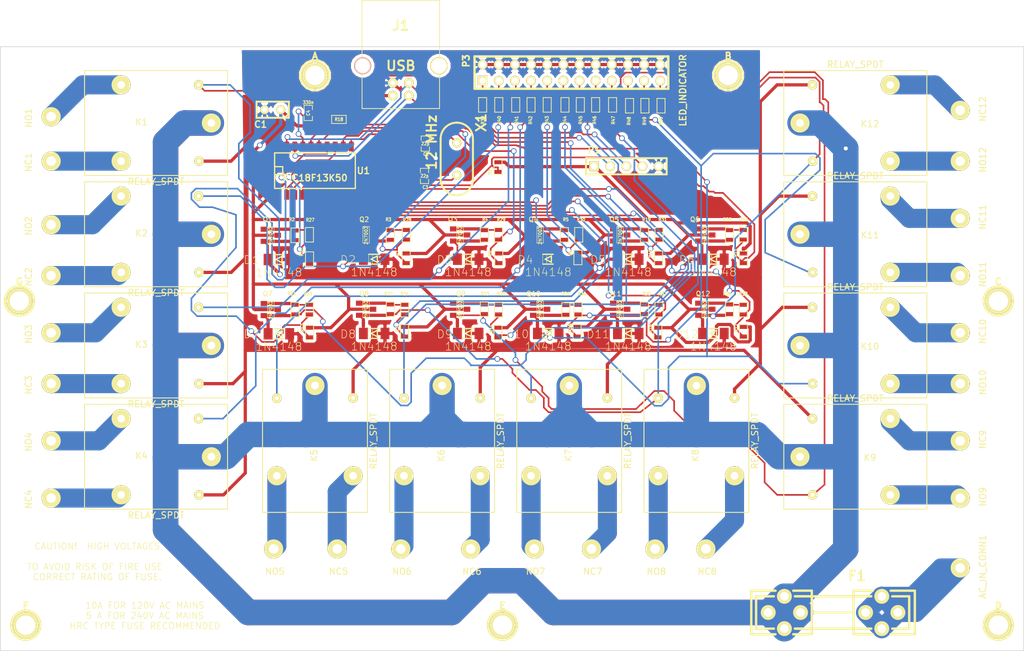
<source format=kicad_pcb>
(kicad_pcb (version 3) (host pcbnew "(2013-07-07 BZR 4022)-stable")
  (title_block (title "12 relay USB power strip") (rev 0.0) (company "coreboot (GSoC 2013)"))
  (layers (15 F.Cu mixed) (0 B.Cu mixed) (21 F.SilkS user) (22 B.Mask user) (23 F.Mask user) (28 Edge.Cuts user))
  (net 0 "")
  (net 1 /AC_IN)
  (net 2 /RELAY_1)
  (net 3 /RELAY_10)
  (net 4 /RELAY_11)
  (net 5 /RELAY_12)
  (net 6 /RELAY_2)
  (net 7 /RELAY_3)
  (net 8 /RELAY_4)
  (net 9 /RELAY_5)
  (net 10 /RELAY_6)
  (net 11 /RELAY_7)
  (net 12 /RELAY_8)
  (net 13 /RELAY_9)
  (net 14 GND)
  (net 15 N-000001)
  (net 16 N-0000010)
  (net 17 N-0000011)
  (net 18 N-0000012)
  (net 19 N-0000013)
  (net 20 N-0000014)
  (net 21 N-0000015)
  (net 22 N-0000016)
  (net 23 N-0000017)
  (net 24 N-0000018)
  (net 25 N-0000019)
  (net 26 N-000002)
  (net 27 N-0000020)
  (net 28 N-0000021)
  (net 29 N-0000022)
  (net 30 N-0000023)
  (net 31 N-0000024)
  (net 32 N-0000025)
  (net 33 N-0000026)
  (net 34 N-0000027)
  (net 35 N-0000028)
  (net 36 N-0000029)
  (net 37 N-000003)
  (net 38 N-0000030)
  (net 39 N-0000031)
  (net 40 N-0000032)
  (net 41 N-0000033)
  (net 42 N-0000034)
  (net 43 N-0000035)
  (net 44 N-0000036)
  (net 45 N-0000037)
  (net 46 N-0000038)
  (net 47 N-0000039)
  (net 48 N-000004)
  (net 49 N-0000040)
  (net 50 N-0000041)
  (net 51 N-0000042)
  (net 52 N-0000043)
  (net 53 N-0000044)
  (net 54 N-0000045)
  (net 55 N-0000046)
  (net 56 N-0000047)
  (net 57 N-0000048)
  (net 58 N-0000049)
  (net 59 N-000005)
  (net 60 N-0000050)
  (net 61 N-0000051)
  (net 62 N-0000052)
  (net 63 N-0000053)
  (net 64 N-0000054)
  (net 65 N-0000055)
  (net 66 N-0000056)
  (net 67 N-0000057)
  (net 68 N-0000058)
  (net 69 N-0000059)
  (net 70 N-000006)
  (net 71 N-0000060)
  (net 72 N-0000061)
  (net 73 N-0000062)
  (net 74 N-0000063)
  (net 75 N-0000065)
  (net 76 N-0000067)
  (net 77 N-0000068)
  (net 78 N-0000069)
  (net 79 N-000007)
  (net 80 N-0000070)
  (net 81 N-000008)
  (net 82 N-000009)
  (net 83 VBUS)
  (module SOIC20 (layer F.Cu) (at 92.5 67.5)
    (fp_text reference U1 (at 7.62 0) (layer F.SilkS) (effects (font (size 1.016 1.016) (thickness 0.2032))))
    (fp_text value PIC18F13K50 (at 0 1.143) (layer F.SilkS) (effects (font (size 1.016 1.016) (thickness 0.2032))))
    (pad 1 smd rect (at -5.715 3.81) (size 0.762 1.524) (layers F.Cu F.Mask) (net 83 VBUS))
    (pad 2 smd rect (at -4.445 3.81) (size 0.762 1.524) (layers F.Cu F.Mask) (net 21 N-0000015))
    (pad 3 smd rect (at -3.175 3.81) (size 0.762 1.524) (layers F.Cu F.Mask) (net 20 N-0000014))
    (pad 4 smd rect (at -1.905 3.81) (size 0.762 1.524) (layers F.Cu F.Mask) (net 80 N-0000070))
    (pad 5 smd rect (at -0.635 3.81) (size 0.762 1.524) (layers F.Cu F.Mask) (net 16 N-0000010))
    (pad 6 smd rect (at 0.635 3.81) (size 0.762 1.524) (layers F.Cu F.Mask) (net 82 N-000009))
    (pad 7 smd rect (at 1.905 3.81) (size 0.762 1.524) (layers F.Cu F.Mask) (net 81 N-000008))
    (pad 8 smd rect (at 3.175 3.81) (size 0.762 1.524) (layers F.Cu F.Mask) (net 17 N-0000011))
    (pad 9 smd rect (at 4.445 3.81) (size 0.762 1.524) (layers F.Cu F.Mask) (net 18 N-0000012))
    (pad 10 smd rect (at 5.715 3.81) (size 0.762 1.524) (layers F.Cu F.Mask) (net 29 N-0000022))
    (pad 20 smd rect (at -5.715 -3.81) (size 0.762 1.524) (layers F.Cu F.Mask) (net 14 GND))
    (pad 19 smd rect (at -4.445 -3.81) (size 0.762 1.524) (layers F.Cu F.Mask) (net 77 N-0000068))
    (pad 18 smd rect (at -3.175 -3.81) (size 0.762 1.524) (layers F.Cu F.Mask) (net 75 N-0000065))
    (pad 17 smd rect (at -1.905 -3.81) (size 0.762 1.524) (layers F.Cu F.Mask) (net 78 N-0000069))
    (pad 16 smd rect (at -0.635 -3.81) (size 0.762 1.524) (layers F.Cu F.Mask) (net 23 N-0000017))
    (pad 15 smd rect (at 0.635 -3.81) (size 0.762 1.524) (layers F.Cu F.Mask) (net 24 N-0000018))
    (pad 14 smd rect (at 1.905 -3.81) (size 0.762 1.524) (layers F.Cu F.Mask) (net 19 N-0000013))
    (pad 13 smd rect (at 3.175 -3.81) (size 0.762 1.524) (layers F.Cu F.Mask) (net 25 N-0000019))
    (pad 12 smd rect (at 4.445 -3.81) (size 0.762 1.524) (layers F.Cu F.Mask) (net 27 N-0000020))
    (pad 11 smd rect (at 5.715 -3.81) (size 0.762 1.524) (layers F.Cu F.Mask) (net 28 N-0000021))
  )
  (module USB_B (layer F.Cu) (at 106 51 180)
    (fp_text reference J1 (at 0 6.35 180) (layer F.SilkS) (effects (font (size 1.524 1.524) (thickness 0.3048))))
    (fp_text value USB (at 0 0 180) (layer F.SilkS) (effects (font (size 1.524 1.524) (thickness 0.3048))))
    (pad 1 thru_hole circle (at 1.27 -4.699 180) (size 1.524 1.524) (drill 0.8128) (layers *.Cu *.Mask F.SilkS) (net 76 N-0000067))
    (pad 2 thru_hole circle (at -1.27 -4.699 180) (size 1.524 1.524) (drill 0.8128) (layers *.Cu *.Mask F.SilkS) (net 75 N-0000065))
    (pad 3 thru_hole circle (at -1.27 -2.70002 180) (size 1.524 1.524) (drill 0.8128) (layers *.Cu *.Mask F.SilkS) (net 77 N-0000068))
    (pad 4 thru_hole circle (at 1.27 -2.70002 180) (size 1.524 1.524) (drill 0.8128) (layers *.Cu *.Mask F.SilkS) (net 14 GND))
    (pad 5 np_thru_hole circle (at 5.99948 0 180) (size 2.70002 2.70002) (drill 2.30124) (layers *.Cu *.SilkS *.Mask))
    (pad 6 thru_hole circle (at -5.99948 0 180) (size 2.70002 2.70002) (drill 2.30124) (layers *.Cu *.Mask F.SilkS))
  )
  (module SOT23 (layer F.Cu) (at 153.903 89.298 270)
    (fp_text reference Q12 (at -2.43 0.36 360) (layer F.SilkS) (effects (font (size 0.762 0.762) (thickness 0.11938))))
    (fp_text value 2N7002 (at 0.0635 0 270) (layer F.SilkS) (effects (font (size 0.50038 0.50038) (thickness 0.09906))))
    (pad 3 smd rect (at 0 -1.09982 270) (size 0.8001 1.00076) (layers F.Cu F.Mask) (net 83 VBUS))
    (pad 2 smd rect (at 0.9525 1.09982 270) (size 0.8001 1.00076) (layers F.Cu F.Mask) (net 5 /RELAY_12))
    (pad 1 smd rect (at -0.9525 1.09982 270) (size 0.8001 1.00076) (layers F.Cu F.Mask) (net 59 N-000005))
  )
  (module SOT23 (layer F.Cu) (at 140.513 89.298 270)
    (fp_text reference Q11 (at -2.43 0.94 360) (layer F.SilkS) (effects (font (size 0.762 0.762) (thickness 0.11938))))
    (fp_text value 2N7002 (at 0.0635 0 270) (layer F.SilkS) (effects (font (size 0.50038 0.50038) (thickness 0.09906))))
    (pad 3 smd rect (at 0 -1.09982 270) (size 0.8001 1.00076) (layers F.Cu F.Mask) (net 83 VBUS))
    (pad 2 smd rect (at 0.9525 1.09982 270) (size 0.8001 1.00076) (layers F.Cu F.Mask) (net 4 /RELAY_11))
    (pad 1 smd rect (at -0.9525 1.09982 270) (size 0.8001 1.00076) (layers F.Cu F.Mask) (net 37 N-000003))
  )
  (module SOT23 (layer F.Cu) (at 127.923 89.298 270)
    (fp_text reference Q10 (at -2.43 1.05 360) (layer F.SilkS) (effects (font (size 0.762 0.762) (thickness 0.11938))))
    (fp_text value 2N7002 (at 0.0635 0 270) (layer F.SilkS) (effects (font (size 0.50038 0.50038) (thickness 0.09906))))
    (pad 3 smd rect (at 0 -1.09982 270) (size 0.8001 1.00076) (layers F.Cu F.Mask) (net 83 VBUS))
    (pad 2 smd rect (at 0.9525 1.09982 270) (size 0.8001 1.00076) (layers F.Cu F.Mask) (net 3 /RELAY_10))
    (pad 1 smd rect (at -0.9525 1.09982 270) (size 0.8001 1.00076) (layers F.Cu F.Mask) (net 26 N-000002))
  )
  (module SOT23 (layer F.Cu) (at 115.333 89.298 270)
    (fp_text reference Q9 (at -2.43 -0.11 360) (layer F.SilkS) (effects (font (size 0.762 0.762) (thickness 0.11938))))
    (fp_text value 2N7002 (at 0.0635 0 270) (layer F.SilkS) (effects (font (size 0.50038 0.50038) (thickness 0.09906))))
    (pad 3 smd rect (at 0 -1.09982 270) (size 0.8001 1.00076) (layers F.Cu F.Mask) (net 83 VBUS))
    (pad 2 smd rect (at 0.9525 1.09982 270) (size 0.8001 1.00076) (layers F.Cu F.Mask) (net 13 /RELAY_9))
    (pad 1 smd rect (at -0.9525 1.09982 270) (size 0.8001 1.00076) (layers F.Cu F.Mask) (net 15 N-000001))
  )
  (module SOT23 (layer F.Cu) (at 100.543 89.298 270)
    (fp_text reference Q8 (at -2.43 0.3 360) (layer F.SilkS) (effects (font (size 0.762 0.762) (thickness 0.11938))))
    (fp_text value 2N7002 (at 0.0635 0 270) (layer F.SilkS) (effects (font (size 0.50038 0.50038) (thickness 0.09906))))
    (pad 3 smd rect (at 0 -1.09982 270) (size 0.8001 1.00076) (layers F.Cu F.Mask) (net 83 VBUS))
    (pad 2 smd rect (at 0.9525 1.09982 270) (size 0.8001 1.00076) (layers F.Cu F.Mask) (net 12 /RELAY_8))
    (pad 1 smd rect (at -0.9525 1.09982 270) (size 0.8001 1.00076) (layers F.Cu F.Mask) (net 79 N-000007))
  )
  (module SOT23 (layer F.Cu) (at 85.553 89.348 270)
    (fp_text reference Q7 (at -2.48 0.51 360) (layer F.SilkS) (effects (font (size 0.762 0.762) (thickness 0.11938))))
    (fp_text value 2N7002 (at 0.0635 0 270) (layer F.SilkS) (effects (font (size 0.50038 0.50038) (thickness 0.09906))))
    (pad 3 smd rect (at 0 -1.09982 270) (size 0.8001 1.00076) (layers F.Cu F.Mask) (net 83 VBUS))
    (pad 2 smd rect (at 0.9525 1.09982 270) (size 0.8001 1.00076) (layers F.Cu F.Mask) (net 11 /RELAY_7))
    (pad 1 smd rect (at -0.9525 1.09982 270) (size 0.8001 1.00076) (layers F.Cu F.Mask) (net 70 N-000006))
  )
  (module SOT23 (layer F.Cu) (at 153.903 77.614 270)
    (fp_text reference Q6 (at -2.43 1.63 360) (layer F.SilkS) (effects (font (size 0.762 0.762) (thickness 0.11938))))
    (fp_text value 2N7002 (at 0.0635 0 270) (layer F.SilkS) (effects (font (size 0.50038 0.50038) (thickness 0.09906))))
    (pad 3 smd rect (at 0 -1.09982 270) (size 0.8001 1.00076) (layers F.Cu F.Mask) (net 83 VBUS))
    (pad 2 smd rect (at 0.9525 1.09982 270) (size 0.8001 1.00076) (layers F.Cu F.Mask) (net 10 /RELAY_6))
    (pad 1 smd rect (at -0.9525 1.09982 270) (size 0.8001 1.00076) (layers F.Cu F.Mask) (net 48 N-000004))
  )
  (module SOT23 (layer F.Cu) (at 140.513 77.614 270)
    (fp_text reference Q5 (at -2.43 0.94 360) (layer F.SilkS) (effects (font (size 0.762 0.762) (thickness 0.11938))))
    (fp_text value 2N7002 (at 0.0635 0 270) (layer F.SilkS) (effects (font (size 0.50038 0.50038) (thickness 0.09906))))
    (pad 3 smd rect (at 0 -1.09982 270) (size 0.8001 1.00076) (layers F.Cu F.Mask) (net 83 VBUS))
    (pad 2 smd rect (at 0.9525 1.09982 270) (size 0.8001 1.00076) (layers F.Cu F.Mask) (net 9 /RELAY_5))
    (pad 1 smd rect (at -0.9525 1.09982 270) (size 0.8001 1.00076) (layers F.Cu F.Mask) (net 43 N-0000035))
  )
  (module SOT23 (layer F.Cu) (at 127.923 77.614 270)
    (fp_text reference Q4 (at -2.43 1.05 360) (layer F.SilkS) (effects (font (size 0.762 0.762) (thickness 0.11938))))
    (fp_text value 2N7002 (at 0.0635 0 270) (layer F.SilkS) (effects (font (size 0.50038 0.50038) (thickness 0.09906))))
    (pad 3 smd rect (at 0 -1.09982 270) (size 0.8001 1.00076) (layers F.Cu F.Mask) (net 83 VBUS))
    (pad 2 smd rect (at 0.9525 1.09982 270) (size 0.8001 1.00076) (layers F.Cu F.Mask) (net 8 /RELAY_4))
    (pad 1 smd rect (at -0.9525 1.09982 270) (size 0.8001 1.00076) (layers F.Cu F.Mask) (net 42 N-0000034))
  )
  (module SOT23 (layer F.Cu) (at 115.333 77.614 270)
    (fp_text reference Q3 (at -2.43 1.16 360) (layer F.SilkS) (effects (font (size 0.762 0.762) (thickness 0.11938))))
    (fp_text value 2N7002 (at 0.0635 0 270) (layer F.SilkS) (effects (font (size 0.50038 0.50038) (thickness 0.09906))))
    (pad 3 smd rect (at 0 -1.09982 270) (size 0.8001 1.00076) (layers F.Cu F.Mask) (net 83 VBUS))
    (pad 2 smd rect (at 0.9525 1.09982 270) (size 0.8001 1.00076) (layers F.Cu F.Mask) (net 7 /RELAY_3))
    (pad 1 smd rect (at -0.9525 1.09982 270) (size 0.8001 1.00076) (layers F.Cu F.Mask) (net 41 N-0000033))
  )
  (module SOT23 (layer F.Cu) (at 100.543 77.614 270)
    (fp_text reference Q2 (at -2.43 0.3 360) (layer F.SilkS) (effects (font (size 0.762 0.762) (thickness 0.11938))))
    (fp_text value 2N7002 (at 0.0635 0 270) (layer F.SilkS) (effects (font (size 0.50038 0.50038) (thickness 0.09906))))
    (pad 3 smd rect (at 0 -1.09982 270) (size 0.8001 1.00076) (layers F.Cu F.Mask) (net 83 VBUS))
    (pad 2 smd rect (at 0.9525 1.09982 270) (size 0.8001 1.00076) (layers F.Cu F.Mask) (net 6 /RELAY_2))
    (pad 1 smd rect (at -0.9525 1.09982 270) (size 0.8001 1.00076) (layers F.Cu F.Mask) (net 40 N-0000032))
  )
  (module SOT23 (layer F.Cu) (at 85.553 77.664 270)
    (fp_text reference Q1 (at -2.48 0.51 360) (layer F.SilkS) (effects (font (size 0.762 0.762) (thickness 0.11938))))
    (fp_text value 2N7002 (at 0.0635 0 270) (layer F.SilkS) (effects (font (size 0.50038 0.50038) (thickness 0.09906))))
    (pad 3 smd rect (at 0 -1.09982 270) (size 0.8001 1.00076) (layers F.Cu F.Mask) (net 83 VBUS))
    (pad 2 smd rect (at 0.9525 1.09982 270) (size 0.8001 1.00076) (layers F.Cu F.Mask) (net 2 /RELAY_1))
    (pad 1 smd rect (at -0.9525 1.09982 270) (size 0.8001 1.00076) (layers F.Cu F.Mask) (net 22 N-0000016))
  )
  (module SM0603_Capa (layer F.Cu) (at 109.855 63.246 90)
    (fp_text reference C2 (at -1.651 0.127 180) (layer F.SilkS) (effects (font (size 0.508 0.4572) (thickness 0.1143))))
    (fp_text value 22p (at 0 0 180) (layer F.SilkS) (effects (font (size 0.508 0.4572) (thickness 0.1143))))
    (pad 1 smd rect (at -0.762 0 90) (size 0.635 1.143) (layers F.Cu F.Mask) (net 14 GND))
    (pad 2 smd rect (at 0.762 0 90) (size 0.635 1.143) (layers F.Cu F.Mask) (net 21 N-0000015))
  )
  (module SM0603_Capa (layer F.Cu) (at 109.728 68.326 270)
    (fp_text reference C3 (at 1.778 -0.127 360) (layer F.SilkS) (effects (font (size 0.508 0.4572) (thickness 0.1143))))
    (fp_text value 22p (at 0 0 360) (layer F.SilkS) (effects (font (size 0.508 0.4572) (thickness 0.1143))))
    (pad 1 smd rect (at -0.762 0 270) (size 0.635 1.143) (layers F.Cu F.Mask) (net 14 GND))
    (pad 2 smd rect (at 0.762 0 270) (size 0.635 1.143) (layers F.Cu F.Mask) (net 20 N-0000014))
  )
  (module SM0603_Capa (layer F.Cu) (at 91.44 58.42 270)
    (fp_text reference C4 (at 0 0 270) (layer F.SilkS) (effects (font (size 0.508 0.4572) (thickness 0.1143))))
    (fp_text value 330n (at -1.651 0 360) (layer F.SilkS) (effects (font (size 0.508 0.4572) (thickness 0.1143))))
    (pad 1 smd rect (at -0.762 0 270) (size 0.635 1.143) (layers F.Cu F.Mask) (net 14 GND))
    (pad 2 smd rect (at 0.762 0 270) (size 0.635 1.143) (layers F.Cu F.Mask) (net 78 N-0000069))
  )
  (module SM0603 (layer F.Cu) (at 119.143 89.298 270)
    (fp_text reference R23 (at -2.43 -0.11 360) (layer F.SilkS) (effects (font (size 0.508 0.4572) (thickness 0.1143))))
    (fp_text value 10K hide)
    (pad 1 smd rect (at -0.762 0 270) (size 0.635 1.143) (layers F.Cu F.Mask) (net 15 N-000001))
    (pad 2 smd rect (at 0.762 0 270) (size 0.635 1.143) (layers F.Cu F.Mask) (net 13 /RELAY_9))
  )
  (module SM0603 (layer F.Cu) (at 157.713 77.614 270)
    (fp_text reference R20 (at -2.43 0.36 360) (layer F.SilkS) (effects (font (size 0.508 0.4572) (thickness 0.1143))))
    (fp_text value 10K hide)
    (pad 1 smd rect (at -0.762 0 270) (size 0.635 1.143) (layers F.Cu F.Mask) (net 48 N-000004))
    (pad 2 smd rect (at 0.762 0 270) (size 0.635 1.143) (layers F.Cu F.Mask) (net 10 /RELAY_6))
  )
  (module SM0603 (layer F.Cu) (at 121.412 81.28 270)
    (fp_text reference R8 (at -0.746 1.366 270) (layer F.SilkS) (effects (font (size 0.508 0.4572) (thickness 0.1143))))
    (fp_text value 100K hide)
    (pad 1 smd rect (at -0.762 0 270) (size 0.635 1.143) (layers F.Cu F.Mask) (net 83 VBUS))
    (pad 2 smd rect (at 0.762 0 270) (size 0.635 1.143) (layers F.Cu F.Mask) (net 28 N-0000021))
  )
  (module SM0603 (layer F.Cu) (at 89.363 89.348 270)
    (fp_text reference R21 (at -2.48 0.51 360) (layer F.SilkS) (effects (font (size 0.508 0.4572) (thickness 0.1143))))
    (fp_text value 10K hide)
    (pad 1 smd rect (at -0.762 0 270) (size 0.635 1.143) (layers F.Cu F.Mask) (net 70 N-000006))
    (pad 2 smd rect (at 0.762 0 270) (size 0.635 1.143) (layers F.Cu F.Mask) (net 11 /RELAY_7))
  )
  (module SM0603 (layer F.Cu) (at 133.858 81.153 270)
    (fp_text reference R9 (at -0.746 1.239 270) (layer F.SilkS) (effects (font (size 0.508 0.4572) (thickness 0.1143))))
    (fp_text value 100K hide)
    (pad 1 smd rect (at -0.762 0 270) (size 0.635 1.143) (layers F.Cu F.Mask) (net 83 VBUS))
    (pad 2 smd rect (at 0.762 0 270) (size 0.635 1.143) (layers F.Cu F.Mask) (net 29 N-0000022))
  )
  (module SM0603 (layer F.Cu) (at 104.353 89.298 270)
    (fp_text reference R22 (at -2.43 0.3 360) (layer F.SilkS) (effects (font (size 0.508 0.4572) (thickness 0.1143))))
    (fp_text value 10K hide)
    (pad 1 smd rect (at -0.762 0 270) (size 0.635 1.143) (layers F.Cu F.Mask) (net 79 N-000007))
    (pad 2 smd rect (at 0.762 0 270) (size 0.635 1.143) (layers F.Cu F.Mask) (net 12 /RELAY_8))
  )
  (module SM0603 (layer F.Cu) (at 146.558 81.28 270)
    (fp_text reference R10 (at -0.746 1.239 270) (layer F.SilkS) (effects (font (size 0.508 0.4572) (thickness 0.1143))))
    (fp_text value 100K hide)
    (pad 1 smd rect (at -0.762 0 270) (size 0.635 1.143) (layers F.Cu F.Mask) (net 83 VBUS))
    (pad 2 smd rect (at 0.762 0 270) (size 0.635 1.143) (layers F.Cu F.Mask) (net 23 N-0000017))
  )
  (module SM0603 (layer F.Cu) (at 91.647 81.407 270)
    (fp_text reference R6 (at -0.889 1.27 270) (layer F.SilkS) (effects (font (size 0.508 0.4572) (thickness 0.1143))))
    (fp_text value 100K hide)
    (pad 1 smd rect (at -0.762 0 270) (size 0.635 1.143) (layers F.Cu F.Mask) (net 83 VBUS))
    (pad 2 smd rect (at 0.762 0 270) (size 0.635 1.143) (layers F.Cu F.Mask) (net 25 N-0000019))
  )
  (module SM0603 (layer F.Cu) (at 159.893 81.28 270)
    (fp_text reference R11 (at -0.873 1.239 270) (layer F.SilkS) (effects (font (size 0.508 0.4572) (thickness 0.1143))))
    (fp_text value 100K hide)
    (pad 1 smd rect (at -0.762 0 270) (size 0.635 1.143) (layers F.Cu F.Mask) (net 83 VBUS))
    (pad 2 smd rect (at 0.762 0 270) (size 0.635 1.143) (layers F.Cu F.Mask) (net 24 N-0000018))
  )
  (module SM0603 (layer F.Cu) (at 131.953 89.408 270)
    (fp_text reference R24 (at -2.54 0 360) (layer F.SilkS) (effects (font (size 0.508 0.4572) (thickness 0.1143))))
    (fp_text value 10K hide)
    (pad 1 smd rect (at -0.762 0 270) (size 0.635 1.143) (layers F.Cu F.Mask) (net 26 N-000002))
    (pad 2 smd rect (at 0.762 0 270) (size 0.635 1.143) (layers F.Cu F.Mask) (net 3 /RELAY_10))
  )
  (module SM0603 (layer F.Cu) (at 96.266 59.436)
    (fp_text reference R18 (at 0 0) (layer F.SilkS) (effects (font (size 0.508 0.4572) (thickness 0.1143))))
    (fp_text value 0.1 hide)
    (pad 1 smd rect (at -0.762 0) (size 0.635 1.143) (layers F.Cu F.Mask) (net 83 VBUS))
    (pad 2 smd rect (at 0.762 0) (size 0.635 1.143) (layers F.Cu F.Mask) (net 76 N-0000067))
  )
  (module SM0603 (layer F.Cu) (at 144.323 89.298 270)
    (fp_text reference R25 (at -2.43 -0.33 360) (layer F.SilkS) (effects (font (size 0.508 0.4572) (thickness 0.1143))))
    (fp_text value 10K hide)
    (pad 1 smd rect (at -0.762 0 270) (size 0.635 1.143) (layers F.Cu F.Mask) (net 37 N-000003))
    (pad 2 smd rect (at 0.762 0 270) (size 0.635 1.143) (layers F.Cu F.Mask) (net 4 /RELAY_11))
  )
  (module SM0603 (layer F.Cu) (at 157.713 89.298 270)
    (fp_text reference R26 (at -2.43 0.36 360) (layer F.SilkS) (effects (font (size 0.508 0.4572) (thickness 0.1143))))
    (fp_text value 10K hide)
    (pad 1 smd rect (at -0.762 0 270) (size 0.635 1.143) (layers F.Cu F.Mask) (net 59 N-000005))
    (pad 2 smd rect (at 0.762 0 270) (size 0.635 1.143) (layers F.Cu F.Mask) (net 5 /RELAY_12))
  )
  (module SM0603 (layer F.Cu) (at 106.847 81.28 270)
    (fp_text reference R7 (at -0.762 1.27 270) (layer F.SilkS) (effects (font (size 0.508 0.4572) (thickness 0.1143))))
    (fp_text value 100K hide)
    (pad 1 smd rect (at -0.762 0 270) (size 0.635 1.143) (layers F.Cu F.Mask) (net 83 VBUS))
    (pad 2 smd rect (at 0.762 0 270) (size 0.635 1.143) (layers F.Cu F.Mask) (net 27 N-0000020))
  )
  (module SM0603 (layer F.Cu) (at 144.323 77.614 270)
    (fp_text reference R19 (at -2.43 -0.33 360) (layer F.SilkS) (effects (font (size 0.508 0.4572) (thickness 0.1143))))
    (fp_text value 10K hide)
    (pad 1 smd rect (at -0.762 0 270) (size 0.635 1.143) (layers F.Cu F.Mask) (net 43 N-0000035))
    (pad 2 smd rect (at 0.762 0 270) (size 0.635 1.143) (layers F.Cu F.Mask) (net 9 /RELAY_5))
  )
  (module SM0603 (layer F.Cu) (at 131.733 77.614 270)
    (fp_text reference R5 (at -2.43 -0.22 360) (layer F.SilkS) (effects (font (size 0.508 0.4572) (thickness 0.1143))))
    (fp_text value 10K hide)
    (pad 1 smd rect (at -0.762 0 270) (size 0.635 1.143) (layers F.Cu F.Mask) (net 42 N-0000034))
    (pad 2 smd rect (at 0.762 0 270) (size 0.635 1.143) (layers F.Cu F.Mask) (net 8 /RELAY_4))
  )
  (module SM0603 (layer F.Cu) (at 121.285 66.929 270)
    (fp_text reference R1 (at 0.779 1.224 270) (layer F.SilkS) (effects (font (size 0.508 0.4572) (thickness 0.1143))))
    (fp_text value 47k hide)
    (pad 1 smd rect (at -0.762 0 270) (size 0.635 1.143) (layers F.Cu F.Mask) (net 83 VBUS))
    (pad 2 smd rect (at 0.762 0 270) (size 0.635 1.143) (layers F.Cu F.Mask) (net 80 N-0000070))
  )
  (module SM0603 (layer F.Cu) (at 119.143 77.614 270)
    (fp_text reference R4 (at -2.43 -0.11 360) (layer F.SilkS) (effects (font (size 0.508 0.4572) (thickness 0.1143))))
    (fp_text value 10K hide)
    (pad 1 smd rect (at -0.762 0 270) (size 0.635 1.143) (layers F.Cu F.Mask) (net 41 N-0000033))
    (pad 2 smd rect (at 0.762 0 270) (size 0.635 1.143) (layers F.Cu F.Mask) (net 7 /RELAY_3))
  )
  (module SM0603 (layer F.Cu) (at 104.353 77.614 270)
    (fp_text reference R3 (at -2.43 0.3 360) (layer F.SilkS) (effects (font (size 0.508 0.4572) (thickness 0.1143))))
    (fp_text value 10K hide)
    (pad 1 smd rect (at -0.762 0 270) (size 0.635 1.143) (layers F.Cu F.Mask) (net 40 N-0000032))
    (pad 2 smd rect (at 0.762 0 270) (size 0.635 1.143) (layers F.Cu F.Mask) (net 6 /RELAY_2))
  )
  (module SM0603 (layer F.Cu) (at 89.363 77.664 270)
    (fp_text reference R2 (at -2.48 0.51 360) (layer F.SilkS) (effects (font (size 0.508 0.4572) (thickness 0.1143))))
    (fp_text value 10K hide)
    (pad 1 smd rect (at -0.762 0 270) (size 0.635 1.143) (layers F.Cu F.Mask) (net 22 N-0000016))
    (pad 2 smd rect (at 0.762 0 270) (size 0.635 1.143) (layers F.Cu F.Mask) (net 2 /RELAY_1))
  )
  (module SM0603 (layer F.Cu) (at 91.647 92.964 270)
    (fp_text reference R12 (at -0.746 1.112 270) (layer F.SilkS) (effects (font (size 0.508 0.4572) (thickness 0.1143))))
    (fp_text value 100K hide)
    (pad 1 smd rect (at -0.762 0 270) (size 0.635 1.143) (layers F.Cu F.Mask) (net 83 VBUS))
    (pad 2 smd rect (at 0.762 0 270) (size 0.635 1.143) (layers F.Cu F.Mask) (net 19 N-0000013))
  )
  (module SM0603 (layer F.Cu) (at 159.893 92.837 270)
    (fp_text reference R17 (at -0.619 1.143 270) (layer F.SilkS) (effects (font (size 0.508 0.4572) (thickness 0.1143))))
    (fp_text value 100K hide)
    (pad 1 smd rect (at -0.762 0 270) (size 0.635 1.143) (layers F.Cu F.Mask) (net 83 VBUS))
    (pad 2 smd rect (at 0.762 0 270) (size 0.635 1.143) (layers F.Cu F.Mask) (net 18 N-0000012))
  )
  (module SM0603 (layer F.Cu) (at 146.431 92.964 270)
    (fp_text reference R16 (at -0.619 1.183 270) (layer F.SilkS) (effects (font (size 0.508 0.4572) (thickness 0.1143))))
    (fp_text value 100K hide)
    (pad 1 smd rect (at -0.762 0 270) (size 0.635 1.143) (layers F.Cu F.Mask) (net 83 VBUS))
    (pad 2 smd rect (at 0.762 0 270) (size 0.635 1.143) (layers F.Cu F.Mask) (net 17 N-0000011))
  )
  (module SM0603 (layer F.Cu) (at 133.731 92.837 270)
    (fp_text reference R15 (at -0.619 1.096 270) (layer F.SilkS) (effects (font (size 0.508 0.4572) (thickness 0.1143))))
    (fp_text value 100K hide)
    (pad 1 smd rect (at -0.762 0 270) (size 0.635 1.143) (layers F.Cu F.Mask) (net 83 VBUS))
    (pad 2 smd rect (at 0.762 0 270) (size 0.635 1.143) (layers F.Cu F.Mask) (net 16 N-0000010))
  )
  (module SM0603 (layer F.Cu) (at 121.285 92.964 270)
    (fp_text reference R14 (at -0.619 1.009 270) (layer F.SilkS) (effects (font (size 0.508 0.4572) (thickness 0.1143))))
    (fp_text value 100K hide)
    (pad 1 smd rect (at -0.762 0 270) (size 0.635 1.143) (layers F.Cu F.Mask) (net 83 VBUS))
    (pad 2 smd rect (at 0.762 0 270) (size 0.635 1.143) (layers F.Cu F.Mask) (net 82 N-000009))
  )
  (module SM0603 (layer F.Cu) (at 106.593 92.837 270)
    (fp_text reference R13 (at -0.635 1.143 270) (layer F.SilkS) (effects (font (size 0.508 0.4572) (thickness 0.1143))))
    (fp_text value 100K hide)
    (pad 1 smd rect (at -0.762 0 270) (size 0.635 1.143) (layers F.Cu F.Mask) (net 83 VBUS))
    (pad 2 smd rect (at 0.762 0 270) (size 0.635 1.143) (layers F.Cu F.Mask) (net 81 N-000008))
  )
  (module PIN_ARRAY_5x1 (layer F.Cu) (at 141.478 66.802)
    (fp_text reference P1 (at -5.08 -2.54) (layer F.SilkS) (effects (font (size 1.016 1.016) (thickness 0.2032))))
    (fp_text value CONN_ICSP hide)
    (pad 1 thru_hole rect (at -5.08 0) (size 1.524 1.524) (drill 1.016) (layers *.Cu *.Mask F.SilkS) (net 83 VBUS))
    (pad 2 thru_hole circle (at -2.54 0) (size 1.524 1.524) (drill 1.016) (layers *.Cu *.Mask F.SilkS) (net 75 N-0000065))
    (pad 3 thru_hole circle (at 0 0) (size 1.524 1.524) (drill 1.016) (layers *.Cu *.Mask F.SilkS) (net 77 N-0000068))
    (pad 4 thru_hole circle (at 2.54 0) (size 1.524 1.524) (drill 1.016) (layers *.Cu *.Mask F.SilkS) (net 80 N-0000070))
    (pad 5 thru_hole circle (at 5.08 0) (size 1.524 1.524) (drill 1.016) (layers *.Cu *.Mask F.SilkS) (net 14 GND))
  )
  (module HC-49V (layer F.Cu) (at 114.808 65.659 270)
    (fp_text reference X1 (at -5.72 -3.84 270) (layer F.SilkS) (effects (font (size 1.524 1.524) (thickness 0.3048))))
    (fp_text value "12 MHz" (at -2.62 3.96 270) (layer F.SilkS) (effects (font (size 1.524 1.524) (thickness 0.3048))))
    (pad 1 thru_hole circle (at -2.54 0 270) (size 1.4224 1.4224) (drill 0.762) (layers *.Cu *.Mask F.SilkS) (net 21 N-0000015))
    (pad 2 thru_hole circle (at 2.54 0 270) (size 1.4224 1.4224) (drill 0.762) (layers *.Cu *.Mask F.SilkS) (net 20 N-0000014))
  )
  (module C1 (layer F.Cu) (at 85.852 57.912 180)
    (fp_text reference C1 (at 1.9 -2.3 180) (layer F.SilkS) (effects (font (size 1.016 1.016) (thickness 0.2032))))
    (fp_text value 10u hide)
    (pad 1 thru_hole circle (at -1.27 0 180) (size 1.397 1.397) (drill 0.8128) (layers *.Cu *.Mask F.SilkS) (net 83 VBUS))
    (pad 2 thru_hole circle (at 1.27 0 180) (size 1.397 1.397) (drill 0.8128) (layers *.Cu *.Mask F.SilkS) (net 14 GND))
  )
  (module MiniMelf (layer F.Cu) (at 86.823 81.474)
    (fp_text reference D1 (at -4.32 0.06) (layer F.SilkS) (effects (font (size 1.27 1.27) (thickness 0.0889))))
    (fp_text value 1N4148 (at 0 2.032) (layer F.SilkS) (effects (font (size 1.27 1.27) (thickness 0.0889))))
    (pad 1 smd rect (at 1.69926 0) (size 1.39954 1.79832) (layers F.Cu F.Mask) (net 14 GND))
    (pad 2 smd rect (at -1.69926 0) (size 1.39954 1.79832) (layers F.Cu F.Mask) (net 2 /RELAY_1))
  )
  (module MiniMelf (layer F.Cu) (at 101.813 81.424)
    (fp_text reference D2 (at -4.11 0.11) (layer F.SilkS) (effects (font (size 1.27 1.27) (thickness 0.0889))))
    (fp_text value 1N4148 (at 0 2.032) (layer F.SilkS) (effects (font (size 1.27 1.27) (thickness 0.0889))))
    (pad 1 smd rect (at 1.69926 0) (size 1.39954 1.79832) (layers F.Cu F.Mask) (net 14 GND))
    (pad 2 smd rect (at -1.69926 0) (size 1.39954 1.79832) (layers F.Cu F.Mask) (net 6 /RELAY_2))
  )
  (module MiniMelf (layer F.Cu) (at 116.603 81.424)
    (fp_text reference D3 (at -3.7 0.11) (layer F.SilkS) (effects (font (size 1.27 1.27) (thickness 0.0889))))
    (fp_text value 1N4148 (at 0 2.032) (layer F.SilkS) (effects (font (size 1.27 1.27) (thickness 0.0889))))
    (pad 1 smd rect (at 1.69926 0) (size 1.39954 1.79832) (layers F.Cu F.Mask) (net 14 GND))
    (pad 2 smd rect (at -1.69926 0) (size 1.39954 1.79832) (layers F.Cu F.Mask) (net 7 /RELAY_3))
  )
  (module MiniMelf (layer F.Cu) (at 129.193 81.424)
    (fp_text reference D4 (at -3.59 0.11) (layer F.SilkS) (effects (font (size 1.27 1.27) (thickness 0.0889))))
    (fp_text value 1N4148 (at 0 2.032) (layer F.SilkS) (effects (font (size 1.27 1.27) (thickness 0.0889))))
    (pad 1 smd rect (at 1.69926 0) (size 1.39954 1.79832) (layers F.Cu F.Mask) (net 14 GND))
    (pad 2 smd rect (at -1.69926 0) (size 1.39954 1.79832) (layers F.Cu F.Mask) (net 8 /RELAY_4))
  )
  (module MiniMelf (layer F.Cu) (at 141.783 81.424)
    (fp_text reference D5 (at -4.75 0.11) (layer F.SilkS) (effects (font (size 1.27 1.27) (thickness 0.0889))))
    (fp_text value 1N4148 (at 0 2.032) (layer F.SilkS) (effects (font (size 1.27 1.27) (thickness 0.0889))))
    (pad 1 smd rect (at 1.69926 0) (size 1.39954 1.79832) (layers F.Cu F.Mask) (net 14 GND))
    (pad 2 smd rect (at -1.69926 0) (size 1.39954 1.79832) (layers F.Cu F.Mask) (net 9 /RELAY_5))
  )
  (module MiniMelf (layer F.Cu) (at 155.173 81.424)
    (fp_text reference D6 (at -4.17 0.11) (layer F.SilkS) (effects (font (size 1.27 1.27) (thickness 0.0889))))
    (fp_text value 1N4148 (at 0 2.032) (layer F.SilkS) (effects (font (size 1.27 1.27) (thickness 0.0889))))
    (pad 1 smd rect (at 1.69926 0) (size 1.39954 1.79832) (layers F.Cu F.Mask) (net 14 GND))
    (pad 2 smd rect (at -1.69926 0) (size 1.39954 1.79832) (layers F.Cu F.Mask) (net 10 /RELAY_6))
  )
  (module MiniMelf (layer F.Cu) (at 86.823 93.158)
    (fp_text reference D7 (at -4.32 0.06) (layer F.SilkS) (effects (font (size 1.27 1.27) (thickness 0.0889))))
    (fp_text value 1N4148 (at 0 2.032) (layer F.SilkS) (effects (font (size 1.27 1.27) (thickness 0.0889))))
    (pad 1 smd rect (at 1.69926 0) (size 1.39954 1.79832) (layers F.Cu F.Mask) (net 14 GND))
    (pad 2 smd rect (at -1.69926 0) (size 1.39954 1.79832) (layers F.Cu F.Mask) (net 11 /RELAY_7))
  )
  (module MiniMelf (layer F.Cu) (at 101.813 93.108)
    (fp_text reference D8 (at -4.11 0.11) (layer F.SilkS) (effects (font (size 1.27 1.27) (thickness 0.0889))))
    (fp_text value 1N4148 (at 0 2.032) (layer F.SilkS) (effects (font (size 1.27 1.27) (thickness 0.0889))))
    (pad 1 smd rect (at 1.69926 0) (size 1.39954 1.79832) (layers F.Cu F.Mask) (net 14 GND))
    (pad 2 smd rect (at -1.69926 0) (size 1.39954 1.79832) (layers F.Cu F.Mask) (net 12 /RELAY_8))
  )
  (module MiniMelf (layer F.Cu) (at 116.603 93.108)
    (fp_text reference D9 (at -3.7 0.11) (layer F.SilkS) (effects (font (size 1.27 1.27) (thickness 0.0889))))
    (fp_text value 1N4148 (at 0 2.032) (layer F.SilkS) (effects (font (size 1.27 1.27) (thickness 0.0889))))
    (pad 1 smd rect (at 1.69926 0) (size 1.39954 1.79832) (layers F.Cu F.Mask) (net 14 GND))
    (pad 2 smd rect (at -1.69926 0) (size 1.39954 1.79832) (layers F.Cu F.Mask) (net 13 /RELAY_9))
  )
  (module MiniMelf (layer F.Cu) (at 129.193 93.108)
    (fp_text reference D10 (at -4.86 0.11) (layer F.SilkS) (effects (font (size 1.27 1.27) (thickness 0.0889))))
    (fp_text value 1N4148 (at 0 2.032) (layer F.SilkS) (effects (font (size 1.27 1.27) (thickness 0.0889))))
    (pad 1 smd rect (at 1.69926 0) (size 1.39954 1.79832) (layers F.Cu F.Mask) (net 14 GND))
    (pad 2 smd rect (at -1.69926 0) (size 1.39954 1.79832) (layers F.Cu F.Mask) (net 3 /RELAY_10))
  )
  (module MiniMelf (layer F.Cu) (at 141.783 93.108)
    (fp_text reference D11 (at -4.75 0.11) (layer F.SilkS) (effects (font (size 1.27 1.27) (thickness 0.0889))))
    (fp_text value 1N4148 (at 0 2.032) (layer F.SilkS) (effects (font (size 1.27 1.27) (thickness 0.0889))))
    (pad 1 smd rect (at 1.69926 0) (size 1.39954 1.79832) (layers F.Cu F.Mask) (net 14 GND))
    (pad 2 smd rect (at -1.69926 0) (size 1.39954 1.79832) (layers F.Cu F.Mask) (net 4 /RELAY_11))
  )
  (module MiniMelf (layer F.Cu) (at 155.173 93.108)
    (fp_text reference D12 (at -4.17 0.11) (layer F.SilkS) (effects (font (size 1.27 1.27) (thickness 0.0889))))
    (fp_text value 1N4148 (at 0 2.032) (layer F.SilkS) (effects (font (size 1.27 1.27) (thickness 0.0889))))
    (pad 1 smd rect (at 1.69926 0) (size 1.39954 1.79832) (layers F.Cu F.Mask) (net 14 GND))
    (pad 2 smd rect (at -1.69926 0) (size 1.39954 1.79832) (layers F.Cu F.Mask) (net 5 /RELAY_12))
  )
  (module pin_array_12x2 (layer F.Cu) (at 132.842 52.07)
    (fp_text reference P3 (at -16.562 -1.84 90) (layer F.SilkS) (effects (font (size 1.016 1.016) (thickness 0.27432))))
    (fp_text value LED_INDICATOR (at 17.538 2.79 90) (layer F.SilkS) (effects (font (size 1.016 1.016) (thickness 0.2032))))
    (pad 1 thru_hole rect (at -13.97 1.27) (size 1.524 1.524) (drill 1.016) (layers *.Cu *.Mask F.SilkS) (net 71 N-0000060))
    (pad 2 thru_hole circle (at -13.97 -1.27) (size 1.524 1.524) (drill 1.016) (layers *.Cu *.Mask F.SilkS) (net 14 GND))
    (pad 3 thru_hole circle (at -11.43 1.27) (size 1.524 1.524) (drill 1.016) (layers *.Cu *.Mask F.SilkS) (net 72 N-0000061))
    (pad 4 thru_hole circle (at -11.43 -1.27) (size 1.524 1.524) (drill 1.016) (layers *.Cu *.Mask F.SilkS) (net 14 GND))
    (pad 5 thru_hole circle (at -8.89 1.27) (size 1.524 1.524) (drill 1.016) (layers *.Cu *.Mask F.SilkS) (net 73 N-0000062))
    (pad 6 thru_hole circle (at -8.89 -1.27) (size 1.524 1.524) (drill 1.016) (layers *.Cu *.Mask F.SilkS) (net 14 GND))
    (pad 7 thru_hole circle (at -6.35 1.27) (size 1.524 1.524) (drill 1.016) (layers *.Cu *.Mask F.SilkS) (net 30 N-0000023))
    (pad 8 thru_hole circle (at -6.35 -1.27) (size 1.524 1.524) (drill 1.016) (layers *.Cu *.Mask F.SilkS) (net 14 GND))
    (pad 9 thru_hole circle (at -3.81 1.27) (size 1.524 1.524) (drill 1.016) (layers *.Cu *.Mask F.SilkS) (net 31 N-0000024))
    (pad 10 thru_hole circle (at -3.81 -1.27) (size 1.524 1.524) (drill 1.016) (layers *.Cu *.Mask F.SilkS) (net 14 GND))
    (pad 11 thru_hole circle (at -1.27 1.27) (size 1.524 1.524) (drill 1.016) (layers *.Cu *.Mask F.SilkS) (net 32 N-0000025))
    (pad 12 thru_hole circle (at -1.27 -1.27) (size 1.524 1.524) (drill 1.016) (layers *.Cu *.Mask F.SilkS) (net 14 GND))
    (pad 13 thru_hole circle (at 1.27 1.27) (size 1.524 1.524) (drill 1.016) (layers *.Cu *.Mask F.SilkS) (net 33 N-0000026))
    (pad 14 thru_hole circle (at 1.27 -1.27) (size 1.524 1.524) (drill 1.016) (layers *.Cu *.Mask F.SilkS) (net 14 GND))
    (pad 15 thru_hole circle (at 3.81 1.27) (size 1.524 1.524) (drill 1.016) (layers *.Cu *.Mask F.SilkS) (net 34 N-0000027))
    (pad 16 thru_hole circle (at 3.81 -1.27) (size 1.524 1.524) (drill 1.016) (layers *.Cu *.Mask F.SilkS) (net 14 GND))
    (pad 17 thru_hole circle (at 6.35 1.27) (size 1.524 1.524) (drill 1.016) (layers *.Cu *.Mask F.SilkS) (net 35 N-0000028))
    (pad 18 thru_hole circle (at 6.35 -1.27) (size 1.524 1.524) (drill 1.016) (layers *.Cu *.Mask F.SilkS) (net 14 GND))
    (pad 19 thru_hole circle (at 8.89 1.27) (size 1.524 1.524) (drill 1.016) (layers *.Cu *.Mask F.SilkS) (net 36 N-0000029))
    (pad 20 thru_hole circle (at 8.89 -1.27) (size 1.524 1.524) (drill 1.016) (layers *.Cu *.Mask F.SilkS) (net 14 GND))
    (pad 21 thru_hole circle (at 11.43 1.27) (size 1.524 1.524) (drill 1.016) (layers *.Cu *.Mask F.SilkS) (net 38 N-0000030))
    (pad 22 thru_hole circle (at 11.43 -1.27) (size 1.524 1.524) (drill 1.016) (layers *.Cu *.Mask F.SilkS) (net 14 GND))
    (pad 23 thru_hole circle (at 13.97 1.27) (size 1.524 1.524) (drill 1.016) (layers *.Cu *.Mask F.SilkS) (net 39 N-0000031))
    (pad 24 thru_hole circle (at 13.97 -1.27) (size 1.524 1.524) (drill 1.016) (layers *.Cu *.Mask F.SilkS) (net 14 GND))
  )
  (module SUGAR_CUBE_RELAY (layer F.Cu) (at 67.5 60 180)
    (fp_text reference K1 (at 2.3 0.15 180) (layer F.SilkS))
    (fp_text value RELAY_SPDT (at 0 -9.2 180) (layer F.SilkS))
    (pad 1 thru_hole circle (at -8.7 0 180) (size 3 3) (drill 1.2) (layers *.Cu *.Mask F.SilkS) (net 1 /AC_IN) (clearance 2))
    (pad 2 thru_hole circle (at -6.7 6 180) (size 1.5 1.5) (drill 0.6) (layers *.Cu *.Mask F.SilkS) (net 2 /RELAY_1))
    (pad 5 thru_hole circle (at -6.75 -6 180) (size 1.5 1.5) (drill 0.6) (layers *.Cu *.Mask F.SilkS) (net 14 GND))
    (pad 4 thru_hole circle (at 5.5 -6 180) (size 3 3) (drill 1.2) (layers *.Cu *.Mask F.SilkS) (net 74 N-0000063) (clearance 2))
    (pad 3 thru_hole circle (at 5.5 6 180) (size 3 3) (drill 1.2) (layers *.Cu *.Mask F.SilkS) (net 64 N-0000054) (clearance 2))
  )
  (module SUGAR_CUBE_RELAY (layer F.Cu) (at 177.5 60)
    (fp_text reference K12 (at 2.3 0.15) (layer F.SilkS))
    (fp_text value RELAY_SPDT (at 0 -9.2) (layer F.SilkS))
    (pad 1 thru_hole circle (at -8.7 0) (size 3 3) (drill 1.2) (layers *.Cu *.Mask F.SilkS) (net 1 /AC_IN) (clearance 2))
    (pad 2 thru_hole circle (at -6.7 6) (size 1.5 1.5) (drill 0.6) (layers *.Cu *.Mask F.SilkS) (net 5 /RELAY_12))
    (pad 5 thru_hole circle (at -6.75 -6) (size 1.5 1.5) (drill 0.6) (layers *.Cu *.Mask F.SilkS) (net 14 GND))
    (pad 4 thru_hole circle (at 5.5 -6) (size 3 3) (drill 1.2) (layers *.Cu *.Mask F.SilkS) (net 67 N-0000057) (clearance 2))
    (pad 3 thru_hole circle (at 5.5 6) (size 3 3) (drill 1.2) (layers *.Cu *.Mask F.SilkS) (net 68 N-0000058) (clearance 2))
  )
  (module SUGAR_CUBE_RELAY (layer F.Cu) (at 177.5 77.5)
    (fp_text reference K11 (at 2.3 0.15) (layer F.SilkS))
    (fp_text value RELAY_SPDT (at 0 -9.2) (layer F.SilkS))
    (pad 1 thru_hole circle (at -8.7 0) (size 3 3) (drill 1.2) (layers *.Cu *.Mask F.SilkS) (net 1 /AC_IN) (clearance 2))
    (pad 2 thru_hole circle (at -6.7 6) (size 1.5 1.5) (drill 0.6) (layers *.Cu *.Mask F.SilkS) (net 4 /RELAY_11))
    (pad 5 thru_hole circle (at -6.75 -6) (size 1.5 1.5) (drill 0.6) (layers *.Cu *.Mask F.SilkS) (net 14 GND))
    (pad 4 thru_hole circle (at 5.5 -6) (size 3 3) (drill 1.2) (layers *.Cu *.Mask F.SilkS) (net 49 N-0000040) (clearance 2))
    (pad 3 thru_hole circle (at 5.5 6) (size 3 3) (drill 1.2) (layers *.Cu *.Mask F.SilkS) (net 57 N-0000048) (clearance 2))
  )
  (module SUGAR_CUBE_RELAY (layer F.Cu) (at 177.5 112.5)
    (fp_text reference K9 (at 2.3 0.15) (layer F.SilkS))
    (fp_text value RELAY_SPDT (at 0 -9.2) (layer F.SilkS))
    (pad 1 thru_hole circle (at -8.7 0) (size 3 3) (drill 1.2) (layers *.Cu *.Mask F.SilkS) (net 1 /AC_IN) (clearance 2))
    (pad 2 thru_hole circle (at -6.7 6) (size 1.5 1.5) (drill 0.6) (layers *.Cu *.Mask F.SilkS) (net 13 /RELAY_9))
    (pad 5 thru_hole circle (at -6.75 -6) (size 1.5 1.5) (drill 0.6) (layers *.Cu *.Mask F.SilkS) (net 14 GND))
    (pad 4 thru_hole circle (at 5.5 -6) (size 3 3) (drill 1.2) (layers *.Cu *.Mask F.SilkS) (net 44 N-0000036) (clearance 2))
    (pad 3 thru_hole circle (at 5.5 6) (size 3 3) (drill 1.2) (layers *.Cu *.Mask F.SilkS) (net 45 N-0000037) (clearance 2))
  )
  (module SUGAR_CUBE_RELAY (layer F.Cu) (at 152.5 110 270)
    (fp_text reference K8 (at 2.3 0.15 270) (layer F.SilkS))
    (fp_text value RELAY_SPDT (at 0 -9.2 270) (layer F.SilkS))
    (pad 1 thru_hole circle (at -8.7 0 270) (size 3 3) (drill 1.2) (layers *.Cu *.Mask F.SilkS) (net 1 /AC_IN) (clearance 2))
    (pad 2 thru_hole circle (at -6.7 6 270) (size 1.5 1.5) (drill 0.6) (layers *.Cu *.Mask F.SilkS) (net 12 /RELAY_8))
    (pad 5 thru_hole circle (at -6.75 -6 270) (size 1.5 1.5) (drill 0.6) (layers *.Cu *.Mask F.SilkS) (net 14 GND))
    (pad 4 thru_hole circle (at 5.5 -6 270) (size 3 3) (drill 1.2) (layers *.Cu *.Mask F.SilkS) (net 65 N-0000055) (clearance 2))
    (pad 3 thru_hole circle (at 5.5 6 270) (size 3 3) (drill 1.2) (layers *.Cu *.Mask F.SilkS) (net 66 N-0000056) (clearance 2))
  )
  (module SUGAR_CUBE_RELAY (layer F.Cu) (at 132.5 110 270)
    (fp_text reference K7 (at 2.3 0.15 270) (layer F.SilkS))
    (fp_text value RELAY_SPDT (at 0 -9.2 270) (layer F.SilkS))
    (pad 1 thru_hole circle (at -8.7 0 270) (size 3 3) (drill 1.2) (layers *.Cu *.Mask F.SilkS) (net 1 /AC_IN) (clearance 2))
    (pad 2 thru_hole circle (at -6.7 6 270) (size 1.5 1.5) (drill 0.6) (layers *.Cu *.Mask F.SilkS) (net 11 /RELAY_7))
    (pad 5 thru_hole circle (at -6.75 -6 270) (size 1.5 1.5) (drill 0.6) (layers *.Cu *.Mask F.SilkS) (net 14 GND))
    (pad 4 thru_hole circle (at 5.5 -6 270) (size 3 3) (drill 1.2) (layers *.Cu *.Mask F.SilkS) (net 63 N-0000053) (clearance 2))
    (pad 3 thru_hole circle (at 5.5 6 270) (size 3 3) (drill 1.2) (layers *.Cu *.Mask F.SilkS) (net 50 N-0000041) (clearance 2))
  )
  (module SUGAR_CUBE_RELAY (layer F.Cu) (at 112.5 110 270)
    (fp_text reference K6 (at 2.3 0.15 270) (layer F.SilkS))
    (fp_text value RELAY_SPDT (at 0 -9.2 270) (layer F.SilkS))
    (pad 1 thru_hole circle (at -8.7 0 270) (size 3 3) (drill 1.2) (layers *.Cu *.Mask F.SilkS) (net 1 /AC_IN) (clearance 2))
    (pad 2 thru_hole circle (at -6.7 6 270) (size 1.5 1.5) (drill 0.6) (layers *.Cu *.Mask F.SilkS) (net 10 /RELAY_6))
    (pad 5 thru_hole circle (at -6.75 -6 270) (size 1.5 1.5) (drill 0.6) (layers *.Cu *.Mask F.SilkS) (net 14 GND))
    (pad 4 thru_hole circle (at 5.5 -6 270) (size 3 3) (drill 1.2) (layers *.Cu *.Mask F.SilkS) (net 61 N-0000051) (clearance 2))
    (pad 3 thru_hole circle (at 5.5 6 270) (size 3 3) (drill 1.2) (layers *.Cu *.Mask F.SilkS) (net 62 N-0000052) (clearance 2))
  )
  (module SUGAR_CUBE_RELAY (layer F.Cu) (at 92.5 110 270)
    (fp_text reference K5 (at 2.3 0.15 270) (layer F.SilkS))
    (fp_text value RELAY_SPDT (at 0 -9.2 270) (layer F.SilkS))
    (pad 1 thru_hole circle (at -8.7 0 270) (size 3 3) (drill 1.2) (layers *.Cu *.Mask F.SilkS) (net 1 /AC_IN) (clearance 2))
    (pad 2 thru_hole circle (at -6.7 6 270) (size 1.5 1.5) (drill 0.6) (layers *.Cu *.Mask F.SilkS) (net 9 /RELAY_5))
    (pad 5 thru_hole circle (at -6.75 -6 270) (size 1.5 1.5) (drill 0.6) (layers *.Cu *.Mask F.SilkS) (net 14 GND))
    (pad 4 thru_hole circle (at 5.5 -6 270) (size 3 3) (drill 1.2) (layers *.Cu *.Mask F.SilkS) (net 58 N-0000049) (clearance 2))
    (pad 3 thru_hole circle (at 5.5 6 270) (size 3 3) (drill 1.2) (layers *.Cu *.Mask F.SilkS) (net 60 N-0000050) (clearance 2))
  )
  (module SUGAR_CUBE_RELAY (layer F.Cu) (at 67.5 112.5 180)
    (fp_text reference K4 (at 2.3 0.15 180) (layer F.SilkS))
    (fp_text value RELAY_SPDT (at 0 -9.2 180) (layer F.SilkS))
    (pad 1 thru_hole circle (at -8.7 0 180) (size 3 3) (drill 1.2) (layers *.Cu *.Mask F.SilkS) (net 1 /AC_IN) (clearance 2))
    (pad 2 thru_hole circle (at -6.7 6 180) (size 1.5 1.5) (drill 0.6) (layers *.Cu *.Mask F.SilkS) (net 8 /RELAY_4))
    (pad 5 thru_hole circle (at -6.75 -6 180) (size 1.5 1.5) (drill 0.6) (layers *.Cu *.Mask F.SilkS) (net 14 GND))
    (pad 4 thru_hole circle (at 5.5 -6 180) (size 3 3) (drill 1.2) (layers *.Cu *.Mask F.SilkS) (net 55 N-0000046) (clearance 2))
    (pad 3 thru_hole circle (at 5.5 6 180) (size 3 3) (drill 1.2) (layers *.Cu *.Mask F.SilkS) (net 56 N-0000047) (clearance 2))
  )
  (module SUGAR_CUBE_RELAY (layer F.Cu) (at 67.5 95 180)
    (fp_text reference K3 (at 2.3 0.15 180) (layer F.SilkS))
    (fp_text value RELAY_SPDT (at 0 -9.2 180) (layer F.SilkS))
    (pad 1 thru_hole circle (at -8.7 0 180) (size 3 3) (drill 1.2) (layers *.Cu *.Mask F.SilkS) (net 1 /AC_IN) (clearance 2))
    (pad 2 thru_hole circle (at -6.7 6 180) (size 1.5 1.5) (drill 0.6) (layers *.Cu *.Mask F.SilkS) (net 7 /RELAY_3))
    (pad 5 thru_hole circle (at -6.75 -6 180) (size 1.5 1.5) (drill 0.6) (layers *.Cu *.Mask F.SilkS) (net 14 GND))
    (pad 4 thru_hole circle (at 5.5 -6 180) (size 3 3) (drill 1.2) (layers *.Cu *.Mask F.SilkS) (net 53 N-0000044) (clearance 2))
    (pad 3 thru_hole circle (at 5.5 6 180) (size 3 3) (drill 1.2) (layers *.Cu *.Mask F.SilkS) (net 54 N-0000045) (clearance 2))
  )
  (module SUGAR_CUBE_RELAY (layer F.Cu) (at 67.5 77.5 180)
    (fp_text reference K2 (at 2.3 0.15 180) (layer F.SilkS))
    (fp_text value RELAY_SPDT (at 0 -9.2 180) (layer F.SilkS))
    (pad 1 thru_hole circle (at -8.7 0 180) (size 3 3) (drill 1.2) (layers *.Cu *.Mask F.SilkS) (net 1 /AC_IN) (clearance 2))
    (pad 2 thru_hole circle (at -6.7 6 180) (size 1.5 1.5) (drill 0.6) (layers *.Cu *.Mask F.SilkS) (net 6 /RELAY_2))
    (pad 5 thru_hole circle (at -6.75 -6 180) (size 1.5 1.5) (drill 0.6) (layers *.Cu *.Mask F.SilkS) (net 14 GND))
    (pad 4 thru_hole circle (at 5.5 -6 180) (size 3 3) (drill 1.2) (layers *.Cu *.Mask F.SilkS) (net 51 N-0000042) (clearance 2))
    (pad 3 thru_hole circle (at 5.5 6 180) (size 3 3) (drill 1.2) (layers *.Cu *.Mask F.SilkS) (net 52 N-0000043) (clearance 2))
  )
  (module SUGAR_CUBE_RELAY (layer F.Cu) (at 177.5 95)
    (fp_text reference K10 (at 2.3 0.15) (layer F.SilkS))
    (fp_text value RELAY_SPDT (at 0 -9.2) (layer F.SilkS))
    (pad 1 thru_hole circle (at -8.7 0) (size 3 3) (drill 1.2) (layers *.Cu *.Mask F.SilkS) (net 1 /AC_IN) (clearance 2))
    (pad 2 thru_hole circle (at -6.7 6) (size 1.5 1.5) (drill 0.6) (layers *.Cu *.Mask F.SilkS) (net 3 /RELAY_10))
    (pad 5 thru_hole circle (at -6.75 -6) (size 1.5 1.5) (drill 0.6) (layers *.Cu *.Mask F.SilkS) (net 14 GND))
    (pad 4 thru_hole circle (at 5.5 -6) (size 3 3) (drill 1.2) (layers *.Cu *.Mask F.SilkS) (net 46 N-0000038) (clearance 2))
    (pad 3 thru_hole circle (at 5.5 6) (size 3 3) (drill 1.2) (layers *.Cu *.Mask F.SilkS) (net 47 N-0000039) (clearance 2))
  )
  (module 1pin (layer F.Cu) (at 92.5 52.5)
    (fp_text reference A (at 0 -3.048) (layer F.SilkS) (effects (font (size 1.016 1.016) (thickness 0.254))))
    (fp_text value P*** hide)
    (pad 1 thru_hole circle (at 0 0) (size 4.064 4.064) (drill 3.048) (layers *.Cu *.Mask F.SilkS))
  )
  (module 1pin (layer F.Cu) (at 157.5 52.5)
    (fp_text reference B (at 0 -3.048) (layer F.SilkS) (effects (font (size 1.016 1.016) (thickness 0.254))))
    (fp_text value P*** hide)
    (pad 1 thru_hole circle (at 0 0) (size 4.064 4.064) (drill 3.048) (layers *.Cu *.Mask F.SilkS))
  )
  (module SM0603 (layer F.Cu) (at 118.872 57.15 90)
    (fp_text reference R39 (at -2.408 0.04 90) (layer F.SilkS) (effects (font (size 0.508 0.4572) (thickness 0.1143))))
    (fp_text value 1.5K hide)
    (pad 1 smd rect (at -0.762 0 90) (size 0.635 1.143) (layers F.Cu F.Mask) (net 2 /RELAY_1))
    (pad 2 smd rect (at 0.762 0 90) (size 0.635 1.143) (layers F.Cu F.Mask) (net 71 N-0000060))
  )
  (module SM0603 (layer F.Cu) (at 146.939 57.277 90)
    (fp_text reference R50 (at -2.408 -0.02 90) (layer F.SilkS) (effects (font (size 0.508 0.4572) (thickness 0.1143))))
    (fp_text value 1.5K hide)
    (pad 1 smd rect (at -0.762 0 90) (size 0.635 1.143) (layers F.Cu F.Mask) (net 5 /RELAY_12))
    (pad 2 smd rect (at 0.762 0 90) (size 0.635 1.143) (layers F.Cu F.Mask) (net 39 N-0000031))
  )
  (module SM0603 (layer F.Cu) (at 144.399 57.277 90)
    (fp_text reference R49 (at -2.408 -0.06 90) (layer F.SilkS) (effects (font (size 0.508 0.4572) (thickness 0.1143))))
    (fp_text value 1.5K hide)
    (pad 1 smd rect (at -0.762 0 90) (size 0.635 1.143) (layers F.Cu F.Mask) (net 4 /RELAY_11))
    (pad 2 smd rect (at 0.762 0 90) (size 0.635 1.143) (layers F.Cu F.Mask) (net 38 N-0000030))
  )
  (module SM0603 (layer F.Cu) (at 141.986 57.277 90)
    (fp_text reference R48 (at -2.408 -0.1 90) (layer F.SilkS) (effects (font (size 0.508 0.4572) (thickness 0.1143))))
    (fp_text value 1.5K hide)
    (pad 1 smd rect (at -0.762 0 90) (size 0.635 1.143) (layers F.Cu F.Mask) (net 3 /RELAY_10))
    (pad 2 smd rect (at 0.762 0 90) (size 0.635 1.143) (layers F.Cu F.Mask) (net 36 N-0000029))
  )
  (module SM0603 (layer F.Cu) (at 139.319 57.15 90)
    (fp_text reference R47 (at -2.408 0.114 90) (layer F.SilkS) (effects (font (size 0.508 0.4572) (thickness 0.1143))))
    (fp_text value 1.5K hide)
    (pad 1 smd rect (at -0.762 0 90) (size 0.635 1.143) (layers F.Cu F.Mask) (net 13 /RELAY_9))
    (pad 2 smd rect (at 0.762 0 90) (size 0.635 1.143) (layers F.Cu F.Mask) (net 35 N-0000028))
  )
  (module SM0603 (layer F.Cu) (at 136.652 57.15 90)
    (fp_text reference R46 (at -2.408 -0.18 90) (layer F.SilkS) (effects (font (size 0.508 0.4572) (thickness 0.1143))))
    (fp_text value 1.5K hide)
    (pad 1 smd rect (at -0.762 0 90) (size 0.635 1.143) (layers F.Cu F.Mask) (net 12 /RELAY_8))
    (pad 2 smd rect (at 0.762 0 90) (size 0.635 1.143) (layers F.Cu F.Mask) (net 34 N-0000027))
  )
  (module SM0603 (layer F.Cu) (at 134.239 57.15 90)
    (fp_text reference R45 (at -2.408 0.034 90) (layer F.SilkS) (effects (font (size 0.508 0.4572) (thickness 0.1143))))
    (fp_text value 1.5K hide)
    (pad 1 smd rect (at -0.762 0 90) (size 0.635 1.143) (layers F.Cu F.Mask) (net 11 /RELAY_7))
    (pad 2 smd rect (at 0.762 0 90) (size 0.635 1.143) (layers F.Cu F.Mask) (net 33 N-0000026))
  )
  (module SM0603 (layer F.Cu) (at 131.826 57.15 90)
    (fp_text reference R44 (at -2.408 -0.006 90) (layer F.SilkS) (effects (font (size 0.508 0.4572) (thickness 0.1143))))
    (fp_text value 1.5K hide)
    (pad 1 smd rect (at -0.762 0 90) (size 0.635 1.143) (layers F.Cu F.Mask) (net 10 /RELAY_6))
    (pad 2 smd rect (at 0.762 0 90) (size 0.635 1.143) (layers F.Cu F.Mask) (net 32 N-0000025))
  )
  (module SM0603 (layer F.Cu) (at 129.032 57.15 90)
    (fp_text reference R43 (at -2.408 -0.046 90) (layer F.SilkS) (effects (font (size 0.508 0.4572) (thickness 0.1143))))
    (fp_text value 1.5K hide)
    (pad 1 smd rect (at -0.762 0 90) (size 0.635 1.143) (layers F.Cu F.Mask) (net 9 /RELAY_5))
    (pad 2 smd rect (at 0.762 0 90) (size 0.635 1.143) (layers F.Cu F.Mask) (net 31 N-0000024))
  )
  (module SM0603 (layer F.Cu) (at 126.492 57.15 90)
    (fp_text reference R42 (at -2.408 -0.094 90) (layer F.SilkS) (effects (font (size 0.508 0.4572) (thickness 0.1143))))
    (fp_text value 1.5K hide)
    (pad 1 smd rect (at -0.762 0 90) (size 0.635 1.143) (layers F.Cu F.Mask) (net 8 /RELAY_4))
    (pad 2 smd rect (at 0.762 0 90) (size 0.635 1.143) (layers F.Cu F.Mask) (net 30 N-0000023))
  )
  (module SM0603 (layer F.Cu) (at 124.079 57.15 90)
    (fp_text reference R41 (at -2.408 0.12 90) (layer F.SilkS) (effects (font (size 0.508 0.4572) (thickness 0.1143))))
    (fp_text value 1.5K hide)
    (pad 1 smd rect (at -0.762 0 90) (size 0.635 1.143) (layers F.Cu F.Mask) (net 7 /RELAY_3))
    (pad 2 smd rect (at 0.762 0 90) (size 0.635 1.143) (layers F.Cu F.Mask) (net 73 N-0000062))
  )
  (module SM0603 (layer F.Cu) (at 121.412 57.15 90)
    (fp_text reference R40 (at -2.408 0.08 90) (layer F.SilkS) (effects (font (size 0.508 0.4572) (thickness 0.1143))))
    (fp_text value 1.5K hide)
    (pad 1 smd rect (at -0.762 0 90) (size 0.635 1.143) (layers F.Cu F.Mask) (net 6 /RELAY_2))
    (pad 2 smd rect (at 0.762 0 90) (size 0.635 1.143) (layers F.Cu F.Mask) (net 72 N-0000061))
  )
  (module SM0603 (layer F.Cu) (at 91.623 77.584 90)
    (fp_text reference R27 (at 2.334 0.127 180) (layer F.SilkS) (effects (font (size 0.508 0.4572) (thickness 0.1143))))
    (fp_text value 220 hide)
    (pad 1 smd rect (at -0.762 0 90) (size 0.635 1.143) (layers F.Cu F.Mask) (net 25 N-0000019))
    (pad 2 smd rect (at 0.762 0 90) (size 0.635 1.143) (layers F.Cu F.Mask) (net 22 N-0000016))
  )
  (module SM0603 (layer F.Cu) (at 159.873 89.358 270)
    (fp_text reference R38 (at -2.49 -0.02 360) (layer F.SilkS) (effects (font (size 0.508 0.4572) (thickness 0.1143))))
    (fp_text value 220 hide)
    (pad 1 smd rect (at -0.762 0 270) (size 0.635 1.143) (layers F.Cu F.Mask) (net 59 N-000005))
    (pad 2 smd rect (at 0.762 0 270) (size 0.635 1.143) (layers F.Cu F.Mask) (net 18 N-0000012))
  )
  (module SM0603 (layer F.Cu) (at 146.623 89.358 270)
    (fp_text reference R37 (at -2.49 -0.57 360) (layer F.SilkS) (effects (font (size 0.508 0.4572) (thickness 0.1143))))
    (fp_text value 220 hide)
    (pad 1 smd rect (at -0.762 0 270) (size 0.635 1.143) (layers F.Cu F.Mask) (net 37 N-000003))
    (pad 2 smd rect (at 0.762 0 270) (size 0.635 1.143) (layers F.Cu F.Mask) (net 17 N-0000011))
  )
  (module SM0603 (layer F.Cu) (at 133.873 89.358 270)
    (fp_text reference R36 (at -2.49 -0.62 360) (layer F.SilkS) (effects (font (size 0.508 0.4572) (thickness 0.1143))))
    (fp_text value 220 hide)
    (pad 1 smd rect (at -0.762 0 270) (size 0.635 1.143) (layers F.Cu F.Mask) (net 26 N-000002))
    (pad 2 smd rect (at 0.762 0 270) (size 0.635 1.143) (layers F.Cu F.Mask) (net 16 N-0000010))
  )
  (module SM0603 (layer F.Cu) (at 121.373 89.358 270)
    (fp_text reference R35 (at -2.49 -0.42 360) (layer F.SilkS) (effects (font (size 0.508 0.4572) (thickness 0.1143))))
    (fp_text value 220 hide)
    (pad 1 smd rect (at -0.762 0 270) (size 0.635 1.143) (layers F.Cu F.Mask) (net 15 N-000001))
    (pad 2 smd rect (at 0.762 0 270) (size 0.635 1.143) (layers F.Cu F.Mask) (net 82 N-000009))
  )
  (module SM0603 (layer F.Cu) (at 106.623 89.358 90)
    (fp_text reference R34 (at 2.49 -0.03 180) (layer F.SilkS) (effects (font (size 0.508 0.4572) (thickness 0.1143))))
    (fp_text value 220 hide)
    (pad 1 smd rect (at -0.762 0 90) (size 0.635 1.143) (layers F.Cu F.Mask) (net 81 N-000008))
    (pad 2 smd rect (at 0.762 0 90) (size 0.635 1.143) (layers F.Cu F.Mask) (net 79 N-000007))
  )
  (module SM0603 (layer F.Cu) (at 91.623 89.358 90)
    (fp_text reference R33 (at 2.49 -0.23 180) (layer F.SilkS) (effects (font (size 0.508 0.4572) (thickness 0.1143))))
    (fp_text value 220 hide)
    (pad 1 smd rect (at -0.762 0 90) (size 0.635 1.143) (layers F.Cu F.Mask) (net 19 N-0000013))
    (pad 2 smd rect (at 0.762 0 90) (size 0.635 1.143) (layers F.Cu F.Mask) (net 70 N-000006))
  )
  (module SM0603 (layer F.Cu) (at 159.873 77.584 90)
    (fp_text reference R32 (at 2.4 0.02 180) (layer F.SilkS) (effects (font (size 0.508 0.4572) (thickness 0.1143))))
    (fp_text value 220 hide)
    (pad 1 smd rect (at -0.762 0 90) (size 0.635 1.143) (layers F.Cu F.Mask) (net 24 N-0000018))
    (pad 2 smd rect (at 0.762 0 90) (size 0.635 1.143) (layers F.Cu F.Mask) (net 48 N-000004))
  )
  (module SM0603 (layer F.Cu) (at 146.623 77.584 90)
    (fp_text reference R31 (at 2.4 0.57 180) (layer F.SilkS) (effects (font (size 0.508 0.4572) (thickness 0.1143))))
    (fp_text value 220 hide)
    (pad 1 smd rect (at -0.762 0 90) (size 0.635 1.143) (layers F.Cu F.Mask) (net 23 N-0000017))
    (pad 2 smd rect (at 0.762 0 90) (size 0.635 1.143) (layers F.Cu F.Mask) (net 43 N-0000035))
  )
  (module SM0603 (layer F.Cu) (at 133.985 77.597 90)
    (fp_text reference R30 (at 2.4 0.37 180) (layer F.SilkS) (effects (font (size 0.508 0.4572) (thickness 0.1143))))
    (fp_text value 220 hide)
    (pad 1 smd rect (at -0.762 0 90) (size 0.635 1.143) (layers F.Cu F.Mask) (net 29 N-0000022))
    (pad 2 smd rect (at 0.762 0 90) (size 0.635 1.143) (layers F.Cu F.Mask) (net 42 N-0000034))
  )
  (module SM0603 (layer F.Cu) (at 121.373 77.584 90)
    (fp_text reference R29 (at 2.4 0.42 180) (layer F.SilkS) (effects (font (size 0.508 0.4572) (thickness 0.1143))))
    (fp_text value 220 hide)
    (pad 1 smd rect (at -0.762 0 90) (size 0.635 1.143) (layers F.Cu F.Mask) (net 28 N-0000021))
    (pad 2 smd rect (at 0.762 0 90) (size 0.635 1.143) (layers F.Cu F.Mask) (net 41 N-0000033))
  )
  (module SM0603 (layer F.Cu) (at 106.873 77.584 90)
    (fp_text reference R28 (at 2.334 0.127 180) (layer F.SilkS) (effects (font (size 0.508 0.4572) (thickness 0.1143))))
    (fp_text value 220 hide)
    (pad 1 smd rect (at -0.762 0 90) (size 0.635 1.143) (layers F.Cu F.Mask) (net 27 N-0000020))
    (pad 2 smd rect (at 0.762 0 90) (size 0.635 1.143) (layers F.Cu F.Mask) (net 40 N-0000032))
  )
  (module my_1pin_1.5mm (layer F.Cu) (at 51 59 270)
    (fp_text reference NO1 (at 0.2 3.55 270) (layer F.SilkS))
    (fp_text value CONN_1 hide)
    (pad 1 thru_hole circle (at 0 0 270) (size 3 3) (drill 1.5) (layers *.Cu *.Mask F.SilkS) (net 64 N-0000054))
  )
  (module my_1pin_1.5mm (layer F.Cu) (at 51 84 270)
    (fp_text reference NC2 (at 0.2 3.55 270) (layer F.SilkS))
    (fp_text value CONN_1 hide)
    (pad 1 thru_hole circle (at 0 0 270) (size 3 3) (drill 1.5) (layers *.Cu *.Mask F.SilkS) (net 51 N-0000042))
  )
  (module my_1pin_1.5mm (layer F.Cu) (at 51 76 270)
    (fp_text reference NO2 (at 0.2 3.55 270) (layer F.SilkS))
    (fp_text value CONN_1 hide)
    (pad 1 thru_hole circle (at 0 0 270) (size 3 3) (drill 1.5) (layers *.Cu *.Mask F.SilkS) (net 52 N-0000043))
  )
  (module my_1pin_1.5mm (layer F.Cu) (at 51 101 270)
    (fp_text reference NC3 (at 0.2 3.55 270) (layer F.SilkS))
    (fp_text value CONN_1 hide)
    (pad 1 thru_hole circle (at 0 0 270) (size 3 3) (drill 1.5) (layers *.Cu *.Mask F.SilkS) (net 53 N-0000044))
  )
  (module my_1pin_1.5mm (layer F.Cu) (at 51 93 270)
    (fp_text reference NO3 (at 0.2 3.55 270) (layer F.SilkS))
    (fp_text value CONN_1 hide)
    (pad 1 thru_hole circle (at 0 0 270) (size 3 3) (drill 1.5) (layers *.Cu *.Mask F.SilkS) (net 54 N-0000045))
  )
  (module my_1pin_1.5mm (layer F.Cu) (at 51 119 270)
    (fp_text reference NC4 (at 0.2 3.55 270) (layer F.SilkS))
    (fp_text value CONN_1 hide)
    (pad 1 thru_hole circle (at 0 0 270) (size 3 3) (drill 1.5) (layers *.Cu *.Mask F.SilkS) (net 55 N-0000046))
  )
  (module my_1pin_1.5mm (layer F.Cu) (at 51 110 270)
    (fp_text reference NO4 (at 0.2 3.55 270) (layer F.SilkS))
    (fp_text value CONN_1 hide)
    (pad 1 thru_hole circle (at 0 0 270) (size 3 3) (drill 1.5) (layers *.Cu *.Mask F.SilkS) (net 56 N-0000047))
  )
  (module my_1pin_1.5mm (layer F.Cu) (at 96 127)
    (fp_text reference NC5 (at 0.2 3.55) (layer F.SilkS))
    (fp_text value CONN_1 hide)
    (pad 1 thru_hole circle (at 0 0) (size 3 3) (drill 1.5) (layers *.Cu *.Mask F.SilkS) (net 58 N-0000049))
  )
  (module my_1pin_1.5mm (layer F.Cu) (at 86 127)
    (fp_text reference NO5 (at 0.2 3.55) (layer F.SilkS))
    (fp_text value CONN_1 hide)
    (pad 1 thru_hole circle (at 0 0) (size 3 3) (drill 1.5) (layers *.Cu *.Mask F.SilkS) (net 60 N-0000050))
  )
  (module my_1pin_1.5mm (layer F.Cu) (at 117 127)
    (fp_text reference NC6 (at 0.2 3.55) (layer F.SilkS))
    (fp_text value CONN_1 hide)
    (pad 1 thru_hole circle (at 0 0) (size 3 3) (drill 1.5) (layers *.Cu *.Mask F.SilkS) (net 61 N-0000051))
  )
  (module my_1pin_1.5mm (layer F.Cu) (at 106 127)
    (fp_text reference NO6 (at 0.2 3.55) (layer F.SilkS))
    (fp_text value CONN_1 hide)
    (pad 1 thru_hole circle (at 0 0) (size 3 3) (drill 1.5) (layers *.Cu *.Mask F.SilkS) (net 62 N-0000052))
  )
  (module my_1pin_1.5mm (layer F.Cu) (at 136 127)
    (fp_text reference NC7 (at 0.2 3.55) (layer F.SilkS))
    (fp_text value CONN_1 hide)
    (pad 1 thru_hole circle (at 0 0) (size 3 3) (drill 1.5) (layers *.Cu *.Mask F.SilkS) (net 63 N-0000053))
  )
  (module my_1pin_1.5mm (layer F.Cu) (at 127 127)
    (fp_text reference NO7 (at 0.2 3.55) (layer F.SilkS))
    (fp_text value CONN_1 hide)
    (pad 1 thru_hole circle (at 0 0) (size 3 3) (drill 1.5) (layers *.Cu *.Mask F.SilkS) (net 50 N-0000041))
  )
  (module my_1pin_1.5mm (layer F.Cu) (at 154 127)
    (fp_text reference NC8 (at 0.2 3.55) (layer F.SilkS))
    (fp_text value CONN_1 hide)
    (pad 1 thru_hole circle (at 0 0) (size 3 3) (drill 1.5) (layers *.Cu *.Mask F.SilkS) (net 65 N-0000055))
  )
  (module my_1pin_1.5mm (layer F.Cu) (at 146 127)
    (fp_text reference NO8 (at 0.2 3.55) (layer F.SilkS))
    (fp_text value CONN_1 hide)
    (pad 1 thru_hole circle (at 0 0) (size 3 3) (drill 1.5) (layers *.Cu *.Mask F.SilkS) (net 66 N-0000056))
  )
  (module my_1pin_1.5mm (layer F.Cu) (at 194 110 90)
    (fp_text reference NC9 (at 0.2 3.55 90) (layer F.SilkS))
    (fp_text value CONN_1 hide)
    (pad 1 thru_hole circle (at 0 0 90) (size 3 3) (drill 1.5) (layers *.Cu *.Mask F.SilkS) (net 44 N-0000036))
  )
  (module my_1pin_1.5mm (layer F.Cu) (at 194 119 90)
    (fp_text reference NO9 (at 0.2 3.55 90) (layer F.SilkS))
    (fp_text value CONN_1 hide)
    (pad 1 thru_hole circle (at 0 0 90) (size 3 3) (drill 1.5) (layers *.Cu *.Mask F.SilkS) (net 45 N-0000037))
  )
  (module my_1pin_1.5mm (layer F.Cu) (at 194 93 90)
    (fp_text reference NC10 (at 0.2 3.55 90) (layer F.SilkS))
    (fp_text value CONN_1 hide)
    (pad 1 thru_hole circle (at 0 0 90) (size 3 3) (drill 1.5) (layers *.Cu *.Mask F.SilkS) (net 46 N-0000038))
  )
  (module my_1pin_1.5mm (layer F.Cu) (at 194 101 90)
    (fp_text reference NO10 (at 0.2 3.55 90) (layer F.SilkS))
    (fp_text value CONN_1 hide)
    (pad 1 thru_hole circle (at 0 0 90) (size 3 3) (drill 1.5) (layers *.Cu *.Mask F.SilkS) (net 47 N-0000039))
  )
  (module my_1pin_1.5mm (layer F.Cu) (at 194 75 90)
    (fp_text reference NC11 (at 0.2 3.55 90) (layer F.SilkS))
    (fp_text value CONN_1 hide)
    (pad 1 thru_hole circle (at 0 0 90) (size 3 3) (drill 1.5) (layers *.Cu *.Mask F.SilkS) (net 49 N-0000040))
  )
  (module my_1pin_1.5mm (layer F.Cu) (at 194 84 90)
    (fp_text reference NO11 (at 0.2 3.55 90) (layer F.SilkS))
    (fp_text value CONN_1 hide)
    (pad 1 thru_hole circle (at 0 0 90) (size 3 3) (drill 1.5) (layers *.Cu *.Mask F.SilkS) (net 57 N-0000048))
  )
  (module my_1pin_1.5mm (layer F.Cu) (at 194 58 90)
    (fp_text reference NC12 (at 0.2 3.55 90) (layer F.SilkS))
    (fp_text value CONN_1 hide)
    (pad 1 thru_hole circle (at 0 0 90) (size 3 3) (drill 1.5) (layers *.Cu *.Mask F.SilkS) (net 67 N-0000057))
  )
  (module my_1pin_1.5mm (layer F.Cu) (at 194 66 90)
    (fp_text reference NO12 (at 0.2 3.55 90) (layer F.SilkS))
    (fp_text value CONN_1 hide)
    (pad 1 thru_hole circle (at 0 0 90) (size 3 3) (drill 1.5) (layers *.Cu *.Mask F.SilkS) (net 68 N-0000058))
  )
  (module my_1pin_1.5mm (layer F.Cu) (at 51 66 270)
    (fp_text reference NC1 (at 0.2 3.55 270) (layer F.SilkS))
    (fp_text value CONN_1 hide)
    (pad 1 thru_hole circle (at 0 0 270) (size 3 3) (drill 1.5) (layers *.Cu *.Mask F.SilkS) (net 74 N-0000063))
  )
  (module my_1pin_1.5mm (layer F.Cu) (at 194 130 90)
    (fp_text reference AC_IN_CONN1 (at 0.2 3.55 90) (layer F.SilkS))
    (fp_text value CONN_1 hide)
    (pad 1 thru_hole circle (at 0 0 90) (size 3 3) (drill 1.5) (layers *.Cu *.Mask F.SilkS) (net 69 N-0000059))
  )
  (module 1pin (layer F.Cu) (at 200 88)
    (fp_text reference C (at 0 -3.048) (layer F.SilkS) (effects (font (size 1.016 1.016) (thickness 0.254))))
    (fp_text value P*** hide)
    (pad 1 thru_hole circle (at 0 0) (size 4.064 4.064) (drill 3.048) (layers *.Cu *.Mask F.SilkS))
  )
  (module 1pin (layer F.Cu) (at 200 139)
    (fp_text reference D (at 0 -3.048) (layer F.SilkS) (effects (font (size 1.016 1.016) (thickness 0.254))))
    (fp_text value P*** hide)
    (pad 1 thru_hole circle (at 0 0) (size 4.064 4.064) (drill 3.048) (layers *.Cu *.Mask F.SilkS))
  )
  (module 1pin (layer F.Cu) (at 122 139)
    (fp_text reference E (at 0 -3.048) (layer F.SilkS) (effects (font (size 1.016 1.016) (thickness 0.254))))
    (fp_text value P*** hide)
    (pad 1 thru_hole circle (at 0 0) (size 4.064 4.064) (drill 3.048) (layers *.Cu *.Mask F.SilkS))
  )
  (module 1pin (layer F.Cu) (at 47 139)
    (fp_text reference F (at 0 -3.048) (layer F.SilkS) (effects (font (size 1.016 1.016) (thickness 0.254))))
    (fp_text value P*** hide)
    (pad 1 thru_hole circle (at 0 0) (size 4.064 4.064) (drill 3.048) (layers *.Cu *.Mask F.SilkS))
  )
  (module 1pin (layer F.Cu) (at 46 88)
    (fp_text reference G (at 0 -3.048) (layer F.SilkS) (effects (font (size 1.016 1.016) (thickness 0.254))))
    (fp_text value P*** hide)
    (pad 1 thru_hole circle (at 0 0) (size 4.064 4.064) (drill 3.048) (layers *.Cu *.Mask F.SilkS))
  )
  (module Fuseholder5x20_horiz_open_universal_Type-III_RevC_Date24Feb2011 (layer F.Cu) (at 174 137)
    (fp_text reference F1 (at 3.75 -5.75) (layer F.SilkS) (effects (font (size 1.524 1.524) (thickness 0.3048))))
    (fp_text value FUSE hide)
    (pad 2 thru_hole circle (at 5.12064 0) (size 2.3495 2.3495) (drill 1.34874) (layers *.Cu *.Mask F.SilkS) (net 69 N-0000059))
    (pad 2 thru_hole circle (at 10.20064 0) (size 2.3495 2.3495) (drill 1.34874) (layers *.Cu *.Mask F.SilkS) (net 69 N-0000059))
    (pad 1 thru_hole circle (at -5.1181 0) (size 2.3495 2.3495) (drill 1.34874) (layers *.Cu *.Mask F.SilkS) (net 1 /AC_IN))
    (pad 1 thru_hole circle (at -10.1981 0) (size 2.3495 2.3495) (drill 1.34874) (layers *.Cu *.Mask F.SilkS) (net 1 /AC_IN))
    (pad 2 thru_hole circle (at 7.66064 -2.54) (size 2.3495 2.3495) (drill 1.34874) (layers *.Cu *.Mask F.SilkS) (net 69 N-0000059))
    (pad 2 thru_hole circle (at 7.66064 2.54) (size 2.3495 2.3495) (drill 1.34874) (layers *.Cu *.Mask F.SilkS) (net 69 N-0000059))
    (pad 1 thru_hole circle (at -7.6581 -2.54) (size 2.3495 2.3495) (drill 1.34874) (layers *.Cu *.Mask F.SilkS) (net 1 /AC_IN))
    (pad 1 thru_hole circle (at -7.6581 2.54) (size 2.3495 2.3495) (drill 1.34874) (layers *.Cu *.Mask F.SilkS) (net 1 /AC_IN))
  )
  (gr_text "10A FOR 120V AC MAINS\n5 A FOR 240V AC MAINS\nHRC TYPE FUSE RECOMMENDED" (at 65.75 137.5) (layer F.SilkS) (effects (font (size 1 1) (thickness 0.1))))
  (gr_text "CAUTION!  HIGH VOLTAGES\n\nTO AVOID RISK OF FIRE USE \nCORRECT RATING OF FUSE.\n" (at 58.25 129) (layer F.SilkS) (effects (font (size 1 1) (thickness 0.1))))
  (gr_line (start 43 48) (end 46 48) (angle 90) (layer Edge.Cuts) (width 0.1))
  (gr_line (start 43 143) (end 43 48) (angle 90) (layer Edge.Cuts) (width 0.1))
  (gr_line (start 204 143) (end 43 143) (angle 90) (layer Edge.Cuts) (width 0.1))
  (gr_line (start 204 48) (end 204 143) (angle 90) (layer Edge.Cuts) (width 0.1))
  (gr_line (start 46 48) (end 204 48) (angle 90) (layer Edge.Cuts) (width 0.1))
  (via (at 176 64) (size 0.889) (layers F.Cu B.Cu) (net 1))
  (segment (start 166.3419 134.46) (end 168.54 134.46) (width 4) (layer F.Cu) (net 1))
  (segment (start 176 127) (end 168.54 134.46) (width 4) (layer F.Cu) (net 1))
  (segment (start 176 127) (end 176 64) (width 4) (layer F.Cu) (net 1))
  (segment (start 168.8819 137) (end 166.3419 139.54) (width 4) (layer F.Cu) (net 1))
  (segment (start 166.3419 134.46) (end 168.8819 137) (width 4) (layer F.Cu) (net 1))
  (segment (start 163.8019 137) (end 166.3419 134.46) (width 4) (layer F.Cu) (net 1))
  (segment (start 76.2 112.5) (end 69 112.5) (width 4) (layer F.Cu) (net 1))
  (segment (start 69 112.5) (end 69 113) (width 4) (layer F.Cu) (net 1))
  (segment (start 76.2 95) (end 69 95) (width 4) (layer F.Cu) (net 1))
  (segment (start 76.2 77.5) (end 69 77.5) (width 4) (layer F.Cu) (net 1))
  (segment (start 76.2 60) (end 72 60) (width 4) (layer F.Cu) (net 1))
  (segment (start 72 60) (end 69 63) (width 4) (layer F.Cu) (net 1))
  (segment (start 69 63) (end 69 77.5) (width 4) (layer F.Cu) (net 1))
  (segment (start 130 137) (end 163.8019 137) (width 4) (layer F.Cu) (net 1))
  (segment (start 69 113) (end 69 124) (width 4) (layer F.Cu) (net 1))
  (segment (start 69 124) (end 82 137) (width 4) (layer F.Cu) (net 1))
  (segment (start 82 137) (end 114 137) (width 4) (layer F.Cu) (net 1))
  (segment (start 114 137) (end 119 132) (width 4) (layer F.Cu) (net 1))
  (segment (start 119 132) (end 125 132) (width 4) (layer F.Cu) (net 1))
  (segment (start 125 132) (end 130 137) (width 4) (layer F.Cu) (net 1))
  (segment (start 69 95) (end 69 113) (width 4) (layer F.Cu) (net 1))
  (segment (start 69 77.5) (end 69 95) (width 4) (layer F.Cu) (net 1))
  (segment (start 152.5 101.3) (end 152.5 109) (width 4) (layer B.Cu) (net 1))
  (segment (start 165.5 112.5) (end 168.8 112.5) (width 4) (layer B.Cu) (net 1))
  (segment (start 162 109) (end 165.5 112.5) (width 4) (layer B.Cu) (net 1))
  (segment (start 152.5 109) (end 162 109) (width 4) (layer B.Cu) (net 1))
  (segment (start 129 109) (end 132.5 105.5) (width 4) (layer B.Cu) (net 1))
  (segment (start 112.5 101.3) (end 112.5 106.5) (width 4) (layer B.Cu) (net 1))
  (segment (start 110 109) (end 91 109) (width 4) (layer B.Cu) (net 1))
  (segment (start 112.5 106.5) (end 110 109) (width 4) (layer B.Cu) (net 1))
  (segment (start 78.5 112.5) (end 76.2 112.5) (width 4) (layer B.Cu) (net 1))
  (segment (start 82 109) (end 78.5 112.5) (width 4) (layer B.Cu) (net 1))
  (segment (start 91 109) (end 87 109) (width 4) (layer B.Cu) (net 1))
  (segment (start 87 109) (end 82 109) (width 4) (layer B.Cu) (net 1))
  (segment (start 92.5 107.5) (end 91 109) (width 4) (layer B.Cu) (net 1))
  (segment (start 92.5 101.3) (end 92.5 107.5) (width 4) (layer B.Cu) (net 1))
  (segment (start 76.2 95) (end 69 95) (width 4) (layer B.Cu) (net 1))
  (segment (start 76.2 77.5) (end 69 77.5) (width 4) (layer B.Cu) (net 1))
  (segment (start 168.8 77.5) (end 176 77.5) (width 4) (layer B.Cu) (net 1))
  (segment (start 168.8 95) (end 176 95) (width 4) (layer B.Cu) (net 1))
  (segment (start 168.8 112.5) (end 176 112.5) (width 4) (layer B.Cu) (net 1))
  (segment (start 176 127) (end 176 112.5) (width 4) (layer B.Cu) (net 1))
  (segment (start 168.54 134.46) (end 176 127) (width 4) (layer B.Cu) (net 1))
  (segment (start 166.342 134.46) (end 168.54 134.46) (width 4) (layer B.Cu) (net 1))
  (segment (start 176 112.5) (end 176 95) (width 4) (layer B.Cu) (net 1))
  (segment (start 176 95) (end 176 77.5) (width 4) (layer B.Cu) (net 1))
  (segment (start 172 60) (end 168.8 60) (width 4) (layer B.Cu) (net 1))
  (segment (start 176 64) (end 172 60) (width 4) (layer B.Cu) (net 1))
  (segment (start 176 77.5) (end 176 64) (width 4) (layer B.Cu) (net 1))
  (segment (start 69 95) (end 69 77.5) (width 4) (layer B.Cu) (net 1))
  (segment (start 72 60) (end 76.2 60) (width 4) (layer B.Cu) (net 1))
  (segment (start 69 63) (end 72 60) (width 4) (layer B.Cu) (net 1))
  (segment (start 69 77.5) (end 69 63) (width 4) (layer B.Cu) (net 1))
  (segment (start 76.2 112.5) (end 69 112.5) (width 4) (layer B.Cu) (net 1))
  (segment (start 69 112.5) (end 69 95) (width 4) (layer B.Cu) (net 1))
  (segment (start 132.5 105.5) (end 132.5 109) (width 4) (layer B.Cu) (net 1))
  (segment (start 132.5 105) (end 132.5 105.5) (width 4) (layer B.Cu) (net 1))
  (segment (start 132.5 105.5) (end 136 109) (width 4) (layer B.Cu) (net 1))
  (segment (start 132.5 105.5) (end 132.5 105) (width 4) (layer B.Cu) (net 1))
  (segment (start 132.5 105) (end 132.5 101.3) (width 4) (layer B.Cu) (net 1))
  (segment (start 132.5 101.3) (end 132.5 105) (width 4) (layer B.Cu) (net 1))
  (segment (start 132.5 105) (end 132.5 105.5) (width 4) (layer B.Cu) (net 1))
  (segment (start 116 109) (end 115 109) (width 4) (layer B.Cu) (net 1))
  (segment (start 115 109) (end 112.5 106.5) (width 4) (layer B.Cu) (net 1))
  (segment (start 110 109) (end 115 109) (width 4) (layer B.Cu) (net 1))
  (segment (start 115 109) (end 116 109) (width 4) (layer B.Cu) (net 1))
  (segment (start 116 109) (end 129 109) (width 4) (layer B.Cu) (net 1))
  (segment (start 136 109) (end 148 109) (width 4) (layer B.Cu) (net 1))
  (segment (start 148 109) (end 152.5 109) (width 4) (layer B.Cu) (net 1))
  (segment (start 129 109) (end 132.5 109) (width 4) (layer B.Cu) (net 1))
  (segment (start 132.5 109) (end 136 109) (width 4) (layer B.Cu) (net 1))
  (segment (start 163.802 137) (end 163.8019 137) (width 4) (layer B.Cu) (net 1))
  (segment (start 69 124) (end 69 112.5) (width 4) (layer B.Cu) (net 1))
  (segment (start 163.8019 137) (end 130 137) (width 4) (layer B.Cu) (net 1))
  (segment (start 130 137) (end 125 132) (width 4) (layer B.Cu) (net 1))
  (segment (start 125 132) (end 119 132) (width 4) (layer B.Cu) (net 1))
  (segment (start 119 132) (end 114 137) (width 4) (layer B.Cu) (net 1))
  (segment (start 114 137) (end 82 137) (width 4) (layer B.Cu) (net 1))
  (segment (start 82 137) (end 69 124) (width 4) (layer B.Cu) (net 1))
  (segment (start 166.3419 139.5399) (end 163.802 137) (width 4) (layer B.Cu) (net 1))
  (segment (start 166.3419 139.5399) (end 166.3419 139.54) (width 4) (layer B.Cu) (net 1))
  (segment (start 163.802 137) (end 166.3419 134.4601) (width 4) (layer B.Cu) (net 1))
  (segment (start 166.3419 134.4601) (end 166.342 134.46) (width 4) (layer B.Cu) (net 1))
  (segment (start 166.3419 134.4601) (end 166.3419 134.46) (width 4) (layer B.Cu) (net 1))
  (segment (start 166.342 134.46) (end 168.8819 136.9999) (width 4) (layer B.Cu) (net 1))
  (segment (start 166.342 139.54) (end 166.3419 139.5399) (width 4) (layer B.Cu) (net 1))
  (segment (start 168.882 137) (end 166.342 139.54) (width 4) (layer B.Cu) (net 1))
  (segment (start 168.8819 136.9999) (end 168.882 137) (width 4) (layer B.Cu) (net 1))
  (segment (start 168.8819 136.9999) (end 168.8819 137) (width 4) (layer B.Cu) (net 1))
  (segment (start 89 54.9314) (end 89.103428 54.9314) (width 0.254) (layer F.Cu) (net 2))
  (segment (start 98 56) (end 99.0686 54.9314) (width 0.254) (layer F.Cu) (net 2))
  (segment (start 90.172028 56) (end 98 56) (width 0.254) (layer F.Cu) (net 2))
  (segment (start 89.103428 54.9314) (end 90.172028 56) (width 0.254) (layer F.Cu) (net 2))
  (via (at 86.995 83.82) (size 0.889) (layers F.Cu B.Cu) (net 2))
  (segment (start 85.1237 81.9487) (end 85.1237 81.474) (width 0.508) (layer F.Cu) (net 2))
  (segment (start 86.995 83.82) (end 85.1237 81.9487) (width 0.508) (layer F.Cu) (net 2))
  (segment (start 86.868 83.693) (end 86.995 83.82) (width 0.508) (layer B.Cu) (net 2))
  (segment (start 86.868 75.057) (end 86.868 83.693) (width 0.254) (layer B.Cu) (net 2))
  (segment (start 80.518 68.707) (end 86.868 75.057) (width 0.254) (layer B.Cu) (net 2))
  (segment (start 80.518 63.246) (end 80.518 68.707) (width 0.254) (layer B.Cu) (net 2))
  (segment (start 82.296 61.468) (end 80.518 63.246) (width 0.254) (layer B.Cu) (net 2))
  (segment (start 82.296 57.15) (end 82.296 61.468) (width 0.254) (layer B.Cu) (net 2))
  (segment (start 79.146 54) (end 82.296 57.15) (width 0.254) (layer B.Cu) (net 2))
  (segment (start 74.2 54) (end 79.146 54) (width 0.254) (layer B.Cu) (net 2))
  (segment (start 89.173 78.6165) (end 89.363 78.426) (width 0.254) (layer F.Cu) (net 2))
  (segment (start 84.4532 78.6165) (end 89.173 78.6165) (width 0.508) (layer F.Cu) (net 2))
  (segment (start 89.173 78.6165) (end 89.655 78.6165) (width 0.254) (layer F.Cu) (net 2))
  (segment (start 85.124 81.474) (end 85.1237 81.474) (width 0.254) (layer F.Cu) (net 2))
  (segment (start 85.124 79.2871) (end 85.124 81.474) (width 0.254) (layer F.Cu) (net 2))
  (segment (start 84.4532 78.6165) (end 85.124 79.2871) (width 0.254) (layer F.Cu) (net 2))
  (segment (start 75.1314 54.9314) (end 74.2 54) (width 0.254) (layer F.Cu) (net 2))
  (segment (start 99.11 54.9314) (end 99.0686 54.9314) (width 0.254) (layer F.Cu) (net 2))
  (segment (start 101.485 52.5564) (end 99.11 54.9314) (width 0.254) (layer F.Cu) (net 2))
  (segment (start 108.7254 52.5564) (end 101.485 52.5564) (width 0.254) (layer F.Cu) (net 2))
  (segment (start 113.5727 57.4037) (end 108.7254 52.5564) (width 0.254) (layer F.Cu) (net 2))
  (segment (start 117.4109 57.4037) (end 113.5727 57.4037) (width 0.254) (layer F.Cu) (net 2))
  (segment (start 117.9192 57.912) (end 117.4109 57.4037) (width 0.254) (layer F.Cu) (net 2))
  (segment (start 118.872 57.912) (end 117.9192 57.912) (width 0.254) (layer F.Cu) (net 2))
  (segment (start 89 54.9314) (end 75.1314 54.9314) (width 0.254) (layer F.Cu) (net 2))
  (segment (start 154.051 96.7105) (end 161.163 96.7105) (width 0.254) (layer B.Cu) (net 3))
  (segment (start 165.4525 101) (end 170.8 101) (width 0.254) (layer B.Cu) (net 3))
  (segment (start 161.163 96.7105) (end 165.4525 101) (width 0.254) (layer B.Cu) (net 3))
  (segment (start 148.1131 101.2825) (end 148.1131 98.3939) (width 0.254) (layer B.Cu) (net 3))
  (segment (start 149.7965 96.7105) (end 154.051 96.7105) (width 0.254) (layer B.Cu) (net 3))
  (segment (start 154.051 96.7105) (end 154.1735 96.7105) (width 0.254) (layer B.Cu) (net 3))
  (segment (start 148.1131 98.3939) (end 149.7965 96.7105) (width 0.254) (layer B.Cu) (net 3))
  (via (at 129.4546 93.7824) (size 0.889) (layers F.Cu B.Cu) (net 3))
  (via (at 154.1735 69.2909) (size 0.889) (layers F.Cu B.Cu) (net 3))
  (segment (start 154.1735 69.2909) (end 154.1735 96.7105) (width 0.254) (layer B.Cu) (net 3))
  (segment (start 154.1735 69.2909) (end 142.9388 58.0562) (width 0.254) (layer F.Cu) (net 3))
  (segment (start 142.9388 58.0562) (end 142.9388 58.039) (width 0.254) (layer F.Cu) (net 3))
  (segment (start 141.986 58.039) (end 142.9388 58.039) (width 0.254) (layer F.Cu) (net 3))
  (segment (start 127.494 90.9211) (end 127.494 92.216) (width 0.508) (layer F.Cu) (net 3))
  (segment (start 126.823 90.2505) (end 127.494 90.9211) (width 0.254) (layer F.Cu) (net 3))
  (segment (start 126.8232 90.2505) (end 126.823 90.2505) (width 0.508) (layer F.Cu) (net 3))
  (segment (start 131.543 90.2505) (end 126.8232 90.2505) (width 0.508) (layer F.Cu) (net 3))
  (segment (start 131.733 90.06) (end 131.543 90.2505) (width 0.254) (layer F.Cu) (net 3))
  (segment (start 131.843 90.17) (end 131.733 90.06) (width 0.254) (layer F.Cu) (net 3))
  (segment (start 131.953 90.17) (end 131.843 90.17) (width 0.254) (layer F.Cu) (net 3))
  (segment (start 127.494 92.216) (end 127.494 93.1045) (width 0.254) (layer F.Cu) (net 3))
  (segment (start 128.7767 93.1045) (end 129.4546 93.7824) (width 0.254) (layer F.Cu) (net 3))
  (segment (start 127.494 93.1045) (end 128.7767 93.1045) (width 0.254) (layer F.Cu) (net 3))
  (segment (start 127.494 93.1045) (end 127.494 93.1062) (width 0.254) (layer F.Cu) (net 3))
  (segment (start 127.494 93.1062) (end 127.494 93.108) (width 0.254) (layer F.Cu) (net 3))
  (segment (start 127.4937 93.1065) (end 127.4937 93.108) (width 0.254) (layer F.Cu) (net 3))
  (segment (start 127.494 93.1062) (end 127.4937 93.1065) (width 0.254) (layer F.Cu) (net 3))
  (segment (start 135.2282 93.7824) (end 129.4546 93.7824) (width 0.254) (layer B.Cu) (net 3))
  (segment (start 145.9268 104.481) (end 135.2282 93.7824) (width 0.254) (layer B.Cu) (net 3))
  (segment (start 147.0271 104.481) (end 145.9268 104.481) (width 0.254) (layer B.Cu) (net 3))
  (segment (start 148.1131 103.395) (end 147.0271 104.481) (width 0.254) (layer B.Cu) (net 3))
  (segment (start 148.1131 101.2825) (end 148.1131 103.395) (width 0.254) (layer B.Cu) (net 3))
  (via (at 146.0129 59.4973) (size 0.889) (layers F.Cu B.Cu) (net 4))
  (via (at 148.0792 94.083) (size 0.889) (layers F.Cu B.Cu) (net 4))
  (segment (start 139.413 90.2505) (end 140.084 90.9211) (width 0.254) (layer F.Cu) (net 4))
  (segment (start 143.782 90.2505) (end 139.4132 90.2505) (width 0.508) (layer F.Cu) (net 4))
  (segment (start 139.4132 90.2505) (end 139.413 90.2505) (width 0.508) (layer F.Cu) (net 4))
  (segment (start 140.084 90.9211) (end 140.084 92.0145) (width 0.508) (layer F.Cu) (net 4))
  (segment (start 140.084 93.1077) (end 140.0837 93.108) (width 0.254) (layer F.Cu) (net 4))
  (segment (start 140.084 92.0145) (end 140.084 93.1077) (width 0.254) (layer F.Cu) (net 4))
  (segment (start 143.782 90.2505) (end 143.782 90.3746) (width 0.254) (layer F.Cu) (net 4))
  (segment (start 145.1585 59.4973) (end 144.399 58.7378) (width 0.254) (layer F.Cu) (net 4))
  (segment (start 146.0129 59.4973) (end 145.1585 59.4973) (width 0.254) (layer F.Cu) (net 4))
  (segment (start 144.399 58.039) (end 144.399 58.7378) (width 0.254) (layer F.Cu) (net 4))
  (segment (start 155.1699 64.8115) (end 153.2485 66.7329) (width 0.254) (layer B.Cu) (net 4))
  (segment (start 171.2308 64.8115) (end 155.1699 64.8115) (width 0.254) (layer B.Cu) (net 4))
  (segment (start 171.9339 65.5146) (end 171.2308 64.8115) (width 0.254) (layer B.Cu) (net 4))
  (segment (start 171.9339 67.4113) (end 171.9339 65.5146) (width 0.254) (layer B.Cu) (net 4))
  (segment (start 163.322 75.1966) (end 171.9339 67.4113) (width 0.254) (layer B.Cu) (net 4))
  (segment (start 163.322 80.3958) (end 163.322 75.1966) (width 0.254) (layer B.Cu) (net 4))
  (segment (start 170.3008 83.5) (end 163.322 80.3958) (width 0.254) (layer B.Cu) (net 4))
  (segment (start 170.8 83.5) (end 170.3008 83.5) (width 0.254) (layer B.Cu) (net 4))
  (segment (start 153.2485 66.7329) (end 146.0129 59.4973) (width 0.254) (layer B.Cu) (net 4))
  (segment (start 153.2485 88.9137) (end 148.0792 94.083) (width 0.254) (layer B.Cu) (net 4))
  (segment (start 153.2485 66.7329) (end 153.2485 88.9137) (width 0.254) (layer B.Cu) (net 4))
  (segment (start 144.6716 90.7891) (end 144.133 90.2505) (width 0.254) (layer F.Cu) (net 4))
  (segment (start 144.6716 93.4023) (end 144.6716 90.7891) (width 0.254) (layer F.Cu) (net 4))
  (segment (start 145.6942 94.4249) (end 144.6716 93.4023) (width 0.254) (layer F.Cu) (net 4))
  (segment (start 147.7373 94.4249) (end 145.6942 94.4249) (width 0.254) (layer F.Cu) (net 4))
  (segment (start 148.0792 94.083) (end 147.7373 94.4249) (width 0.254) (layer F.Cu) (net 4))
  (segment (start 143.782 90.2505) (end 144.133 90.2505) (width 0.254) (layer F.Cu) (net 4))
  (segment (start 144.133 90.2505) (end 144.323 90.06) (width 0.254) (layer F.Cu) (net 4))
  (segment (start 171.8912 56.75) (end 172 56.75) (width 0.254) (layer F.Cu) (net 5))
  (segment (start 172.5 62) (end 171.8912 62.6088) (width 0.254) (layer F.Cu) (net 5))
  (segment (start 172.5 57.25) (end 172.5 62) (width 0.254) (layer F.Cu) (net 5))
  (segment (start 172 56.75) (end 172.5 57.25) (width 0.254) (layer F.Cu) (net 5))
  (via (at 155.1248 90.4008) (size 0.889) (layers F.Cu B.Cu) (net 5))
  (segment (start 152.803 90.2505) (end 153.474 90.9211) (width 0.254) (layer F.Cu) (net 5))
  (segment (start 152.8032 90.2505) (end 152.803 90.2505) (width 0.508) (layer F.Cu) (net 5))
  (segment (start 157.713 90.06) (end 157.523 90.2505) (width 0.254) (layer F.Cu) (net 5))
  (segment (start 153.474 90.9211) (end 153.474 91.4678) (width 0.508) (layer F.Cu) (net 5))
  (segment (start 153.474 91.4678) (end 153.474 92.0145) (width 0.508) (layer F.Cu) (net 5))
  (segment (start 153.4737 91.4681) (end 153.4737 93.108) (width 0.254) (layer F.Cu) (net 5))
  (segment (start 153.474 91.4678) (end 153.4737 91.4681) (width 0.254) (layer F.Cu) (net 5))
  (segment (start 158.793 58.039) (end 146.939 58.039) (width 0.254) (layer F.Cu) (net 5))
  (segment (start 163.9773 52.8547) (end 158.793 58.039) (width 0.254) (layer F.Cu) (net 5))
  (segment (start 171.2236 52.8547) (end 163.9773 52.8547) (width 0.254) (layer F.Cu) (net 5))
  (segment (start 171.8912 53.5223) (end 171.2236 52.8547) (width 0.254) (layer F.Cu) (net 5))
  (segment (start 171.8912 64.9088) (end 171.8912 62.6088) (width 0.254) (layer F.Cu) (net 5))
  (segment (start 170.8 66) (end 171.8912 64.9088) (width 0.254) (layer F.Cu) (net 5))
  (segment (start 171.8912 56.75) (end 171.8912 53.5223) (width 0.254) (layer F.Cu) (net 5))
  (segment (start 157.523 90.2505) (end 155.0028 90.2505) (width 0.508) (layer F.Cu) (net 5))
  (segment (start 155.0028 90.2505) (end 152.8032 90.2505) (width 0.508) (layer F.Cu) (net 5))
  (segment (start 158.5983 78.2017) (end 170.8 66) (width 0.254) (layer B.Cu) (net 5))
  (segment (start 158.5983 86.9273) (end 158.5983 78.2017) (width 0.254) (layer B.Cu) (net 5))
  (segment (start 155.1248 90.4008) (end 158.5983 86.9273) (width 0.254) (layer B.Cu) (net 5))
  (segment (start 155.1247 90.4008) (end 155.1248 90.4008) (width 0.254) (layer F.Cu) (net 5))
  (segment (start 155.1247 90.3724) (end 155.1247 90.4008) (width 0.254) (layer F.Cu) (net 5))
  (segment (start 155.0028 90.2505) (end 155.1247 90.3724) (width 0.254) (layer F.Cu) (net 5))
  (via (at 96.901 82.55) (size 0.889) (layers F.Cu B.Cu) (net 6))
  (via (at 121.3276 60.6845) (size 0.889) (layers F.Cu B.Cu) (net 6))
  (segment (start 90.932 82.55) (end 96.901 82.55) (width 0.254) (layer B.Cu) (net 6))
  (segment (start 87.63 85.852) (end 90.932 82.55) (width 0.254) (layer B.Cu) (net 6))
  (segment (start 86.233 85.852) (end 87.63 85.852) (width 0.254) (layer B.Cu) (net 6))
  (segment (start 84.963 84.582) (end 86.233 85.852) (width 0.254) (layer B.Cu) (net 6))
  (segment (start 84.963 75.692) (end 84.963 84.582) (width 0.254) (layer B.Cu) (net 6))
  (segment (start 80.771 71.5) (end 84.963 75.692) (width 0.254) (layer B.Cu) (net 6))
  (segment (start 74.2 71.5) (end 80.771 71.5) (width 0.254) (layer B.Cu) (net 6))
  (segment (start 104.163 78.5665) (end 99.4432 78.5665) (width 0.508) (layer F.Cu) (net 6))
  (segment (start 104.353 78.376) (end 104.163 78.5665) (width 0.254) (layer F.Cu) (net 6))
  (segment (start 100.114 80.3308) (end 100.114 81.424) (width 0.254) (layer F.Cu) (net 6))
  (segment (start 100.114 80.3305) (end 100.114 80.3308) (width 0.254) (layer F.Cu) (net 6))
  (segment (start 100.114 79.2371) (end 100.114 80.3305) (width 0.254) (layer F.Cu) (net 6))
  (segment (start 99.443 78.5665) (end 100.114 79.2371) (width 0.254) (layer F.Cu) (net 6))
  (segment (start 99.4432 78.5665) (end 99.443 78.5665) (width 0.254) (layer F.Cu) (net 6))
  (segment (start 100.114 80.3305) (end 100.114 80.3308) (width 0.254) (layer F.Cu) (net 6))
  (segment (start 100.114 80.3308) (end 100.114 81.424) (width 0.254) (layer F.Cu) (net 6))
  (segment (start 98.027 81.424) (end 100.1137 81.424) (width 0.254) (layer F.Cu) (net 6))
  (segment (start 96.901 82.55) (end 98.027 81.424) (width 0.254) (layer F.Cu) (net 6))
  (segment (start 100.1137 81.424) (end 100.114 81.424) (width 0.254) (layer F.Cu) (net 6))
  (segment (start 121.412 57.912) (end 121.412 58.6108) (width 0.254) (layer F.Cu) (net 6))
  (segment (start 121.3276 63.2298) (end 121.3276 60.6845) (width 0.254) (layer B.Cu) (net 6))
  (segment (start 102.0074 82.55) (end 121.3276 63.2298) (width 0.254) (layer B.Cu) (net 6))
  (segment (start 96.901 82.55) (end 102.0074 82.55) (width 0.254) (layer B.Cu) (net 6))
  (segment (start 121.3276 58.6952) (end 121.3276 60.6845) (width 0.254) (layer F.Cu) (net 6))
  (segment (start 121.412 58.6108) (end 121.3276 58.6952) (width 0.254) (layer F.Cu) (net 6))
  (via (at 112.014 83.185) (size 0.889) (layers F.Cu B.Cu) (net 7))
  (via (at 123.2289 60.6874) (size 0.889) (layers F.Cu B.Cu) (net 7))
  (segment (start 112.014 83.185) (end 113.775 81.424) (width 0.254) (layer F.Cu) (net 7))
  (segment (start 110.617 84.582) (end 112.014 83.185) (width 0.254) (layer B.Cu) (net 7))
  (segment (start 91.313 84.582) (end 110.617 84.582) (width 0.254) (layer B.Cu) (net 7))
  (segment (start 86.895 89) (end 91.313 84.582) (width 0.254) (layer B.Cu) (net 7))
  (segment (start 74.2 89) (end 86.895 89) (width 0.254) (layer B.Cu) (net 7))
  (segment (start 114.904 79.2371) (end 114.904 80.3305) (width 0.254) (layer F.Cu) (net 7))
  (segment (start 114.233 78.5665) (end 114.904 79.2371) (width 0.254) (layer F.Cu) (net 7))
  (segment (start 114.904 80.3308) (end 114.904 81.424) (width 0.254) (layer F.Cu) (net 7))
  (segment (start 114.904 80.3305) (end 114.904 80.3308) (width 0.254) (layer F.Cu) (net 7))
  (segment (start 119.143 78.376) (end 118.953 78.5665) (width 0.254) (layer F.Cu) (net 7))
  (segment (start 118.953 78.5665) (end 114.2332 78.5665) (width 0.508) (layer F.Cu) (net 7))
  (segment (start 114.2332 78.5665) (end 114.233 78.5665) (width 0.508) (layer F.Cu) (net 7))
  (segment (start 114.904 80.3305) (end 114.904 80.3308) (width 0.254) (layer F.Cu) (net 7))
  (segment (start 114.904 80.3308) (end 114.904 81.424) (width 0.254) (layer F.Cu) (net 7))
  (segment (start 113.775 81.424) (end 114.9037 81.424) (width 0.508) (layer F.Cu) (net 7))
  (segment (start 114.9037 81.424) (end 114.904 81.424) (width 0.508) (layer F.Cu) (net 7))
  (segment (start 124.079 57.912) (end 124.079 58.6108) (width 0.254) (layer F.Cu) (net 7))
  (segment (start 123.2289 59.4609) (end 124.079 58.6108) (width 0.254) (layer F.Cu) (net 7))
  (segment (start 123.2289 60.6874) (end 123.2289 59.4609) (width 0.254) (layer F.Cu) (net 7))
  (segment (start 122.9403 72.2587) (end 112.014 83.185) (width 0.254) (layer B.Cu) (net 7))
  (segment (start 122.9403 60.976) (end 122.9403 72.2587) (width 0.254) (layer B.Cu) (net 7))
  (segment (start 123.2289 60.6874) (end 122.9403 60.976) (width 0.254) (layer B.Cu) (net 7))
  (via (at 124.333 83.185) (size 0.889) (layers F.Cu B.Cu) (net 8))
  (via (at 124.7794 60.6549) (size 0.889) (layers F.Cu B.Cu) (net 8))
  (segment (start 124.333 83.185) (end 126.094 81.424) (width 0.254) (layer F.Cu) (net 8))
  (segment (start 121.666 85.852) (end 124.333 83.185) (width 0.254) (layer B.Cu) (net 8))
  (segment (start 91.948 85.852) (end 121.666 85.852) (width 0.254) (layer B.Cu) (net 8))
  (segment (start 87.884 89.916) (end 91.948 85.852) (width 0.254) (layer B.Cu) (net 8))
  (segment (start 86.487 89.916) (end 87.884 89.916) (width 0.254) (layer B.Cu) (net 8))
  (segment (start 83.185 93.218) (end 86.487 89.916) (width 0.254) (layer B.Cu) (net 8))
  (segment (start 83.185 101.346) (end 83.185 93.218) (width 0.254) (layer B.Cu) (net 8))
  (segment (start 78.031 106.5) (end 83.185 101.346) (width 0.254) (layer B.Cu) (net 8))
  (segment (start 74.2 106.5) (end 78.031 106.5) (width 0.254) (layer B.Cu) (net 8))
  (segment (start 127.494 79.2371) (end 126.823 78.5665) (width 0.254) (layer F.Cu) (net 8))
  (segment (start 127.494 81.4151) (end 127.494 79.2371) (width 0.254) (layer F.Cu) (net 8))
  (segment (start 127.494 81.4154) (end 127.494 81.424) (width 0.254) (layer F.Cu) (net 8))
  (segment (start 127.494 81.4151) (end 127.494 81.4154) (width 0.254) (layer F.Cu) (net 8))
  (segment (start 131.543 78.5665) (end 131.733 78.376) (width 0.254) (layer F.Cu) (net 8))
  (segment (start 126.823 78.5665) (end 126.8232 78.5665) (width 0.508) (layer F.Cu) (net 8))
  (segment (start 126.8232 78.5665) (end 131.543 78.5665) (width 0.508) (layer F.Cu) (net 8))
  (segment (start 127.494 81.4154) (end 127.494 81.424) (width 0.254) (layer F.Cu) (net 8))
  (segment (start 127.494 81.4151) (end 127.494 81.4154) (width 0.254) (layer F.Cu) (net 8))
  (segment (start 126.094 81.424) (end 127.4937 81.424) (width 0.508) (layer F.Cu) (net 8))
  (segment (start 127.4937 81.424) (end 127.494 81.424) (width 0.508) (layer F.Cu) (net 8))
  (segment (start 124.7794 82.7386) (end 124.7794 60.6549) (width 0.254) (layer B.Cu) (net 8))
  (segment (start 124.333 83.185) (end 124.7794 82.7386) (width 0.254) (layer B.Cu) (net 8))
  (segment (start 126.492 58.9423) (end 126.492 57.912) (width 0.254) (layer F.Cu) (net 8))
  (segment (start 124.7794 60.6549) (end 126.492 58.9423) (width 0.254) (layer F.Cu) (net 8))
  (via (at 137.287 82.804) (size 0.889) (layers F.Cu B.Cu) (net 9))
  (via (at 129.032 60.6633) (size 0.889) (layers F.Cu B.Cu) (net 9))
  (segment (start 132.842 87.249) (end 137.287 82.804) (width 0.254) (layer B.Cu) (net 9))
  (segment (start 92.456 87.249) (end 132.842 87.249) (width 0.254) (layer B.Cu) (net 9))
  (segment (start 86.5 93.205) (end 92.456 87.249) (width 0.254) (layer B.Cu) (net 9))
  (segment (start 86.5 103.3) (end 86.5 93.205) (width 0.254) (layer B.Cu) (net 9))
  (segment (start 144.323 78.376) (end 144.133 78.5665) (width 0.254) (layer F.Cu) (net 9))
  (segment (start 140.084 79.2371) (end 140.084 80.3305) (width 0.254) (layer F.Cu) (net 9))
  (segment (start 139.413 78.5665) (end 140.084 79.2371) (width 0.254) (layer F.Cu) (net 9))
  (segment (start 140.084 80.3308) (end 140.084 81.424) (width 0.254) (layer F.Cu) (net 9))
  (segment (start 140.084 80.3305) (end 140.084 80.3308) (width 0.254) (layer F.Cu) (net 9))
  (segment (start 140.084 80.3305) (end 140.084 80.3308) (width 0.254) (layer F.Cu) (net 9))
  (segment (start 140.084 80.3308) (end 140.084 81.424) (width 0.254) (layer F.Cu) (net 9))
  (segment (start 144.133 78.5665) (end 139.4132 78.5665) (width 0.508) (layer F.Cu) (net 9))
  (segment (start 139.4132 78.5665) (end 139.413 78.5665) (width 0.508) (layer F.Cu) (net 9))
  (segment (start 138.667 81.424) (end 140.0837 81.424) (width 0.508) (layer F.Cu) (net 9))
  (segment (start 137.287 82.804) (end 138.667 81.424) (width 0.508) (layer F.Cu) (net 9))
  (segment (start 140.0837 81.424) (end 140.084 81.424) (width 0.508) (layer F.Cu) (net 9))
  (segment (start 129.032 60.6633) (end 129.032 57.912) (width 0.254) (layer F.Cu) (net 9))
  (segment (start 129.032 74.549) (end 129.032 60.6633) (width 0.254) (layer B.Cu) (net 9))
  (segment (start 137.287 82.804) (end 129.032 74.549) (width 0.254) (layer B.Cu) (net 9))
  (via (at 150.368 82.677) (size 0.889) (layers F.Cu B.Cu) (net 10))
  (via (at 131.826 60.6565) (size 0.889) (layers F.Cu B.Cu) (net 10))
  (segment (start 153.474 79.2371) (end 153.474 81.4229) (width 0.254) (layer F.Cu) (net 10))
  (segment (start 152.803 78.5665) (end 153.474 79.2371) (width 0.254) (layer F.Cu) (net 10))
  (segment (start 153.474 81.4232) (end 153.474 81.424) (width 0.254) (layer F.Cu) (net 10))
  (segment (start 153.474 81.4229) (end 153.474 81.4232) (width 0.254) (layer F.Cu) (net 10))
  (segment (start 153.474 81.4229) (end 153.474 81.4232) (width 0.254) (layer F.Cu) (net 10))
  (segment (start 153.474 81.4232) (end 153.474 81.424) (width 0.254) (layer F.Cu) (net 10))
  (segment (start 157.523 78.5665) (end 152.8032 78.5665) (width 0.508) (layer F.Cu) (net 10))
  (segment (start 152.8032 78.5665) (end 152.803 78.5665) (width 0.508) (layer F.Cu) (net 10))
  (segment (start 151.621 81.424) (end 153.4737 81.424) (width 0.508) (layer F.Cu) (net 10))
  (segment (start 150.368 82.677) (end 151.621 81.424) (width 0.508) (layer F.Cu) (net 10))
  (segment (start 153.4737 81.424) (end 153.474 81.424) (width 0.508) (layer F.Cu) (net 10))
  (segment (start 157.713 78.376) (end 157.523 78.5665) (width 0.254) (layer F.Cu) (net 10))
  (segment (start 109.982 88.519) (end 141.4739 88.519) (width 0.254) (layer B.Cu) (net 10))
  (segment (start 106.5 92.001) (end 109.982 88.519) (width 0.254) (layer B.Cu) (net 10))
  (segment (start 106.5 103.3) (end 106.5 92.001) (width 0.254) (layer B.Cu) (net 10))
  (segment (start 144.526 88.519) (end 150.368 82.677) (width 0.254) (layer B.Cu) (net 10))
  (segment (start 141.4739 88.519) (end 144.526 88.519) (width 0.254) (layer B.Cu) (net 10))
  (segment (start 131.826 60.6565) (end 131.826 57.912) (width 0.254) (layer F.Cu) (net 10))
  (segment (start 141.4739 76.6251) (end 141.4739 88.519) (width 0.254) (layer B.Cu) (net 10))
  (segment (start 131.826 66.9772) (end 141.4739 76.6251) (width 0.254) (layer B.Cu) (net 10))
  (segment (start 131.826 60.6565) (end 131.826 66.9772) (width 0.254) (layer B.Cu) (net 10))
  (segment (start 117 98.1267) (end 117 98) (width 0.254) (layer B.Cu) (net 11))
  (segment (start 107.6325 102.1715) (end 107.6314 102.1715) (width 0.254) (layer B.Cu) (net 11))
  (segment (start 107.6325 99.3675) (end 107.6325 102.1715) (width 0.254) (layer B.Cu) (net 11))
  (segment (start 110 97) (end 107.6325 99.3675) (width 0.254) (layer B.Cu) (net 11))
  (segment (start 116 97) (end 110 97) (width 0.254) (layer B.Cu) (net 11))
  (segment (start 117 98) (end 116 97) (width 0.254) (layer B.Cu) (net 11))
  (via (at 93.7273 91.2274) (size 0.889) (layers F.Cu B.Cu) (net 11))
  (segment (start 93.7273 91.2274) (end 93.7273 92.1621) (width 0.254) (layer B.Cu) (net 11))
  (segment (start 93.7273 92.1621) (end 105.9978 104.4326) (width 0.254) (layer B.Cu) (net 11))
  (segment (start 105.9978 104.4326) (end 107.0868 104.4326) (width 0.254) (layer B.Cu) (net 11))
  (segment (start 107.0868 104.4326) (end 107.6314 103.888) (width 0.254) (layer B.Cu) (net 11))
  (segment (start 107.6314 103.888) (end 107.6314 102.1715) (width 0.254) (layer B.Cu) (net 11))
  (segment (start 89.363 90.11) (end 90.3158 90.11) (width 0.254) (layer F.Cu) (net 11))
  (segment (start 93.7273 91.2274) (end 93.7273 90.7757) (width 0.254) (layer F.Cu) (net 11))
  (segment (start 93.7273 90.7757) (end 92.3727 89.4211) (width 0.254) (layer F.Cu) (net 11))
  (segment (start 92.3727 89.4211) (end 90.8324 89.4211) (width 0.254) (layer F.Cu) (net 11))
  (segment (start 90.8324 89.4211) (end 90.3158 89.9377) (width 0.254) (layer F.Cu) (net 11))
  (segment (start 90.3158 89.9377) (end 90.3158 90.11) (width 0.254) (layer F.Cu) (net 11))
  (via (at 135.3669 60.6824) (size 0.889) (layers F.Cu B.Cu) (net 11))
  (segment (start 84.4532 90.3005) (end 89.173 90.3005) (width 0.508) (layer F.Cu) (net 11))
  (segment (start 85.124 90.9711) (end 84.4532 90.3005) (width 0.254) (layer F.Cu) (net 11))
  (segment (start 85.124 93.0213) (end 85.124 90.9711) (width 0.508) (layer F.Cu) (net 11))
  (segment (start 85.1237 93.0557) (end 85.1237 93.158) (width 0.254) (layer F.Cu) (net 11))
  (segment (start 85.124 93.0554) (end 85.1237 93.0557) (width 0.254) (layer F.Cu) (net 11))
  (segment (start 85.124 93.0213) (end 85.293 93.0213) (width 0.254) (layer F.Cu) (net 11))
  (segment (start 85.124 93.0213) (end 85.124 93.0554) (width 0.254) (layer F.Cu) (net 11))
  (segment (start 85.124 93.0554) (end 85.124 93.0896) (width 0.254) (layer F.Cu) (net 11))
  (segment (start 89.173 90.3005) (end 89.363 90.11) (width 0.254) (layer F.Cu) (net 11))
  (segment (start 117 98.1267) (end 124.8663 98.1267) (width 0.254) (layer B.Cu) (net 11))
  (segment (start 126.5 99.7604) (end 126.5 103.3) (width 0.254) (layer B.Cu) (net 11))
  (segment (start 124.8663 98.1267) (end 126.5 99.7604) (width 0.254) (layer B.Cu) (net 11))
  (segment (start 134.239 57.912) (end 134.239 58.6108) (width 0.254) (layer F.Cu) (net 11))
  (segment (start 135.3669 61.8795) (end 135.3669 60.6824) (width 0.254) (layer B.Cu) (net 11))
  (segment (start 139.146 65.6586) (end 135.3669 61.8795) (width 0.254) (layer B.Cu) (net 11))
  (segment (start 139.4222 65.6586) (end 139.146 65.6586) (width 0.254) (layer B.Cu) (net 11))
  (segment (start 140.208 66.4444) (end 139.4222 65.6586) (width 0.254) (layer B.Cu) (net 11))
  (segment (start 140.208 68.5775) (end 140.208 66.4444) (width 0.254) (layer B.Cu) (net 11))
  (segment (start 152.2255 80.595) (end 140.208 68.5775) (width 0.254) (layer B.Cu) (net 11))
  (segment (start 152.2255 83.4538) (end 152.2255 80.595) (width 0.254) (layer B.Cu) (net 11))
  (segment (start 143.4683 92.211) (end 152.2255 83.4538) (width 0.254) (layer B.Cu) (net 11))
  (segment (start 129.8356 92.211) (end 143.4683 92.211) (width 0.254) (layer B.Cu) (net 11))
  (segment (start 125.7108 96.3358) (end 129.8356 92.211) (width 0.254) (layer B.Cu) (net 11))
  (segment (start 125.7108 97.2822) (end 125.7108 96.3358) (width 0.254) (layer B.Cu) (net 11))
  (segment (start 124.8663 98.1267) (end 125.7108 97.2822) (width 0.254) (layer B.Cu) (net 11))
  (segment (start 135.3669 59.7387) (end 134.239 58.6108) (width 0.254) (layer F.Cu) (net 11))
  (segment (start 135.3669 60.6824) (end 135.3669 59.7387) (width 0.254) (layer F.Cu) (net 11))
  (segment (start 128.5 103.25) (end 128.5 104.75) (width 0.254) (layer F.Cu) (net 12))
  (segment (start 129.25 105.5) (end 143.6602 105.5) (width 0.254) (layer F.Cu) (net 12))
  (segment (start 143.6602 105.5) (end 146.5 103.3) (width 0.254) (layer F.Cu) (net 12))
  (segment (start 128.5 104.75) (end 129.25 105.5) (width 0.254) (layer F.Cu) (net 12))
  (segment (start 123.5573 98.6927) (end 123.5573 99.3073) (width 0.254) (layer F.Cu) (net 12))
  (via (at 121.1876 97.111) (size 0.889) (layers F.Cu B.Cu) (net 12))
  (via (at 110.2321 89.449) (size 0.889) (layers F.Cu B.Cu) (net 12))
  (segment (start 121.9756 97.111) (end 123.5573 98.6927) (width 0.254) (layer F.Cu) (net 12))
  (segment (start 121.1876 97.111) (end 121.9756 97.111) (width 0.254) (layer F.Cu) (net 12))
  (segment (start 104.353 90.06) (end 105.3058 90.06) (width 0.254) (layer F.Cu) (net 12))
  (segment (start 117.8941 97.111) (end 110.2321 89.449) (width 0.254) (layer B.Cu) (net 12))
  (segment (start 121.1876 97.111) (end 117.8941 97.111) (width 0.254) (layer B.Cu) (net 12))
  (segment (start 105.3058 89.98) (end 105.3058 90.06) (width 0.254) (layer F.Cu) (net 12))
  (segment (start 105.8647 89.4211) (end 105.3058 89.98) (width 0.254) (layer F.Cu) (net 12))
  (segment (start 110.2042 89.4211) (end 105.8647 89.4211) (width 0.254) (layer F.Cu) (net 12))
  (segment (start 110.2321 89.449) (end 110.2042 89.4211) (width 0.254) (layer F.Cu) (net 12))
  (segment (start 127.25 102) (end 128.5 103.25) (width 0.254) (layer F.Cu) (net 12))
  (segment (start 126.25 102) (end 127.25 102) (width 0.254) (layer F.Cu) (net 12))
  (segment (start 123.5573 99.3073) (end 126.25 102) (width 0.254) (layer F.Cu) (net 12))
  (segment (start 128.5 103.25) (end 128.5148 103.2648) (width 0.254) (layer F.Cu) (net 12))
  (via (at 140.7917 62.3955) (size 0.889) (layers F.Cu B.Cu) (net 12))
  (segment (start 99.443 90.2505) (end 100.114 90.9211) (width 0.254) (layer F.Cu) (net 12))
  (segment (start 99.4432 90.2505) (end 99.443 90.2505) (width 0.254) (layer F.Cu) (net 12))
  (segment (start 104.163 90.2505) (end 99.4432 90.2505) (width 0.508) (layer F.Cu) (net 12))
  (segment (start 100.114 90.9211) (end 100.114 91.4678) (width 0.508) (layer F.Cu) (net 12))
  (segment (start 100.114 91.4678) (end 100.114 92.0145) (width 0.508) (layer F.Cu) (net 12))
  (segment (start 100.1137 91.4681) (end 100.1137 93.108) (width 0.254) (layer F.Cu) (net 12))
  (segment (start 100.114 91.4678) (end 100.1137 91.4681) (width 0.254) (layer F.Cu) (net 12))
  (segment (start 104.353 90.06) (end 104.163 90.2505) (width 0.254) (layer F.Cu) (net 12))
  (segment (start 137.007 58.6108) (end 136.652 58.6108) (width 0.254) (layer F.Cu) (net 12))
  (segment (start 140.7917 62.3955) (end 137.007 58.6108) (width 0.254) (layer F.Cu) (net 12))
  (segment (start 136.652 57.912) (end 136.652 58.6108) (width 0.254) (layer F.Cu) (net 12))
  (segment (start 146.5 91.5015) (end 146.5 103.3) (width 0.254) (layer B.Cu) (net 12))
  (segment (start 152.7401 85.2614) (end 146.5 91.5015) (width 0.254) (layer B.Cu) (net 12))
  (segment (start 152.7401 79.0201) (end 152.7401 85.2614) (width 0.254) (layer B.Cu) (net 12))
  (segment (start 142.748 69.028) (end 152.7401 79.0201) (width 0.254) (layer B.Cu) (net 12))
  (segment (start 142.748 64.3518) (end 142.748 69.028) (width 0.254) (layer B.Cu) (net 12))
  (segment (start 140.7917 62.3955) (end 142.748 64.3518) (width 0.254) (layer B.Cu) (net 12))
  (segment (start 156.5 110) (end 153.75 110) (width 0.254) (layer F.Cu) (net 13))
  (segment (start 163.23285 116.51715) (end 165.2157 118.5) (width 0.254) (layer F.Cu) (net 13))
  (segment (start 170.8 118.5) (end 165.2157 118.5) (width 0.254) (layer F.Cu) (net 13))
  (segment (start 163.23285 113.48285) (end 159.75 110) (width 0.254) (layer F.Cu) (net 13))
  (segment (start 159.75 110) (end 156.5 110) (width 0.254) (layer F.Cu) (net 13))
  (segment (start 163.23285 116.51715) (end 163.23285 113.48285) (width 0.254) (layer F.Cu) (net 13))
  (segment (start 149 103.75) (end 147.4093 102.1593) (width 0.254) (layer F.Cu) (net 13))
  (segment (start 149 105.25) (end 149 103.75) (width 0.254) (layer F.Cu) (net 13))
  (segment (start 153.75 110) (end 149 105.25) (width 0.254) (layer F.Cu) (net 13))
  (segment (start 172.4091 56.25) (end 172.75 56.25) (width 0.254) (layer F.Cu) (net 13))
  (segment (start 173.25 62.25) (end 172.6591 63.0909) (width 0.254) (layer F.Cu) (net 13))
  (segment (start 173.25 56.75) (end 173.25 62.25) (width 0.254) (layer F.Cu) (net 13))
  (segment (start 172.75 56.25) (end 173.25 56.75) (width 0.254) (layer F.Cu) (net 13))
  (segment (start 128.25445 101.49555) (end 128.25445 102.25445) (width 0.254) (layer F.Cu) (net 13))
  (segment (start 143.75 104.25) (end 143.75 104.2958) (width 0.254) (layer F.Cu) (net 13))
  (segment (start 143.008002 104.991998) (end 143.75 104.25) (width 0.254) (layer F.Cu) (net 13))
  (segment (start 129.741998 104.991998) (end 143.008002 104.991998) (width 0.254) (layer F.Cu) (net 13))
  (segment (start 129.25 104.5) (end 129.741998 104.991998) (width 0.254) (layer F.Cu) (net 13))
  (segment (start 129.25 103.25) (end 129.25 104.5) (width 0.254) (layer F.Cu) (net 13))
  (segment (start 128.25445 102.25445) (end 129.25 103.25) (width 0.254) (layer F.Cu) (net 13))
  (via (at 118.953 91.1069) (size 0.889) (layers F.Cu B.Cu) (net 13))
  (via (at 124.0406 97.2817) (size 0.889) (layers F.Cu B.Cu) (net 13))
  (segment (start 118.953 91.1069) (end 118.953 90.2505) (width 0.254) (layer F.Cu) (net 13))
  (segment (start 124.0406 96.1945) (end 124.0406 97.2817) (width 0.254) (layer B.Cu) (net 13))
  (segment (start 118.953 91.1069) (end 124.0406 96.1945) (width 0.254) (layer B.Cu) (net 13))
  (segment (start 145.8865 102.1593) (end 147.4093 102.1593) (width 0.254) (layer F.Cu) (net 13))
  (segment (start 143.75 104.2958) (end 145.8865 102.1593) (width 0.254) (layer F.Cu) (net 13))
  (segment (start 124.0406 97.2817) (end 128.25445 101.49555) (width 0.254) (layer F.Cu) (net 13))
  (segment (start 149 52.07) (end 149.07 52.07) (width 0.254) (layer F.Cu) (net 13))
  (segment (start 164 52) (end 171.1126 52) (width 0.254) (layer F.Cu) (net 13))
  (segment (start 159 57) (end 164 52) (width 0.254) (layer F.Cu) (net 13))
  (segment (start 154 57) (end 159 57) (width 0.254) (layer F.Cu) (net 13))
  (segment (start 149.07 52.07) (end 154 57) (width 0.254) (layer F.Cu) (net 13))
  (segment (start 114.233 90.2505) (end 114.904 90.9211) (width 0.254) (layer F.Cu) (net 13))
  (segment (start 114.2332 90.2505) (end 114.233 90.2505) (width 0.254) (layer F.Cu) (net 13))
  (segment (start 114.904 90.9211) (end 114.904 91.4678) (width 0.508) (layer F.Cu) (net 13))
  (segment (start 114.904 91.4678) (end 114.904 92.0145) (width 0.508) (layer F.Cu) (net 13))
  (segment (start 114.9037 91.4681) (end 114.9037 93.108) (width 0.254) (layer F.Cu) (net 13))
  (segment (start 114.904 91.4678) (end 114.9037 91.4681) (width 0.254) (layer F.Cu) (net 13))
  (segment (start 119.143 90.06) (end 118.953 90.2505) (width 0.254) (layer F.Cu) (net 13))
  (segment (start 118.953 90.2505) (end 114.2332 90.2505) (width 0.254) (layer F.Cu) (net 13))
  (segment (start 139.319 57.912) (end 139.319 57.2132) (width 0.254) (layer F.Cu) (net 13))
  (segment (start 139.9304 57.2132) (end 139.319 57.2132) (width 0.254) (layer F.Cu) (net 13))
  (segment (start 140.5886 56.555) (end 139.9304 57.2132) (width 0.254) (layer F.Cu) (net 13))
  (segment (start 140.5886 52.8559) (end 140.5886 56.555) (width 0.254) (layer F.Cu) (net 13))
  (segment (start 141.3745 52.07) (end 140.5886 52.8559) (width 0.254) (layer F.Cu) (net 13))
  (segment (start 149 52.07) (end 141.3745 52.07) (width 0.254) (layer F.Cu) (net 13))
  (segment (start 172.4091 53.2965) (end 171.1126 52) (width 0.254) (layer F.Cu) (net 13))
  (segment (start 170.8 118.5) (end 172.6591 116.8909) (width 0.254) (layer F.Cu) (net 13))
  (segment (start 172.6591 116.8909) (end 172.6591 63.0909) (width 0.254) (layer F.Cu) (net 13))
  (segment (start 172.4091 56.25) (end 172.4091 53.2965) (width 0.254) (layer F.Cu) (net 13))
  (via (at 111.506 65.532) (size 0.889) (layers F.Cu B.Cu) (net 14))
  (segment (start 141.986 59.69) (end 108.712 59.69) (width 0.508) (layer B.Cu) (net 14))
  (segment (start 146.558 64.262) (end 141.986 59.69) (width 0.508) (layer B.Cu) (net 14))
  (segment (start 146.558 66.802) (end 146.558 64.262) (width 0.508) (layer B.Cu) (net 14))
  (segment (start 86.868 55.626) (end 84.582 57.912) (width 0.508) (layer B.Cu) (net 14))
  (segment (start 87.884 55.626) (end 86.868 55.626) (width 0.508) (layer B.Cu) (net 14))
  (segment (start 89.408 57.15) (end 87.884 55.626) (width 0.508) (layer B.Cu) (net 14))
  (segment (start 95.25 57.15) (end 89.408 57.15) (width 0.508) (layer B.Cu) (net 14))
  (segment (start 98.7 53.7) (end 95.25 57.15) (width 0.508) (layer B.Cu) (net 14))
  (segment (start 104.73 53.7) (end 98.7 53.7) (width 0.508) (layer B.Cu) (net 14))
  (segment (start 86.36 56.134) (end 84.582 57.912) (width 0.508) (layer F.Cu) (net 14))
  (segment (start 89.408 56.134) (end 86.36 56.134) (width 0.508) (layer F.Cu) (net 14))
  (segment (start 90.932 57.658) (end 89.408 56.134) (width 0.508) (layer F.Cu) (net 14))
  (segment (start 91.44 57.658) (end 90.932 57.658) (width 0.508) (layer F.Cu) (net 14))
  (segment (start 143.51 83.566) (end 143.51 84.328) (width 0.508) (layer F.Cu) (net 14))
  (segment (start 143.482 83.5383) (end 143.51 83.566) (width 0.508) (layer F.Cu) (net 14))
  (segment (start 143.482 81.4243) (end 143.482 83.5383) (width 0.508) (layer F.Cu) (net 14))
  (segment (start 162.554 84.328) (end 162.554 74.428) (width 0.508) (layer F.Cu) (net 14))
  (segment (start 166.016 89) (end 162.554 92.462) (width 0.508) (layer F.Cu) (net 14))
  (segment (start 170.75 89) (end 166.016 89) (width 0.508) (layer F.Cu) (net 14))
  (segment (start 165.482 71.5) (end 162.554 74.428) (width 0.508) (layer F.Cu) (net 14))
  (segment (start 170.75 71.5) (end 165.482 71.5) (width 0.508) (layer F.Cu) (net 14))
  (segment (start 138.5 97.974) (end 140.716 95.758) (width 0.508) (layer F.Cu) (net 14))
  (segment (start 138.5 103.25) (end 138.5 97.974) (width 0.508) (layer F.Cu) (net 14))
  (segment (start 118.5 98.416) (end 121.158 95.758) (width 0.508) (layer F.Cu) (net 14))
  (segment (start 118.5 103.25) (end 118.5 98.416) (width 0.508) (layer F.Cu) (net 14))
  (segment (start 98.5 98.858) (end 101.6 95.758) (width 0.508) (layer F.Cu) (net 14))
  (segment (start 98.5 103.25) (end 98.5 98.858) (width 0.508) (layer F.Cu) (net 14))
  (segment (start 79.594 101) (end 81.534 99.06) (width 0.508) (layer F.Cu) (net 14))
  (segment (start 74.25 101) (end 79.594 101) (width 0.508) (layer F.Cu) (net 14))
  (segment (start 79.314 83.5) (end 81.534 81.28) (width 0.508) (layer F.Cu) (net 14))
  (segment (start 74.25 83.5) (end 79.314 83.5) (width 0.508) (layer F.Cu) (net 14))
  (segment (start 79.288 66) (end 81.534 63.754) (width 0.508) (layer F.Cu) (net 14))
  (segment (start 74.25 66) (end 79.288 66) (width 0.508) (layer F.Cu) (net 14))
  (segment (start 165.202 54) (end 170.75 54) (width 0.508) (layer F.Cu) (net 14))
  (segment (start 162.554 56.648) (end 165.202 54) (width 0.508) (layer F.Cu) (net 14))
  (segment (start 162.554 74.428) (end 162.554 56.648) (width 0.508) (layer F.Cu) (net 14))
  (segment (start 144.272 95.758) (end 144.018 95.758) (width 0.508) (layer F.Cu) (net 14))
  (segment (start 143.482 94.9683) (end 144.272 95.758) (width 0.508) (layer F.Cu) (net 14))
  (segment (start 143.482 93.3353) (end 143.482 94.9683) (width 0.508) (layer F.Cu) (net 14))
  (segment (start 88.9 94.234) (end 88.9 95.758) (width 0.508) (layer F.Cu) (net 14))
  (segment (start 88.5223 93.8563) (end 88.9 94.234) (width 0.508) (layer F.Cu) (net 14))
  (segment (start 88.5223 93.3075) (end 88.5223 93.8563) (width 0.508) (layer F.Cu) (net 14))
  (segment (start 88.5223 93.3075) (end 88.5223 93.158) (width 0.254) (layer F.Cu) (net 14))
  (segment (start 88.522 93.3078) (end 88.5223 93.3075) (width 0.254) (layer F.Cu) (net 14))
  (segment (start 88.522 93.158) (end 88.522 93.3078) (width 0.254) (layer F.Cu) (net 14))
  (segment (start 88.5223 81.6635) (end 88.5223 81.474) (width 0.254) (layer F.Cu) (net 14))
  (segment (start 88.522 81.6638) (end 88.5223 81.6635) (width 0.254) (layer F.Cu) (net 14))
  (segment (start 130.892 81.7014) (end 130.892 81.7011) (width 0.254) (layer F.Cu) (net 14))
  (segment (start 103.512 93.4803) (end 103.512 93.48) (width 0.254) (layer F.Cu) (net 14))
  (segment (start 143.482 93.3353) (end 143.482 93.335) (width 0.254) (layer F.Cu) (net 14))
  (segment (start 118.302 81.8088) (end 118.302 81.8085) (width 0.254) (layer F.Cu) (net 14))
  (segment (start 111.252 65.278) (end 109.728 65.278) (width 0.508) (layer F.Cu) (net 14))
  (segment (start 111.506 65.532) (end 111.252 65.278) (width 0.508) (layer F.Cu) (net 14))
  (segment (start 109.728 67.437) (end 109.728 65.278) (width 0.508) (layer F.Cu) (net 14))
  (segment (start 81.534 67.564) (end 107.315 67.564) (width 0.508) (layer B.Cu) (net 14))
  (segment (start 81.534 63.754) (end 81.534 67.564) (width 0.508) (layer B.Cu) (net 14))
  (segment (start 84.582 60.706) (end 81.534 63.754) (width 0.508) (layer B.Cu) (net 14))
  (segment (start 84.582 57.912) (end 84.582 60.706) (width 0.508) (layer B.Cu) (net 14))
  (segment (start 111.252 65.278) (end 111.506 65.532) (width 0.508) (layer B.Cu) (net 14))
  (segment (start 107.315 67.564) (end 111.252 65.278) (width 0.508) (layer B.Cu) (net 14))
  (segment (start 118.302 81.8085) (end 118.302 81.8088) (width 0.254) (layer F.Cu) (net 14))
  (segment (start 118.302 81.8088) (end 118.302 84.328) (width 0.508) (layer F.Cu) (net 14))
  (segment (start 118.302 81.8085) (end 118.302 81.8088) (width 0.508) (layer F.Cu) (net 14))
  (segment (start 118.302 93.7976) (end 118.302 95.758) (width 0.508) (layer F.Cu) (net 14))
  (segment (start 88.522 82.2333) (end 88.522 81.6638) (width 0.254) (layer F.Cu) (net 14))
  (segment (start 88.522 81.6638) (end 88.522 81.474) (width 0.254) (layer F.Cu) (net 14))
  (segment (start 143.482 93.335) (end 143.482 93.3353) (width 0.254) (layer F.Cu) (net 14))
  (segment (start 143.482 93.335) (end 143.482 93.3353) (width 0.508) (layer F.Cu) (net 14))
  (segment (start 103.512 93.48) (end 103.512 93.4803) (width 0.254) (layer F.Cu) (net 14))
  (segment (start 103.512 93.4803) (end 103.512 95.758) (width 0.508) (layer F.Cu) (net 14))
  (segment (start 103.512 93.48) (end 103.512 93.4803) (width 0.508) (layer F.Cu) (net 14))
  (segment (start 130.892 81.7011) (end 130.892 81.7014) (width 0.254) (layer F.Cu) (net 14))
  (segment (start 130.892 81.7011) (end 130.892 81.7014) (width 0.508) (layer F.Cu) (net 14))
  (segment (start 88.5223 81.474) (end 88.5223 81.6635) (width 0.508) (layer F.Cu) (net 14))
  (segment (start 88.5223 93.158) (end 88.5223 93.3075) (width 0.508) (layer F.Cu) (net 14))
  (segment (start 81.534 63.754) (end 81.534 81.28) (width 0.508) (layer F.Cu) (net 14))
  (segment (start 81.534 81.28) (end 81.534 95.758) (width 0.508) (layer F.Cu) (net 14))
  (segment (start 81.534 95.758) (end 81.534 99.06) (width 0.508) (layer F.Cu) (net 14))
  (segment (start 78.096 118.5) (end 74.25 118.5) (width 0.508) (layer F.Cu) (net 14))
  (segment (start 81.534 115.062) (end 78.096 118.5) (width 0.508) (layer F.Cu) (net 14))
  (segment (start 81.534 99.06) (end 81.534 115.062) (width 0.508) (layer F.Cu) (net 14))
  (segment (start 81.534 95.758) (end 88.9 95.758) (width 0.508) (layer F.Cu) (net 14))
  (segment (start 88.9 95.758) (end 101.6 95.758) (width 0.508) (layer F.Cu) (net 14))
  (segment (start 101.6 95.758) (end 103.512 95.758) (width 0.508) (layer F.Cu) (net 14))
  (segment (start 103.512 95.758) (end 118.302 95.758) (width 0.508) (layer F.Cu) (net 14))
  (segment (start 118.302 95.758) (end 121.158 95.758) (width 0.508) (layer F.Cu) (net 14))
  (segment (start 121.158 95.758) (end 130.892 95.758) (width 0.508) (layer F.Cu) (net 14))
  (segment (start 144.018 95.758) (end 144.272 95.758) (width 0.508) (layer F.Cu) (net 14))
  (segment (start 130.892 95.758) (end 140.716 95.758) (width 0.508) (layer F.Cu) (net 14))
  (segment (start 140.716 95.758) (end 144.018 95.758) (width 0.508) (layer F.Cu) (net 14))
  (segment (start 144.272 95.758) (end 156.872 95.758) (width 0.508) (layer F.Cu) (net 14))
  (segment (start 162.554 98.304) (end 170.75 106.5) (width 0.508) (layer F.Cu) (net 14))
  (segment (start 158.5 101.85) (end 162.3 98.05) (width 0.508) (layer F.Cu) (net 14))
  (segment (start 158.5 103.25) (end 158.5 101.85) (width 0.508) (layer F.Cu) (net 14))
  (segment (start 162.3 98.05) (end 162.554 97.796) (width 0.508) (layer F.Cu) (net 14))
  (segment (start 160.008 95.758) (end 162.3 98.05) (width 0.508) (layer F.Cu) (net 14))
  (segment (start 156.872 95.758) (end 160.008 95.758) (width 0.508) (layer F.Cu) (net 14))
  (segment (start 162.3 98.05) (end 162.554 98.304) (width 0.508) (layer F.Cu) (net 14))
  (segment (start 162.554 98.304) (end 162.554 97.796) (width 0.508) (layer F.Cu) (net 14))
  (segment (start 162.554 97.796) (end 162.554 92.462) (width 0.508) (layer F.Cu) (net 14))
  (segment (start 162.554 92.462) (end 162.554 84.328) (width 0.508) (layer F.Cu) (net 14))
  (segment (start 156.872 84.328) (end 156.718 84.328) (width 0.508) (layer F.Cu) (net 14))
  (segment (start 156.872 84.328) (end 162.554 84.328) (width 0.508) (layer F.Cu) (net 14))
  (segment (start 143.51 84.328) (end 156.718 84.328) (width 0.508) (layer F.Cu) (net 14))
  (segment (start 156.718 84.328) (end 156.872 84.328) (width 0.508) (layer F.Cu) (net 14))
  (segment (start 81.534 60.96) (end 84.582 57.912) (width 0.508) (layer F.Cu) (net 14))
  (segment (start 81.534 63.754) (end 81.534 60.96) (width 0.508) (layer F.Cu) (net 14))
  (segment (start 84.582 61.487) (end 86.785 63.69) (width 0.508) (layer F.Cu) (net 14))
  (segment (start 84.582 57.912) (end 84.582 61.487) (width 0.508) (layer F.Cu) (net 14))
  (segment (start 107.823 61.722) (end 108.712 59.69) (width 0.508) (layer B.Cu) (net 14))
  (segment (start 107.315 67.564) (end 107.823 61.722) (width 0.508) (layer B.Cu) (net 14))
  (segment (start 117.602 50.8) (end 118.872 50.8) (width 0.508) (layer B.Cu) (net 14))
  (segment (start 108.712 59.69) (end 117.602 50.8) (width 0.508) (layer B.Cu) (net 14))
  (segment (start 144.272 50.8) (end 146.812 50.8) (width 0.508) (layer F.Cu) (net 14))
  (segment (start 141.732 50.8) (end 144.272 50.8) (width 0.508) (layer F.Cu) (net 14))
  (segment (start 139.192 50.8) (end 141.732 50.8) (width 0.508) (layer F.Cu) (net 14))
  (segment (start 136.652 50.8) (end 139.192 50.8) (width 0.508) (layer F.Cu) (net 14))
  (segment (start 134.112 50.8) (end 136.652 50.8) (width 0.508) (layer F.Cu) (net 14))
  (segment (start 131.572 50.8) (end 134.112 50.8) (width 0.508) (layer F.Cu) (net 14))
  (segment (start 129.032 50.8) (end 131.572 50.8) (width 0.508) (layer F.Cu) (net 14))
  (segment (start 126.492 50.8) (end 129.032 50.8) (width 0.508) (layer F.Cu) (net 14))
  (segment (start 123.952 50.8) (end 126.492 50.8) (width 0.508) (layer F.Cu) (net 14))
  (segment (start 118.872 50.8) (end 121.412 50.8) (width 0.508) (layer F.Cu) (net 14))
  (segment (start 121.412 50.8) (end 123.952 50.8) (width 0.508) (layer F.Cu) (net 14))
  (segment (start 156.872 93.108) (end 156.872 94.433) (width 0.508) (layer F.Cu) (net 14))
  (segment (start 156.872 94.433) (end 156.872 95.758) (width 0.508) (layer F.Cu) (net 14))
  (segment (start 156.8723 94.4327) (end 156.8723 93.108) (width 0.508) (layer F.Cu) (net 14))
  (segment (start 156.872 94.433) (end 156.8723 94.4327) (width 0.508) (layer F.Cu) (net 14))
  (segment (start 130.892 81.5625) (end 130.892 81.7011) (width 0.508) (layer F.Cu) (net 14))
  (segment (start 130.892 81.5625) (end 130.892 81.7011) (width 0.254) (layer F.Cu) (net 14))
  (segment (start 130.892 81.7011) (end 130.892 81.5625) (width 0.254) (layer F.Cu) (net 14))
  (segment (start 143.482 93.2215) (end 143.482 93.335) (width 0.508) (layer F.Cu) (net 14))
  (segment (start 143.482 93.2215) (end 143.482 93.335) (width 0.254) (layer F.Cu) (net 14))
  (segment (start 143.482 93.335) (end 143.482 93.2215) (width 0.254) (layer F.Cu) (net 14))
  (segment (start 118.302 93.4528) (end 118.302 93.7976) (width 0.508) (layer F.Cu) (net 14))
  (segment (start 118.302 93.4528) (end 118.302 93.7976) (width 0.254) (layer F.Cu) (net 14))
  (segment (start 103.512 93.294) (end 103.512 93.48) (width 0.508) (layer F.Cu) (net 14))
  (segment (start 103.512 93.294) (end 103.512 93.48) (width 0.254) (layer F.Cu) (net 14))
  (segment (start 103.512 93.48) (end 103.512 93.294) (width 0.254) (layer F.Cu) (net 14))
  (segment (start 143.482 81.424) (end 143.482 81.4241) (width 0.508) (layer F.Cu) (net 14))
  (segment (start 143.482 81.4241) (end 143.482 81.4243) (width 0.508) (layer F.Cu) (net 14))
  (segment (start 143.482 81.424) (end 143.482 81.4241) (width 0.254) (layer F.Cu) (net 14))
  (segment (start 143.482 81.4241) (end 143.482 81.4243) (width 0.254) (layer F.Cu) (net 14))
  (segment (start 118.302 81.6162) (end 118.302 81.8085) (width 0.508) (layer F.Cu) (net 14))
  (segment (start 118.302 81.6162) (end 118.302 81.8085) (width 0.254) (layer F.Cu) (net 14))
  (segment (start 118.302 81.8085) (end 118.302 81.6162) (width 0.254) (layer F.Cu) (net 14))
  (segment (start 130.892 83.6483) (end 131.064 83.82) (width 0.508) (layer F.Cu) (net 14))
  (segment (start 130.892 81.7014) (end 130.892 83.6483) (width 0.508) (layer F.Cu) (net 14))
  (segment (start 109.728 65.278) (end 109.728 64.5795) (width 0.508) (layer F.Cu) (net 14))
  (segment (start 109.728 64.5795) (end 109.728 63.881) (width 0.508) (layer F.Cu) (net 14))
  (segment (start 109.855 64.4525) (end 109.855 64.008) (width 0.508) (layer F.Cu) (net 14))
  (segment (start 109.728 64.5795) (end 109.855 64.4525) (width 0.508) (layer F.Cu) (net 14))
  (segment (start 103.4096 83.7883) (end 103.378 83.82) (width 0.508) (layer F.Cu) (net 14))
  (segment (start 103.4096 83.7883) (end 103.4096 84.328) (width 0.508) (layer F.Cu) (net 14))
  (segment (start 89.662 84.328) (end 103.4096 84.328) (width 0.508) (layer F.Cu) (net 14))
  (segment (start 88.5223 83.1883) (end 89.662 84.328) (width 0.508) (layer F.Cu) (net 14))
  (segment (start 88.5223 81.6635) (end 88.5223 83.1883) (width 0.508) (layer F.Cu) (net 14))
  (segment (start 103.4096 84.328) (end 118.302 84.328) (width 0.508) (layer F.Cu) (net 14))
  (segment (start 109.728 67.564) (end 109.728 67.437) (width 0.508) (layer F.Cu) (net 14))
  (segment (start 118.302 84.328) (end 130.74 84.328) (width 0.508) (layer F.Cu) (net 14))
  (segment (start 130.74 84.328) (end 143.51 84.328) (width 0.508) (layer F.Cu) (net 14))
  (segment (start 131.064 84.004) (end 131.064 83.82) (width 0.508) (layer F.Cu) (net 14))
  (segment (start 130.74 84.328) (end 131.064 84.004) (width 0.508) (layer F.Cu) (net 14))
  (segment (start 103.512 93.294) (end 103.512 93.201) (width 0.254) (layer F.Cu) (net 14))
  (segment (start 103.512 93.201) (end 103.512 93.294) (width 0.254) (layer F.Cu) (net 14))
  (segment (start 103.512 93.201) (end 103.512 93.294) (width 0.508) (layer F.Cu) (net 14))
  (segment (start 118.302 93.2804) (end 118.302 93.4528) (width 0.254) (layer F.Cu) (net 14))
  (segment (start 118.302 93.2804) (end 118.302 93.4528) (width 0.508) (layer F.Cu) (net 14))
  (segment (start 118.302 81.6162) (end 118.302 81.5201) (width 0.254) (layer F.Cu) (net 14))
  (segment (start 118.302 81.5201) (end 118.302 81.6162) (width 0.254) (layer F.Cu) (net 14))
  (segment (start 118.302 81.5201) (end 118.302 81.6162) (width 0.508) (layer F.Cu) (net 14))
  (segment (start 130.892 81.5625) (end 130.892 81.4932) (width 0.254) (layer F.Cu) (net 14))
  (segment (start 130.892 81.4932) (end 130.892 81.5625) (width 0.254) (layer F.Cu) (net 14))
  (segment (start 130.892 81.4932) (end 130.892 81.5625) (width 0.508) (layer F.Cu) (net 14))
  (segment (start 143.482 93.2215) (end 143.482 93.1647) (width 0.254) (layer F.Cu) (net 14))
  (segment (start 143.482 93.1647) (end 143.482 93.2215) (width 0.254) (layer F.Cu) (net 14))
  (segment (start 143.482 93.1647) (end 143.482 93.2215) (width 0.508) (layer F.Cu) (net 14))
  (segment (start 143.482 81.424) (end 143.4823 81.424) (width 0.508) (layer F.Cu) (net 14))
  (segment (start 103.512 93.1545) (end 103.512 93.201) (width 0.508) (layer F.Cu) (net 14))
  (segment (start 103.512 93.1545) (end 103.512 93.201) (width 0.254) (layer F.Cu) (net 14))
  (segment (start 103.512 93.201) (end 103.512 93.1545) (width 0.254) (layer F.Cu) (net 14))
  (segment (start 118.302 93.1942) (end 118.302 93.2804) (width 0.508) (layer F.Cu) (net 14))
  (segment (start 118.302 93.1942) (end 118.302 93.2804) (width 0.254) (layer F.Cu) (net 14))
  (segment (start 118.302 81.472) (end 118.302 81.5201) (width 0.508) (layer F.Cu) (net 14))
  (segment (start 118.302 81.472) (end 118.302 81.5201) (width 0.254) (layer F.Cu) (net 14))
  (segment (start 118.302 81.5201) (end 118.302 81.472) (width 0.254) (layer F.Cu) (net 14))
  (segment (start 130.892 81.4586) (end 130.892 81.4932) (width 0.508) (layer F.Cu) (net 14))
  (segment (start 130.892 81.4586) (end 130.892 81.4932) (width 0.254) (layer F.Cu) (net 14))
  (segment (start 130.892 81.4932) (end 130.892 81.4586) (width 0.254) (layer F.Cu) (net 14))
  (segment (start 143.482 93.1363) (end 143.482 93.1647) (width 0.508) (layer F.Cu) (net 14))
  (segment (start 143.482 93.1363) (end 143.482 93.1647) (width 0.254) (layer F.Cu) (net 14))
  (segment (start 143.482 93.1647) (end 143.482 93.1363) (width 0.254) (layer F.Cu) (net 14))
  (segment (start 156.872 81.424) (end 156.872 82.102) (width 0.508) (layer F.Cu) (net 14))
  (segment (start 156.872 82.102) (end 156.872 84.328) (width 0.508) (layer F.Cu) (net 14))
  (segment (start 156.8723 82.1017) (end 156.8723 81.424) (width 0.508) (layer F.Cu) (net 14))
  (segment (start 156.872 82.102) (end 156.8723 82.1017) (width 0.508) (layer F.Cu) (net 14))
  (segment (start 103.512 93.1545) (end 103.512 93.1312) (width 0.254) (layer F.Cu) (net 14))
  (segment (start 103.512 93.1312) (end 103.512 93.1545) (width 0.254) (layer F.Cu) (net 14))
  (segment (start 103.512 93.1312) (end 103.512 93.1545) (width 0.508) (layer F.Cu) (net 14))
  (segment (start 118.302 93.1511) (end 118.302 93.1942) (width 0.254) (layer F.Cu) (net 14))
  (segment (start 118.302 93.1511) (end 118.302 93.1942) (width 0.508) (layer F.Cu) (net 14))
  (segment (start 118.302 81.472) (end 118.302 81.448) (width 0.254) (layer F.Cu) (net 14))
  (segment (start 118.302 81.448) (end 118.302 81.472) (width 0.254) (layer F.Cu) (net 14))
  (segment (start 118.302 81.448) (end 118.302 81.472) (width 0.508) (layer F.Cu) (net 14))
  (segment (start 130.892 93.108) (end 130.892 94.433) (width 0.508) (layer F.Cu) (net 14))
  (segment (start 130.892 94.433) (end 130.892 95.758) (width 0.508) (layer F.Cu) (net 14))
  (segment (start 130.8923 94.4327) (end 130.8923 93.108) (width 0.508) (layer F.Cu) (net 14))
  (segment (start 130.892 94.433) (end 130.8923 94.4327) (width 0.508) (layer F.Cu) (net 14))
  (segment (start 130.892 81.4586) (end 130.892 81.4413) (width 0.254) (layer F.Cu) (net 14))
  (segment (start 130.892 81.4413) (end 130.892 81.4586) (width 0.254) (layer F.Cu) (net 14))
  (segment (start 130.892 81.4413) (end 130.892 81.4586) (width 0.508) (layer F.Cu) (net 14))
  (segment (start 143.482 93.1363) (end 143.482 93.1221) (width 0.254) (layer F.Cu) (net 14))
  (segment (start 143.482 93.1221) (end 143.482 93.1363) (width 0.254) (layer F.Cu) (net 14))
  (segment (start 143.482 93.1221) (end 143.482 93.1363) (width 0.508) (layer F.Cu) (net 14))
  (segment (start 103.512 93.1196) (end 103.512 93.1312) (width 0.508) (layer F.Cu) (net 14))
  (segment (start 103.512 93.1196) (end 103.512 93.1312) (width 0.254) (layer F.Cu) (net 14))
  (segment (start 103.512 93.1312) (end 103.512 93.1196) (width 0.254) (layer F.Cu) (net 14))
  (segment (start 103.512 81.424) (end 103.512 82.5548) (width 0.508) (layer F.Cu) (net 14))
  (segment (start 103.512 83.6857) (end 103.4096 83.7883) (width 0.508) (layer F.Cu) (net 14))
  (segment (start 103.512 82.5548) (end 103.512 83.6857) (width 0.508) (layer F.Cu) (net 14))
  (segment (start 103.5123 82.5545) (end 103.5123 81.424) (width 0.508) (layer F.Cu) (net 14))
  (segment (start 103.512 82.5548) (end 103.5123 82.5545) (width 0.508) (layer F.Cu) (net 14))
  (segment (start 118.302 93.1295) (end 118.302 93.1511) (width 0.508) (layer F.Cu) (net 14))
  (segment (start 118.302 93.1295) (end 118.302 93.1511) (width 0.254) (layer F.Cu) (net 14))
  (segment (start 118.302 81.436) (end 118.302 81.448) (width 0.508) (layer F.Cu) (net 14))
  (segment (start 118.302 81.436) (end 118.302 81.448) (width 0.254) (layer F.Cu) (net 14))
  (segment (start 118.302 81.448) (end 118.302 81.436) (width 0.254) (layer F.Cu) (net 14))
  (segment (start 130.892 81.4326) (end 130.892 81.4413) (width 0.508) (layer F.Cu) (net 14))
  (segment (start 130.892 81.4326) (end 130.892 81.4413) (width 0.254) (layer F.Cu) (net 14))
  (segment (start 130.892 81.4413) (end 130.892 81.4326) (width 0.254) (layer F.Cu) (net 14))
  (segment (start 143.482 93.115) (end 143.482 93.1221) (width 0.508) (layer F.Cu) (net 14))
  (segment (start 143.482 93.115) (end 143.482 93.1221) (width 0.254) (layer F.Cu) (net 14))
  (segment (start 143.482 93.1221) (end 143.482 93.115) (width 0.254) (layer F.Cu) (net 14))
  (segment (start 103.512 93.1196) (end 103.512 93.1138) (width 0.254) (layer F.Cu) (net 14))
  (segment (start 103.512 93.1138) (end 103.512 93.1196) (width 0.254) (layer F.Cu) (net 14))
  (segment (start 103.512 93.1138) (end 103.512 93.1196) (width 0.508) (layer F.Cu) (net 14))
  (segment (start 118.302 93.1187) (end 118.302 93.1295) (width 0.254) (layer F.Cu) (net 14))
  (segment (start 118.302 93.1187) (end 118.302 93.1295) (width 0.508) (layer F.Cu) (net 14))
  (segment (start 118.302 81.436) (end 118.302 81.43) (width 0.254) (layer F.Cu) (net 14))
  (segment (start 118.302 81.43) (end 118.302 81.436) (width 0.254) (layer F.Cu) (net 14))
  (segment (start 118.302 81.43) (end 118.302 81.436) (width 0.508) (layer F.Cu) (net 14))
  (segment (start 130.892 81.4326) (end 130.892 81.4283) (width 0.254) (layer F.Cu) (net 14))
  (segment (start 130.892 81.4283) (end 130.892 81.4326) (width 0.254) (layer F.Cu) (net 14))
  (segment (start 130.892 81.4283) (end 130.892 81.4326) (width 0.508) (layer F.Cu) (net 14))
  (segment (start 143.482 93.115) (end 143.482 93.1115) (width 0.254) (layer F.Cu) (net 14))
  (segment (start 143.482 93.1115) (end 143.482 93.115) (width 0.254) (layer F.Cu) (net 14))
  (segment (start 143.482 93.1115) (end 143.482 93.115) (width 0.508) (layer F.Cu) (net 14))
  (segment (start 103.512 93.1109) (end 103.512 93.1138) (width 0.508) (layer F.Cu) (net 14))
  (segment (start 103.512 93.1109) (end 103.512 93.1138) (width 0.254) (layer F.Cu) (net 14))
  (segment (start 103.512 93.1138) (end 103.512 93.1109) (width 0.254) (layer F.Cu) (net 14))
  (segment (start 118.302 93.1133) (end 118.302 93.1187) (width 0.508) (layer F.Cu) (net 14))
  (segment (start 118.302 93.1133) (end 118.302 93.1187) (width 0.254) (layer F.Cu) (net 14))
  (segment (start 118.302 81.427) (end 118.302 81.43) (width 0.508) (layer F.Cu) (net 14))
  (segment (start 118.302 81.427) (end 118.302 81.43) (width 0.254) (layer F.Cu) (net 14))
  (segment (start 118.302 81.43) (end 118.302 81.427) (width 0.254) (layer F.Cu) (net 14))
  (segment (start 130.892 81.4261) (end 130.892 81.4283) (width 0.508) (layer F.Cu) (net 14))
  (segment (start 130.892 81.4261) (end 130.892 81.4283) (width 0.254) (layer F.Cu) (net 14))
  (segment (start 130.892 81.4283) (end 130.892 81.4261) (width 0.254) (layer F.Cu) (net 14))
  (segment (start 143.482 93.1097) (end 143.482 93.1115) (width 0.508) (layer F.Cu) (net 14))
  (segment (start 143.482 93.1097) (end 143.482 93.1115) (width 0.254) (layer F.Cu) (net 14))
  (segment (start 143.482 93.1115) (end 143.482 93.1097) (width 0.254) (layer F.Cu) (net 14))
  (segment (start 103.512 93.1109) (end 103.512 93.1094) (width 0.254) (layer F.Cu) (net 14))
  (segment (start 103.512 93.1094) (end 103.512 93.1109) (width 0.254) (layer F.Cu) (net 14))
  (segment (start 103.512 93.1094) (end 103.512 93.1109) (width 0.508) (layer F.Cu) (net 14))
  (segment (start 118.302 93.1106) (end 118.302 93.1133) (width 0.254) (layer F.Cu) (net 14))
  (segment (start 118.302 93.1106) (end 118.302 93.1133) (width 0.508) (layer F.Cu) (net 14))
  (segment (start 118.302 81.427) (end 118.302 81.4255) (width 0.254) (layer F.Cu) (net 14))
  (segment (start 118.302 81.4255) (end 118.302 81.427) (width 0.254) (layer F.Cu) (net 14))
  (segment (start 118.302 81.4255) (end 118.302 81.427) (width 0.508) (layer F.Cu) (net 14))
  (segment (start 130.892 81.4261) (end 130.892 81.425) (width 0.254) (layer F.Cu) (net 14))
  (segment (start 130.892 81.425) (end 130.892 81.4261) (width 0.254) (layer F.Cu) (net 14))
  (segment (start 130.892 81.425) (end 130.892 81.4261) (width 0.508) (layer F.Cu) (net 14))
  (segment (start 143.482 93.1097) (end 143.482 93.1088) (width 0.254) (layer F.Cu) (net 14))
  (segment (start 143.482 93.1088) (end 143.482 93.1097) (width 0.254) (layer F.Cu) (net 14))
  (segment (start 143.482 93.1088) (end 143.482 93.1097) (width 0.508) (layer F.Cu) (net 14))
  (segment (start 103.512 93.108) (end 103.512 93.1087) (width 0.508) (layer F.Cu) (net 14))
  (segment (start 103.512 93.1087) (end 103.512 93.1094) (width 0.508) (layer F.Cu) (net 14))
  (segment (start 103.512 93.108) (end 103.512 93.1087) (width 0.254) (layer F.Cu) (net 14))
  (segment (start 103.512 93.1087) (end 103.512 93.1094) (width 0.254) (layer F.Cu) (net 14))
  (segment (start 103.512 93.1094) (end 103.512 93.1087) (width 0.254) (layer F.Cu) (net 14))
  (segment (start 103.512 93.1087) (end 103.512 93.108) (width 0.254) (layer F.Cu) (net 14))
  (segment (start 103.5123 93.1084) (end 103.5123 93.108) (width 0.508) (layer F.Cu) (net 14))
  (segment (start 103.512 93.1087) (end 103.5123 93.1084) (width 0.508) (layer F.Cu) (net 14))
  (segment (start 118.302 93.108) (end 118.302 93.1093) (width 0.508) (layer F.Cu) (net 14))
  (segment (start 118.302 93.1093) (end 118.302 93.1106) (width 0.508) (layer F.Cu) (net 14))
  (segment (start 118.302 93.108) (end 118.302 93.1093) (width 0.254) (layer F.Cu) (net 14))
  (segment (start 118.302 93.1093) (end 118.302 93.1106) (width 0.254) (layer F.Cu) (net 14))
  (segment (start 118.3023 93.109) (end 118.3023 93.108) (width 0.508) (layer F.Cu) (net 14))
  (segment (start 118.302 93.1093) (end 118.3023 93.109) (width 0.508) (layer F.Cu) (net 14))
  (segment (start 118.302 81.424) (end 118.302 81.4247) (width 0.508) (layer F.Cu) (net 14))
  (segment (start 118.302 81.4247) (end 118.302 81.4255) (width 0.508) (layer F.Cu) (net 14))
  (segment (start 118.302 81.424) (end 118.302 81.4247) (width 0.254) (layer F.Cu) (net 14))
  (segment (start 118.302 81.4247) (end 118.302 81.4255) (width 0.254) (layer F.Cu) (net 14))
  (segment (start 118.302 81.4255) (end 118.302 81.4247) (width 0.254) (layer F.Cu) (net 14))
  (segment (start 118.302 81.4247) (end 118.302 81.424) (width 0.254) (layer F.Cu) (net 14))
  (segment (start 118.3023 81.4244) (end 118.3023 81.424) (width 0.508) (layer F.Cu) (net 14))
  (segment (start 118.302 81.4247) (end 118.3023 81.4244) (width 0.508) (layer F.Cu) (net 14))
  (segment (start 130.892 81.424) (end 130.892 81.4245) (width 0.508) (layer F.Cu) (net 14))
  (segment (start 130.892 81.4245) (end 130.892 81.425) (width 0.508) (layer F.Cu) (net 14))
  (segment (start 130.892 81.424) (end 130.892 81.4245) (width 0.254) (layer F.Cu) (net 14))
  (segment (start 130.892 81.4245) (end 130.892 81.425) (width 0.254) (layer F.Cu) (net 14))
  (segment (start 130.892 81.425) (end 130.892 81.4245) (width 0.254) (layer F.Cu) (net 14))
  (segment (start 130.892 81.4245) (end 130.892 81.424) (width 0.254) (layer F.Cu) (net 14))
  (segment (start 130.8923 81.4242) (end 130.8923 81.424) (width 0.508) (layer F.Cu) (net 14))
  (segment (start 130.892 81.4245) (end 130.8923 81.4242) (width 0.508) (layer F.Cu) (net 14))
  (segment (start 143.482 93.108) (end 143.482 93.1084) (width 0.508) (layer F.Cu) (net 14))
  (segment (start 143.482 93.1084) (end 143.482 93.1088) (width 0.508) (layer F.Cu) (net 14))
  (segment (start 143.482 93.108) (end 143.482 93.1084) (width 0.254) (layer F.Cu) (net 14))
  (segment (start 143.482 93.1084) (end 143.482 93.1088) (width 0.254) (layer F.Cu) (net 14))
  (segment (start 143.482 93.1088) (end 143.482 93.1084) (width 0.254) (layer F.Cu) (net 14))
  (segment (start 143.482 93.1084) (end 143.482 93.108) (width 0.254) (layer F.Cu) (net 14))
  (segment (start 143.4823 93.1081) (end 143.4823 93.108) (width 0.508) (layer F.Cu) (net 14))
  (segment (start 143.482 93.1084) (end 143.4823 93.1081) (width 0.508) (layer F.Cu) (net 14))
  (segment (start 119.203 88.596) (end 119.143 88.536) (width 0.254) (layer F.Cu) (net 15))
  (segment (start 121.373 88.596) (end 119.203 88.596) (width 0.254) (layer F.Cu) (net 15))
  (segment (start 114.233 88.3455) (end 114.2332 88.3455) (width 0.254) (layer F.Cu) (net 15))
  (segment (start 118.953 88.3455) (end 119.143 88.536) (width 0.254) (layer F.Cu) (net 15))
  (segment (start 114.2332 88.3455) (end 118.953 88.3455) (width 0.254) (layer F.Cu) (net 15))
  (via (at 135.7023 90.2645) (size 0.889) (layers F.Cu B.Cu) (net 16))
  (via (at 142.5846 74.2298) (size 0.889) (layers F.Cu B.Cu) (net 16))
  (segment (start 133.873 90.12) (end 133.873 90.2645) (width 0.254) (layer F.Cu) (net 16))
  (segment (start 132.334 92.202) (end 133.731 93.599) (width 0.254) (layer F.Cu) (net 16))
  (segment (start 132.334 91.948) (end 132.334 92.202) (width 0.254) (layer F.Cu) (net 16))
  (segment (start 133.873 90.409) (end 132.334 91.948) (width 0.254) (layer F.Cu) (net 16))
  (segment (start 133.873 90.2645) (end 133.873 90.409) (width 0.254) (layer F.Cu) (net 16))
  (segment (start 91.865 71.31) (end 91.865 72.4533) (width 0.254) (layer F.Cu) (net 16))
  (segment (start 133.873 90.2645) (end 135.7023 90.2645) (width 0.254) (layer F.Cu) (net 16))
  (segment (start 142.2763 74.5381) (end 142.5846 74.2298) (width 0.254) (layer F.Cu) (net 16))
  (segment (start 93.9498 74.5381) (end 142.2763 74.5381) (width 0.254) (layer F.Cu) (net 16))
  (segment (start 91.865 72.4533) (end 93.9498 74.5381) (width 0.254) (layer F.Cu) (net 16))
  (segment (start 143.9607 90.2645) (end 135.7023 90.2645) (width 0.254) (layer B.Cu) (net 16))
  (segment (start 151.1971 83.0281) (end 143.9607 90.2645) (width 0.254) (layer B.Cu) (net 16))
  (segment (start 151.1971 82.3165) (end 151.1971 83.0281) (width 0.254) (layer B.Cu) (net 16))
  (segment (start 143.1104 74.2298) (end 151.1971 82.3165) (width 0.254) (layer B.Cu) (net 16))
  (segment (start 142.5846 74.2298) (end 143.1104 74.2298) (width 0.254) (layer B.Cu) (net 16))
  (via (at 138.6882 87.1433) (size 0.889) (layers F.Cu B.Cu) (net 17))
  (via (at 133.8369 72.3292) (size 0.889) (layers F.Cu B.Cu) (net 17))
  (segment (start 146.623 90.12) (end 146.623 90.2395) (width 0.254) (layer F.Cu) (net 17))
  (segment (start 145.288 92.583) (end 146.431 93.726) (width 0.254) (layer F.Cu) (net 17))
  (segment (start 145.288 91.694) (end 145.288 92.583) (width 0.254) (layer F.Cu) (net 17))
  (segment (start 146.623 90.359) (end 145.288 91.694) (width 0.254) (layer F.Cu) (net 17))
  (segment (start 146.623 90.2395) (end 146.623 90.359) (width 0.254) (layer F.Cu) (net 17))
  (segment (start 95.675 71.31) (end 95.675 72.4533) (width 0.254) (layer F.Cu) (net 17))
  (segment (start 138.6882 77.1805) (end 138.6882 87.1433) (width 0.254) (layer B.Cu) (net 17))
  (segment (start 133.8369 72.3292) (end 138.6882 77.1805) (width 0.254) (layer B.Cu) (net 17))
  (segment (start 146.6615 87.1433) (end 138.6882 87.1433) (width 0.254) (layer F.Cu) (net 17))
  (segment (start 147.6131 88.0949) (end 146.6615 87.1433) (width 0.254) (layer F.Cu) (net 17))
  (segment (start 147.6131 89.2494) (end 147.6131 88.0949) (width 0.254) (layer F.Cu) (net 17))
  (segment (start 146.623 90.2395) (end 147.6131 89.2494) (width 0.254) (layer F.Cu) (net 17))
  (segment (start 130.4045 72.3292) (end 133.8369 72.3292) (width 0.254) (layer F.Cu) (net 17))
  (segment (start 129.2122 73.5215) (end 130.4045 72.3292) (width 0.254) (layer F.Cu) (net 17))
  (segment (start 96.7432 73.5215) (end 129.2122 73.5215) (width 0.254) (layer F.Cu) (net 17))
  (segment (start 95.675 72.4533) (end 96.7432 73.5215) (width 0.254) (layer F.Cu) (net 17))
  (via (at 157.7379 86.3898) (size 0.889) (layers F.Cu B.Cu) (net 18))
  (via (at 155.5811 83.3517) (size 0.889) (layers F.Cu B.Cu) (net 18))
  (via (at 148.6293 83.2319) (size 0.889) (layers F.Cu B.Cu) (net 18))
  (via (at 138.6162 71.568) (size 0.889) (layers F.Cu B.Cu) (net 18))
  (segment (start 159.873 90.12) (end 159.873 90.3455) (width 0.254) (layer F.Cu) (net 18))
  (segment (start 158.75 92.456) (end 159.893 93.599) (width 0.254) (layer F.Cu) (net 18))
  (segment (start 158.75 91.694) (end 158.75 92.456) (width 0.254) (layer F.Cu) (net 18))
  (segment (start 159.873 90.571) (end 158.75 91.694) (width 0.254) (layer F.Cu) (net 18))
  (segment (start 159.873 90.3455) (end 159.873 90.571) (width 0.254) (layer F.Cu) (net 18))
  (segment (start 96.945 71.31) (end 96.945 72.4533) (width 0.254) (layer F.Cu) (net 18))
  (segment (start 155.4138 83.519) (end 155.5811 83.3517) (width 0.254) (layer F.Cu) (net 18))
  (segment (start 148.9164 83.519) (end 155.4138 83.519) (width 0.254) (layer F.Cu) (net 18))
  (segment (start 148.6293 83.2319) (end 148.9164 83.519) (width 0.254) (layer F.Cu) (net 18))
  (segment (start 159.1362 86.3898) (end 157.7379 86.3898) (width 0.254) (layer F.Cu) (net 18))
  (segment (start 160.8646 88.1182) (end 159.1362 86.3898) (width 0.254) (layer F.Cu) (net 18))
  (segment (start 160.8646 89.3539) (end 160.8646 88.1182) (width 0.254) (layer F.Cu) (net 18))
  (segment (start 159.873 90.3455) (end 160.8646 89.3539) (width 0.254) (layer F.Cu) (net 18))
  (segment (start 157.7379 85.5085) (end 157.7379 86.3898) (width 0.254) (layer B.Cu) (net 18))
  (segment (start 155.5811 83.3517) (end 157.7379 85.5085) (width 0.254) (layer B.Cu) (net 18))
  (segment (start 148.6293 81.5811) (end 138.6162 71.568) (width 0.254) (layer B.Cu) (net 18))
  (segment (start 148.6293 83.2319) (end 148.6293 81.5811) (width 0.254) (layer B.Cu) (net 18))
  (segment (start 138.5098 71.4616) (end 138.6162 71.568) (width 0.254) (layer F.Cu) (net 18))
  (segment (start 130.5098 71.4616) (end 138.5098 71.4616) (width 0.254) (layer F.Cu) (net 18))
  (segment (start 128.9582 73.0132) (end 130.5098 71.4616) (width 0.254) (layer F.Cu) (net 18))
  (segment (start 97.5049 73.0132) (end 128.9582 73.0132) (width 0.254) (layer F.Cu) (net 18))
  (segment (start 96.945 72.4533) (end 97.5049 73.0132) (width 0.254) (layer F.Cu) (net 18))
  (via (at 82.4928 92.7396) (size 0.889) (layers F.Cu B.Cu) (net 19))
  (via (at 87.2315 68.5696) (size 0.889) (layers F.Cu B.Cu) (net 19))
  (segment (start 90.424 91.44) (end 90.424 91.7858) (width 0.254) (layer F.Cu) (net 19))
  (segment (start 91.623 90.241) (end 90.424 91.44) (width 0.254) (layer F.Cu) (net 19))
  (segment (start 91.623 90.12) (end 91.623 90.241) (width 0.254) (layer F.Cu) (net 19))
  (segment (start 90.424 92.503) (end 91.647 93.726) (width 0.254) (layer F.Cu) (net 19))
  (segment (start 90.424 91.7858) (end 90.424 92.503) (width 0.254) (layer F.Cu) (net 19))
  (segment (start 94.405 63.69) (end 94.405 64.8333) (width 0.254) (layer F.Cu) (net 19))
  (segment (start 90.9063 64.8333) (end 94.405 64.8333) (width 0.254) (layer F.Cu) (net 19))
  (segment (start 87.2315 68.5081) (end 90.9063 64.8333) (width 0.254) (layer F.Cu) (net 19))
  (segment (start 87.2315 68.5696) (end 87.2315 68.5081) (width 0.254) (layer F.Cu) (net 19))
  (segment (start 80.1404 90.3872) (end 82.4928 92.7396) (width 0.254) (layer B.Cu) (net 19))
  (segment (start 73.9699 90.3872) (end 80.1404 90.3872) (width 0.254) (layer B.Cu) (net 19))
  (segment (start 73.0615 89.4788) (end 73.9699 90.3872) (width 0.254) (layer B.Cu) (net 19))
  (segment (start 73.0615 87.5971) (end 73.0615 89.4788) (width 0.254) (layer B.Cu) (net 19))
  (segment (start 80.0774 79.5812) (end 73.0615 87.5971) (width 0.254) (layer B.Cu) (net 19))
  (segment (start 80.0774 74.4378) (end 80.0774 79.5812) (width 0.254) (layer B.Cu) (net 19))
  (segment (start 76.3846 73.245) (end 80.0774 74.4378) (width 0.254) (layer B.Cu) (net 19))
  (segment (start 74.3277 73.245) (end 76.3846 73.245) (width 0.254) (layer B.Cu) (net 19))
  (segment (start 73.0585 71.9758) (end 74.3277 73.245) (width 0.254) (layer B.Cu) (net 19))
  (segment (start 73.0585 71.0174) (end 73.0585 71.9758) (width 0.254) (layer B.Cu) (net 19))
  (segment (start 73.7551 70.3208) (end 73.0585 71.0174) (width 0.254) (layer B.Cu) (net 19))
  (segment (start 80.311 70.3208) (end 73.7551 70.3208) (width 0.254) (layer B.Cu) (net 19))
  (segment (start 85.7459 75.7557) (end 80.311 70.3208) (width 0.254) (layer B.Cu) (net 19))
  (segment (start 85.7459 83.7855) (end 85.7459 75.7557) (width 0.254) (layer B.Cu) (net 19))
  (segment (start 86.6099 84.6495) (end 85.7459 83.7855) (width 0.254) (layer B.Cu) (net 19))
  (segment (start 87.3771 84.6495) (end 86.6099 84.6495) (width 0.254) (layer B.Cu) (net 19))
  (segment (start 87.8679 84.1587) (end 87.3771 84.6495) (width 0.254) (layer B.Cu) (net 19))
  (segment (start 87.8679 69.206) (end 87.8679 84.1587) (width 0.254) (layer B.Cu) (net 19))
  (segment (start 87.2315 68.5696) (end 87.8679 69.206) (width 0.254) (layer B.Cu) (net 19))
  (segment (start 84.1918 94.4386) (end 82.4928 92.7396) (width 0.254) (layer F.Cu) (net 19))
  (segment (start 86.0532 94.4386) (end 84.1918 94.4386) (width 0.254) (layer F.Cu) (net 19))
  (segment (start 87.4411 93.0507) (end 86.0532 94.4386) (width 0.254) (layer F.Cu) (net 19))
  (segment (start 87.4411 92.101) (end 87.4411 93.0507) (width 0.254) (layer F.Cu) (net 19))
  (segment (start 87.7563 91.7858) (end 87.4411 92.101) (width 0.254) (layer F.Cu) (net 19))
  (segment (start 90.424 91.7858) (end 87.7563 91.7858) (width 0.254) (layer F.Cu) (net 19))
  (segment (start 89.325 70.06) (end 89.325 71.31) (width 0.254) (layer F.Cu) (net 20))
  (segment (start 91.313 68.072) (end 89.325 70.06) (width 0.254) (layer F.Cu) (net 20))
  (segment (start 98.298 68.072) (end 91.313 68.072) (width 0.254) (layer F.Cu) (net 20))
  (segment (start 99.314 69.088) (end 98.298 68.072) (width 0.254) (layer F.Cu) (net 20))
  (segment (start 109.728 69.088) (end 99.314 69.088) (width 0.254) (layer F.Cu) (net 20))
  (segment (start 109.728 68.961) (end 109.855 68.961) (width 0.254) (layer F.Cu) (net 20))
  (segment (start 114.046 68.961) (end 114.808 68.199) (width 0.254) (layer F.Cu) (net 20))
  (segment (start 109.855 68.961) (end 114.046 68.961) (width 0.254) (layer F.Cu) (net 20))
  (segment (start 109.855 68.961) (end 109.728 69.088) (width 0.254) (layer F.Cu) (net 20))
  (segment (start 88.055 70.314) (end 88.055 71.31) (width 0.254) (layer F.Cu) (net 21))
  (segment (start 90.932 67.437) (end 88.055 70.314) (width 0.254) (layer F.Cu) (net 21))
  (segment (start 97.79 67.437) (end 90.932 67.437) (width 0.254) (layer F.Cu) (net 21))
  (segment (start 102.743 62.484) (end 97.79 67.437) (width 0.254) (layer F.Cu) (net 21))
  (segment (start 109.855 62.484) (end 102.743 62.484) (width 0.254) (layer F.Cu) (net 21))
  (segment (start 109.728 62.357) (end 109.982 62.357) (width 0.254) (layer F.Cu) (net 21))
  (segment (start 114.046 62.357) (end 114.808 63.119) (width 0.254) (layer F.Cu) (net 21))
  (segment (start 109.982 62.357) (end 114.046 62.357) (width 0.254) (layer F.Cu) (net 21))
  (segment (start 109.982 62.357) (end 109.855 62.484) (width 0.254) (layer F.Cu) (net 21))
  (segment (start 89.443 76.822) (end 89.363 76.902) (width 0.254) (layer F.Cu) (net 22))
  (segment (start 91.623 76.822) (end 89.443 76.822) (width 0.254) (layer F.Cu) (net 22))
  (segment (start 89.173 76.7115) (end 89.363 76.902) (width 0.254) (layer F.Cu) (net 22))
  (segment (start 85.2761 76.7115) (end 89.173 76.7115) (width 0.508) (layer F.Cu) (net 22))
  (segment (start 84.283 76.5413) (end 84.4532 76.7115) (width 0.254) (layer F.Cu) (net 22))
  (segment (start 84.4532 76.7115) (end 85.2761 76.7115) (width 0.254) (layer F.Cu) (net 22))
  (via (at 145.2781 79.7659) (size 0.889) (layers F.Cu B.Cu) (net 23))
  (via (at 132.7203 63.1723) (size 0.889) (layers F.Cu B.Cu) (net 23))
  (segment (start 91.865 63.69) (end 91.865 62.5467) (width 0.254) (layer F.Cu) (net 23))
  (segment (start 146.623 78.421) (end 145.2781 79.7659) (width 0.254) (layer F.Cu) (net 23))
  (segment (start 146.623 78.346) (end 146.623 78.421) (width 0.254) (layer F.Cu) (net 23))
  (segment (start 146.05 82.042) (end 146.558 82.042) (width 0.254) (layer F.Cu) (net 23))
  (segment (start 145.034 81.026) (end 146.05 82.042) (width 0.254) (layer F.Cu) (net 23))
  (segment (start 145.034 80.01) (end 145.034 81.026) (width 0.254) (layer F.Cu) (net 23))
  (segment (start 145.2781 79.7659) (end 145.034 80.01) (width 0.254) (layer F.Cu) (net 23))
  (segment (start 145.2781 79.7103) (end 145.2781 79.7659) (width 0.254) (layer B.Cu) (net 23))
  (segment (start 132.7203 67.1525) (end 145.2781 79.7103) (width 0.254) (layer B.Cu) (net 23))
  (segment (start 132.7203 63.1723) (end 132.7203 67.1525) (width 0.254) (layer B.Cu) (net 23))
  (segment (start 93.3459 61.0658) (end 91.865 62.5467) (width 0.254) (layer F.Cu) (net 23))
  (segment (start 96.9765 61.0658) (end 93.3459 61.0658) (width 0.254) (layer F.Cu) (net 23))
  (segment (start 97.8051 60.2372) (end 96.9765 61.0658) (width 0.254) (layer F.Cu) (net 23))
  (segment (start 117.5557 60.2372) (end 97.8051 60.2372) (width 0.254) (layer F.Cu) (net 23))
  (segment (start 118.7538 61.4353) (end 117.5557 60.2372) (width 0.254) (layer F.Cu) (net 23))
  (segment (start 119.4728 61.4353) (end 118.7538 61.4353) (width 0.254) (layer F.Cu) (net 23))
  (segment (start 121.0262 62.9887) (end 119.4728 61.4353) (width 0.254) (layer F.Cu) (net 23))
  (segment (start 132.5367 62.9887) (end 121.0262 62.9887) (width 0.254) (layer F.Cu) (net 23))
  (segment (start 132.7203 63.1723) (end 132.5367 62.9887) (width 0.254) (layer F.Cu) (net 23))
  (segment (start 158.75 80.899) (end 159.6232 81.7721) (width 0.254) (layer F.Cu) (net 24))
  (segment (start 158.75 79.756) (end 158.75 80.899) (width 0.254) (layer F.Cu) (net 24))
  (segment (start 159.873 78.633) (end 158.75 79.756) (width 0.254) (layer F.Cu) (net 24))
  (segment (start 159.873 78.346) (end 159.873 78.633) (width 0.254) (layer F.Cu) (net 24))
  (segment (start 159.6232 81.7721) (end 159.893 82.042) (width 0.254) (layer F.Cu) (net 24))
  (segment (start 93.135 63.69) (end 93.135 62.5467) (width 0.254) (layer F.Cu) (net 24))
  (segment (start 93.8495 62.5467) (end 93.135 62.5467) (width 0.254) (layer F.Cu) (net 24))
  (segment (start 94.623 61.7732) (end 93.8495 62.5467) (width 0.254) (layer F.Cu) (net 24))
  (segment (start 96.9879 61.7732) (end 94.623 61.7732) (width 0.254) (layer F.Cu) (net 24))
  (segment (start 97.4962 61.2649) (end 96.9879 61.7732) (width 0.254) (layer F.Cu) (net 24))
  (segment (start 99.1958 61.2649) (end 97.4962 61.2649) (width 0.254) (layer F.Cu) (net 24))
  (segment (start 99.7041 60.7566) (end 99.1958 61.2649) (width 0.254) (layer F.Cu) (net 24))
  (segment (start 116.0418 60.7566) (end 99.7041 60.7566) (width 0.254) (layer F.Cu) (net 24))
  (segment (start 116.1964 60.9112) (end 116.0418 60.7566) (width 0.254) (layer F.Cu) (net 24))
  (segment (start 116.4945 60.9112) (end 116.1964 60.9112) (width 0.254) (layer F.Cu) (net 24))
  (segment (start 117.527 61.9437) (end 116.4945 60.9112) (width 0.254) (layer F.Cu) (net 24))
  (segment (start 119.2624 61.9437) (end 117.527 61.9437) (width 0.254) (layer F.Cu) (net 24))
  (segment (start 120.8158 63.4971) (end 119.2624 61.9437) (width 0.254) (layer F.Cu) (net 24))
  (segment (start 124.2289 63.4971) (end 120.8158 63.4971) (width 0.254) (layer F.Cu) (net 24))
  (segment (start 124.3387 63.6069) (end 124.2289 63.4971) (width 0.254) (layer F.Cu) (net 24))
  (segment (start 124.5394 63.6069) (end 124.3387 63.6069) (width 0.254) (layer F.Cu) (net 24))
  (segment (start 124.6896 63.7571) (end 124.5394 63.6069) (width 0.254) (layer F.Cu) (net 24))
  (segment (start 124.9056 63.7571) (end 124.6896 63.7571) (width 0.254) (layer F.Cu) (net 24))
  (segment (start 124.9788 63.8303) (end 124.9056 63.7571) (width 0.254) (layer F.Cu) (net 24))
  (segment (start 125.2847 63.8303) (end 124.9788 63.8303) (width 0.254) (layer F.Cu) (net 24))
  (segment (start 125.4311 63.9767) (end 125.2847 63.8303) (width 0.254) (layer F.Cu) (net 24))
  (segment (start 131.9533 63.9767) (end 125.4311 63.9767) (width 0.254) (layer F.Cu) (net 24))
  (segment (start 132.0133 64.0367) (end 131.9533 63.9767) (width 0.254) (layer F.Cu) (net 24))
  (segment (start 146.6715 64.0367) (end 132.0133 64.0367) (width 0.254) (layer F.Cu) (net 24))
  (segment (start 150.2225 67.5877) (end 146.6715 64.0367) (width 0.254) (layer F.Cu) (net 24))
  (segment (start 150.5851 67.5877) (end 150.2225 67.5877) (width 0.254) (layer F.Cu) (net 24))
  (segment (start 152.9183 69.9209) (end 150.5851 67.5877) (width 0.254) (layer F.Cu) (net 24))
  (segment (start 153.6164 69.9209) (end 152.9183 69.9209) (width 0.254) (layer F.Cu) (net 24))
  (segment (start 153.8707 70.1752) (end 153.6164 69.9209) (width 0.254) (layer F.Cu) (net 24))
  (segment (start 153.89 70.1752) (end 153.8707 70.1752) (width 0.254) (layer F.Cu) (net 24))
  (segment (start 154.5085 70.7937) (end 153.89 70.1752) (width 0.254) (layer F.Cu) (net 24))
  (segment (start 155.208 70.7937) (end 154.5085 70.7937) (width 0.254) (layer F.Cu) (net 24))
  (segment (start 155.4075 70.9932) (end 155.208 70.7937) (width 0.254) (layer F.Cu) (net 24))
  (segment (start 156.6814 70.9932) (end 155.4075 70.9932) (width 0.254) (layer F.Cu) (net 24))
  (segment (start 161.6195 75.9313) (end 156.6814 70.9932) (width 0.254) (layer F.Cu) (net 24))
  (segment (start 161.6195 80.3197) (end 161.6195 75.9313) (width 0.254) (layer F.Cu) (net 24))
  (segment (start 160.7223 81.2169) (end 161.6195 80.3197) (width 0.254) (layer F.Cu) (net 24))
  (segment (start 160.1784 81.2169) (end 160.7223 81.2169) (width 0.254) (layer F.Cu) (net 24))
  (segment (start 159.6232 81.7721) (end 160.1784 81.2169) (width 0.254) (layer F.Cu) (net 24))
  (via (at 90.1012 79.8512) (size 0.889) (layers F.Cu B.Cu) (net 25))
  (via (at 88.4395 68.517) (size 0.889) (layers F.Cu B.Cu) (net 25))
  (segment (start 90.424 79.502) (end 90.424 79.8512) (width 0.254) (layer F.Cu) (net 25))
  (segment (start 91.58 78.346) (end 90.424 79.502) (width 0.254) (layer F.Cu) (net 25))
  (segment (start 91.623 78.346) (end 91.58 78.346) (width 0.254) (layer F.Cu) (net 25))
  (segment (start 90.424 80.946) (end 91.647 82.169) (width 0.254) (layer F.Cu) (net 25))
  (segment (start 90.424 79.8512) (end 90.424 80.946) (width 0.254) (layer F.Cu) (net 25))
  (segment (start 95.675 63.69) (end 95.675 64.8333) (width 0.254) (layer F.Cu) (net 25))
  (segment (start 90.424 79.8512) (end 90.1012 79.8512) (width 0.254) (layer F.Cu) (net 25))
  (segment (start 90.1012 70.1787) (end 88.4395 68.517) (width 0.254) (layer B.Cu) (net 25))
  (segment (start 90.1012 79.8512) (end 90.1012 70.1787) (width 0.254) (layer B.Cu) (net 25))
  (segment (start 94.6584 65.8499) (end 95.675 64.8333) (width 0.254) (layer F.Cu) (net 25))
  (segment (start 91.1066 65.8499) (end 94.6584 65.8499) (width 0.254) (layer F.Cu) (net 25))
  (segment (start 88.4395 68.517) (end 91.1066 65.8499) (width 0.254) (layer F.Cu) (net 25))
  (segment (start 126.823 88.3455) (end 126.8232 88.3455) (width 0.508) (layer F.Cu) (net 26))
  (segment (start 126.8232 88.3455) (end 131.543 88.3455) (width 0.508) (layer F.Cu) (net 26))
  (segment (start 131.543 88.3455) (end 131.733 88.536) (width 0.254) (layer F.Cu) (net 26))
  (segment (start 132.003 88.596) (end 131.978 88.621) (width 0.254) (layer F.Cu) (net 26))
  (segment (start 133.873 88.596) (end 132.003 88.596) (width 0.254) (layer F.Cu) (net 26))
  (segment (start 131.978 88.621) (end 131.953 88.646) (width 0.254) (layer F.Cu) (net 26))
  (segment (start 131.818 88.621) (end 131.733 88.536) (width 0.254) (layer F.Cu) (net 26))
  (segment (start 131.978 88.621) (end 131.818 88.621) (width 0.254) (layer F.Cu) (net 26))
  (via (at 103.1268 79.8006) (size 0.889) (layers F.Cu B.Cu) (net 27))
  (via (at 116.1524 61.737) (size 0.889) (layers F.Cu B.Cu) (net 27))
  (segment (start 105.41 79.502) (end 105.41 79.9498) (width 0.254) (layer F.Cu) (net 27))
  (segment (start 106.566 78.346) (end 105.41 79.502) (width 0.254) (layer F.Cu) (net 27))
  (segment (start 106.873 78.346) (end 106.566 78.346) (width 0.254) (layer F.Cu) (net 27))
  (segment (start 105.41 80.605) (end 106.847 82.042) (width 0.254) (layer F.Cu) (net 27))
  (segment (start 105.41 79.9498) (end 105.41 80.605) (width 0.254) (layer F.Cu) (net 27))
  (segment (start 97.4644 62.0273) (end 96.945 62.5467) (width 0.254) (layer F.Cu) (net 27))
  (segment (start 99.3286 62.0273) (end 97.4644 62.0273) (width 0.254) (layer F.Cu) (net 27))
  (segment (start 100.091 61.2649) (end 99.3286 62.0273) (width 0.254) (layer F.Cu) (net 27))
  (segment (start 115.6803 61.2649) (end 100.091 61.2649) (width 0.254) (layer F.Cu) (net 27))
  (segment (start 116.1524 61.737) (end 115.6803 61.2649) (width 0.254) (layer F.Cu) (net 27))
  (segment (start 96.945 63.69) (end 96.945 62.5467) (width 0.254) (layer F.Cu) (net 27))
  (segment (start 103.1268 78.3057) (end 103.1268 79.8006) (width 0.254) (layer B.Cu) (net 27))
  (segment (start 116.1524 65.2801) (end 103.1268 78.3057) (width 0.254) (layer B.Cu) (net 27))
  (segment (start 116.1524 61.737) (end 116.1524 65.2801) (width 0.254) (layer B.Cu) (net 27))
  (segment (start 103.276 79.9498) (end 103.1268 79.8006) (width 0.254) (layer F.Cu) (net 27))
  (segment (start 105.41 79.9498) (end 103.276 79.9498) (width 0.254) (layer F.Cu) (net 27))
  (via (at 123.1652 77.0734) (size 0.889) (layers F.Cu B.Cu) (net 28))
  (via (at 123.7661 64.4163) (size 0.889) (layers F.Cu B.Cu) (net 28))
  (segment (start 121.373 78.346) (end 121.373 78.4355) (width 0.254) (layer F.Cu) (net 28))
  (segment (start 120.142 80.772) (end 121.412 82.042) (width 0.254) (layer F.Cu) (net 28))
  (segment (start 120.142 79.756) (end 120.142 80.772) (width 0.254) (layer F.Cu) (net 28))
  (segment (start 121.373 78.525) (end 120.142 79.756) (width 0.254) (layer F.Cu) (net 28))
  (segment (start 121.373 78.4355) (end 121.373 78.525) (width 0.254) (layer F.Cu) (net 28))
  (segment (start 122.7351 77.0734) (end 123.1652 77.0734) (width 0.254) (layer F.Cu) (net 28))
  (segment (start 121.373 78.4355) (end 122.7351 77.0734) (width 0.254) (layer F.Cu) (net 28))
  (segment (start 123.7661 76.4725) (end 123.7661 64.4163) (width 0.254) (layer B.Cu) (net 28))
  (segment (start 123.1652 77.0734) (end 123.7661 76.4725) (width 0.254) (layer B.Cu) (net 28))
  (segment (start 98.215 63.69) (end 98.215 62.5467) (width 0.254) (layer F.Cu) (net 28))
  (segment (start 117.6639 64.4163) (end 123.7661 64.4163) (width 0.254) (layer F.Cu) (net 28))
  (segment (start 115.0208 61.7732) (end 117.6639 64.4163) (width 0.254) (layer F.Cu) (net 28))
  (segment (start 100.9861 61.7732) (end 115.0208 61.7732) (width 0.254) (layer F.Cu) (net 28))
  (segment (start 100.2126 62.5467) (end 100.9861 61.7732) (width 0.254) (layer F.Cu) (net 28))
  (segment (start 98.215 62.5467) (end 100.2126 62.5467) (width 0.254) (layer F.Cu) (net 28))
  (via (at 132.3658 79.9782) (size 0.889) (layers F.Cu B.Cu) (net 29))
  (via (at 127.2921 72.1506) (size 0.889) (layers F.Cu B.Cu) (net 29))
  (segment (start 133.985 78.359) (end 132.3658 79.9782) (width 0.254) (layer F.Cu) (net 29))
  (segment (start 132.334 80.391) (end 133.858 81.915) (width 0.254) (layer F.Cu) (net 29))
  (segment (start 132.334 80.01) (end 132.334 80.391) (width 0.254) (layer F.Cu) (net 29))
  (segment (start 132.3658 79.9782) (end 132.334 80.01) (width 0.254) (layer F.Cu) (net 29))
  (segment (start 98.215 71.31) (end 98.215 72.4533) (width 0.254) (layer F.Cu) (net 29))
  (segment (start 126.9894 72.4533) (end 127.2921 72.1506) (width 0.254) (layer F.Cu) (net 29))
  (segment (start 98.215 72.4533) (end 126.9894 72.4533) (width 0.254) (layer F.Cu) (net 29))
  (segment (start 127.2921 74.9045) (end 132.3658 79.9782) (width 0.254) (layer B.Cu) (net 29))
  (segment (start 127.2921 72.1506) (end 127.2921 74.9045) (width 0.254) (layer B.Cu) (net 29))
  (segment (start 126.492 53.34) (end 126.492 56.388) (width 0.254) (layer F.Cu) (net 30))
  (segment (start 129.032 53.34) (end 129.032 56.388) (width 0.254) (layer F.Cu) (net 31))
  (segment (start 131.572 56.134) (end 131.826 56.388) (width 0.254) (layer F.Cu) (net 32))
  (segment (start 131.572 53.34) (end 131.572 56.134) (width 0.254) (layer F.Cu) (net 32))
  (segment (start 134.112 56.261) (end 134.239 56.388) (width 0.254) (layer F.Cu) (net 33))
  (segment (start 134.112 53.34) (end 134.112 56.261) (width 0.254) (layer F.Cu) (net 33))
  (segment (start 136.652 53.34) (end 136.652 56.388) (width 0.254) (layer F.Cu) (net 34))
  (segment (start 139.192 56.261) (end 139.319 56.388) (width 0.254) (layer F.Cu) (net 35))
  (segment (start 139.192 53.34) (end 139.192 56.261) (width 0.254) (layer F.Cu) (net 35))
  (segment (start 141.732 56.261) (end 141.986 56.515) (width 0.254) (layer F.Cu) (net 36))
  (segment (start 141.732 53.34) (end 141.732 56.261) (width 0.254) (layer F.Cu) (net 36))
  (segment (start 144.383 88.596) (end 144.323 88.536) (width 0.254) (layer F.Cu) (net 37))
  (segment (start 146.623 88.596) (end 144.383 88.596) (width 0.254) (layer F.Cu) (net 37))
  (segment (start 144.133 88.3455) (end 144.323 88.536) (width 0.254) (layer F.Cu) (net 37))
  (segment (start 139.413 88.3455) (end 139.4132 88.3455) (width 0.508) (layer F.Cu) (net 37))
  (segment (start 139.4132 88.3455) (end 144.133 88.3455) (width 0.508) (layer F.Cu) (net 37))
  (segment (start 144.272 56.388) (end 144.399 56.515) (width 0.254) (layer F.Cu) (net 38))
  (segment (start 144.272 53.34) (end 144.272 56.388) (width 0.254) (layer F.Cu) (net 38))
  (segment (start 146.812 56.388) (end 146.939 56.515) (width 0.254) (layer F.Cu) (net 39))
  (segment (start 146.812 53.34) (end 146.812 56.388) (width 0.254) (layer F.Cu) (net 39))
  (segment (start 104.383 76.822) (end 104.353 76.852) (width 0.254) (layer F.Cu) (net 40))
  (segment (start 106.873 76.822) (end 104.383 76.822) (width 0.254) (layer F.Cu) (net 40))
  (segment (start 99.4432 76.6615) (end 104.162 76.6615) (width 0.508) (layer F.Cu) (net 40))
  (segment (start 104.162 76.6615) (end 104.353 76.852) (width 0.254) (layer F.Cu) (net 40))
  (segment (start 119.173 76.822) (end 119.143 76.852) (width 0.254) (layer F.Cu) (net 41))
  (segment (start 121.373 76.822) (end 119.173 76.822) (width 0.254) (layer F.Cu) (net 41))
  (segment (start 118.953 76.6615) (end 119.143 76.852) (width 0.254) (layer F.Cu) (net 41))
  (segment (start 115.019 76.6615) (end 118.953 76.6615) (width 0.508) (layer F.Cu) (net 41))
  (segment (start 114.233 76.6615) (end 114.2332 76.6615) (width 0.254) (layer F.Cu) (net 41))
  (segment (start 114.2332 76.6615) (end 115.019 76.6615) (width 0.254) (layer F.Cu) (net 41))
  (segment (start 133.968 76.852) (end 133.985 76.835) (width 0.254) (layer F.Cu) (net 42))
  (segment (start 131.733 76.852) (end 133.968 76.852) (width 0.254) (layer F.Cu) (net 42))
  (segment (start 131.733 76.852) (end 131.543 76.6615) (width 0.254) (layer F.Cu) (net 42))
  (segment (start 131.543 76.6615) (end 126.8232 76.6615) (width 0.508) (layer F.Cu) (net 42))
  (segment (start 126.8232 76.6615) (end 126.823 76.6615) (width 0.508) (layer F.Cu) (net 42))
  (segment (start 144.353 76.822) (end 144.323 76.852) (width 0.254) (layer F.Cu) (net 43))
  (segment (start 146.623 76.822) (end 144.353 76.822) (width 0.254) (layer F.Cu) (net 43))
  (segment (start 144.133 76.6615) (end 144.323 76.852) (width 0.254) (layer F.Cu) (net 43))
  (segment (start 139.413 76.6615) (end 139.4132 76.6615) (width 0.508) (layer F.Cu) (net 43))
  (segment (start 139.4132 76.6615) (end 144.133 76.6615) (width 0.508) (layer F.Cu) (net 43))
  (segment (start 183 106.5) (end 183 107) (width 3) (layer B.Cu) (net 44))
  (segment (start 186 110) (end 194 110) (width 3) (layer B.Cu) (net 44))
  (segment (start 183 107) (end 186 110) (width 3) (layer B.Cu) (net 44))
  (segment (start 183 118.5) (end 193.5 118.5) (width 3) (layer B.Cu) (net 45))
  (segment (start 193.5 118.5) (end 194 119) (width 3) (layer B.Cu) (net 45))
  (segment (start 183 89) (end 187 93) (width 3) (layer B.Cu) (net 46))
  (segment (start 187 93) (end 194 93) (width 3) (layer B.Cu) (net 46))
  (segment (start 194 101) (end 183 101) (width 3) (layer B.Cu) (net 47))
  (segment (start 157.743 76.822) (end 157.713 76.852) (width 0.254) (layer F.Cu) (net 48))
  (segment (start 159.873 76.822) (end 157.743 76.822) (width 0.254) (layer F.Cu) (net 48))
  (segment (start 157.522 76.6615) (end 157.713 76.852) (width 0.254) (layer F.Cu) (net 48))
  (segment (start 152.803 76.6615) (end 152.8032 76.6615) (width 0.508) (layer F.Cu) (net 48))
  (segment (start 152.8032 76.6615) (end 157.522 76.6615) (width 0.508) (layer F.Cu) (net 48))
  (segment (start 183 71.5) (end 183 72) (width 3) (layer B.Cu) (net 49))
  (segment (start 186 75) (end 194 75) (width 3) (layer B.Cu) (net 49))
  (segment (start 183 72) (end 186 75) (width 3) (layer B.Cu) (net 49))
  (segment (start 126.5 115.5) (end 126.5 126.5) (width 3) (layer B.Cu) (net 50))
  (segment (start 126.5 126.5) (end 127 127) (width 3) (layer B.Cu) (net 50))
  (segment (start 51 84) (end 61.5 84) (width 3) (layer B.Cu) (net 51))
  (segment (start 61.5 84) (end 62 83.5) (width 3) (layer B.Cu) (net 51))
  (segment (start 51 76) (end 57.5 76) (width 3) (layer B.Cu) (net 52))
  (segment (start 57.5 76) (end 62 71.5) (width 3) (layer B.Cu) (net 52))
  (segment (start 51 101) (end 62 101) (width 3) (layer B.Cu) (net 53))
  (segment (start 51 93) (end 58 93) (width 3) (layer B.Cu) (net 54))
  (segment (start 58 93) (end 62 89) (width 3) (layer B.Cu) (net 54))
  (segment (start 51 119) (end 61.5 119) (width 3) (layer B.Cu) (net 55))
  (segment (start 61.5 119) (end 62 118.5) (width 3) (layer B.Cu) (net 55))
  (segment (start 51 110) (end 58.5 110) (width 3) (layer B.Cu) (net 56))
  (segment (start 58.5 110) (end 62 106.5) (width 3) (layer B.Cu) (net 56))
  (segment (start 183 83.5) (end 193.5 83.5) (width 3) (layer B.Cu) (net 57))
  (segment (start 193.5 83.5) (end 194 84) (width 3) (layer B.Cu) (net 57))
  (segment (start 96 127) (end 96 118) (width 3) (layer B.Cu) (net 58))
  (segment (start 96 118) (end 98.5 115.5) (width 3) (layer B.Cu) (net 58))
  (segment (start 157.773 88.596) (end 157.713 88.536) (width 0.254) (layer F.Cu) (net 59))
  (segment (start 159.873 88.596) (end 157.773 88.596) (width 0.254) (layer F.Cu) (net 59))
  (segment (start 157.523 88.3455) (end 157.713 88.536) (width 0.254) (layer F.Cu) (net 59))
  (segment (start 152.803 88.3455) (end 152.8032 88.3455) (width 0.508) (layer F.Cu) (net 59))
  (segment (start 152.8032 88.3455) (end 157.523 88.3455) (width 0.508) (layer F.Cu) (net 59))
  (segment (start 86.5 115.5) (end 86.5 126.5) (width 3) (layer B.Cu) (net 60))
  (segment (start 86.5 126.5) (end 86 127) (width 3) (layer B.Cu) (net 60))
  (segment (start 118.5 115.5) (end 118.5 125.5) (width 3) (layer B.Cu) (net 61))
  (segment (start 118.5 125.5) (end 117 127) (width 3) (layer B.Cu) (net 61))
  (segment (start 106.5 115.5) (end 106.5 126.5) (width 3) (layer B.Cu) (net 62))
  (segment (start 106.5 126.5) (end 106 127) (width 3) (layer B.Cu) (net 62))
  (segment (start 138.5 115.5) (end 138.5 124.5) (width 3) (layer B.Cu) (net 63))
  (segment (start 138.5 124.5) (end 136 127) (width 3) (layer B.Cu) (net 63))
  (segment (start 51 59) (end 56 54) (width 3) (layer B.Cu) (net 64))
  (segment (start 56 54) (end 62 54) (width 3) (layer B.Cu) (net 64))
  (segment (start 158.5 115.5) (end 158.5 122.5) (width 3) (layer B.Cu) (net 65))
  (segment (start 158.5 122.5) (end 154 127) (width 3) (layer B.Cu) (net 65))
  (segment (start 146.5 115.5) (end 146.5 126.5) (width 3) (layer B.Cu) (net 66))
  (segment (start 146.5 126.5) (end 146 127) (width 3) (layer B.Cu) (net 66))
  (segment (start 194 58) (end 190 54) (width 3) (layer B.Cu) (net 67))
  (segment (start 190 54) (end 183 54) (width 3) (layer B.Cu) (net 67))
  (segment (start 183 66) (end 194 66) (width 3) (layer B.Cu) (net 68))
  (segment (start 191 130) (end 194 130) (width 3) (layer B.Cu) (net 69))
  (segment (start 186.54 134.46) (end 191 130) (width 3) (layer B.Cu) (net 69))
  (segment (start 181.661 134.46) (end 186.54 134.46) (width 3) (layer B.Cu) (net 69))
  (segment (start 187 137) (end 194 130) (width 3) (layer B.Cu) (net 69))
  (segment (start 184.201 137) (end 187 137) (width 3) (layer B.Cu) (net 69))
  (segment (start 184.201 137) (end 181.661 134.46) (width 3) (layer B.Cu) (net 69))
  (segment (start 181.6606 139.5396) (end 181.6606 139.54) (width 3) (layer B.Cu) (net 69))
  (segment (start 181.6606 134.4604) (end 181.661 134.46) (width 3) (layer B.Cu) (net 69))
  (segment (start 181.6606 134.4604) (end 181.6606 134.46) (width 3) (layer B.Cu) (net 69))
  (segment (start 184.201 137) (end 184.2006 137.0004) (width 3) (layer B.Cu) (net 69))
  (segment (start 181.661 139.54) (end 181.6606 139.5396) (width 3) (layer B.Cu) (net 69))
  (segment (start 184.2006 137.0004) (end 181.661 139.54) (width 3) (layer B.Cu) (net 69))
  (segment (start 184.2006 137.0004) (end 184.2006 137) (width 3) (layer B.Cu) (net 69))
  (segment (start 181.6606 139.5396) (end 180.3908 138.2698) (width 3) (layer B.Cu) (net 69))
  (segment (start 179.121 137) (end 181.6606 134.4604) (width 3) (layer B.Cu) (net 69))
  (segment (start 180.3908 138.2698) (end 179.121 137) (width 3) (layer B.Cu) (net 69))
  (segment (start 180.3904 138.2698) (end 179.1206 137) (width 3) (layer B.Cu) (net 69))
  (segment (start 180.3908 138.2698) (end 180.3904 138.2698) (width 3) (layer B.Cu) (net 69))
  (segment (start 89.373 88.596) (end 89.363 88.586) (width 0.254) (layer F.Cu) (net 70))
  (segment (start 91.623 88.596) (end 89.373 88.596) (width 0.254) (layer F.Cu) (net 70))
  (segment (start 89.173 88.3955) (end 89.363 88.586) (width 0.254) (layer F.Cu) (net 70))
  (segment (start 84.4532 88.3955) (end 89.173 88.3955) (width 0.508) (layer F.Cu) (net 70))
  (segment (start 118.872 53.34) (end 118.872 56.388) (width 0.254) (layer F.Cu) (net 71))
  (segment (start 121.412 56.388) (end 121.412 53.34) (width 0.254) (layer F.Cu) (net 72))
  (segment (start 124.079 53.467) (end 123.952 53.34) (width 0.254) (layer F.Cu) (net 73))
  (segment (start 124.079 56.388) (end 124.079 53.467) (width 0.254) (layer F.Cu) (net 73))
  (segment (start 51 66) (end 62 66) (width 3) (layer B.Cu) (net 74))
  (via (at 89.401 65.1705) (size 0.889) (layers F.Cu B.Cu) (net 75))
  (via (at 134.0687 62.3229) (size 0.889) (layers F.Cu B.Cu) (net 75))
  (segment (start 89.325 63.69) (end 89.325 64.8333) (width 0.254) (layer F.Cu) (net 75))
  (segment (start 97.7985 65.1705) (end 89.401 65.1705) (width 0.254) (layer B.Cu) (net 75))
  (segment (start 107.27 55.699) (end 97.7985 65.1705) (width 0.254) (layer B.Cu) (net 75))
  (segment (start 89.401 64.9093) (end 89.401 65.1705) (width 0.254) (layer F.Cu) (net 75))
  (segment (start 89.325 64.8333) (end 89.401 64.9093) (width 0.254) (layer F.Cu) (net 75))
  (segment (start 134.4589 62.3229) (end 134.0687 62.3229) (width 0.254) (layer B.Cu) (net 75))
  (segment (start 138.938 66.802) (end 134.4589 62.3229) (width 0.254) (layer B.Cu) (net 75))
  (segment (start 121.0792 62.3229) (end 134.0687 62.3229) (width 0.254) (layer F.Cu) (net 75))
  (segment (start 119.6833 60.927) (end 121.0792 62.3229) (width 0.254) (layer F.Cu) (net 75))
  (segment (start 118.9645 60.927) (end 119.6833 60.927) (width 0.254) (layer F.Cu) (net 75))
  (segment (start 117.2692 59.2317) (end 118.9645 60.927) (width 0.254) (layer F.Cu) (net 75))
  (segment (start 110.8027 59.2317) (end 117.2692 59.2317) (width 0.254) (layer F.Cu) (net 75))
  (segment (start 107.27 55.699) (end 110.8027 59.2317) (width 0.254) (layer F.Cu) (net 75))
  (segment (start 99.241 55.699) (end 104.73 55.699) (width 0.508) (layer F.Cu) (net 76))
  (segment (start 97.028 57.912) (end 99.241 55.699) (width 0.508) (layer F.Cu) (net 76))
  (segment (start 97.028 59.436) (end 97.028 57.912) (width 0.508) (layer F.Cu) (net 76))
  (via (at 136.481 61.801) (size 0.889) (layers F.Cu B.Cu) (net 77))
  (via (at 88.1698 62.2034) (size 0.889) (layers F.Cu B.Cu) (net 77))
  (segment (start 136.481 61.805) (end 136.481 61.801) (width 0.254) (layer B.Cu) (net 77))
  (segment (start 141.478 66.802) (end 136.481 61.805) (width 0.254) (layer B.Cu) (net 77))
  (segment (start 88.5143 62.5479) (end 88.1698 62.2034) (width 0.254) (layer B.Cu) (net 77))
  (segment (start 99.5002 62.5479) (end 88.5143 62.5479) (width 0.254) (layer B.Cu) (net 77))
  (segment (start 106 56.0481) (end 99.5002 62.5479) (width 0.254) (layer B.Cu) (net 77))
  (segment (start 106 54.97) (end 106 56.0481) (width 0.254) (layer B.Cu) (net 77))
  (segment (start 107.27 53.7) (end 106 54.97) (width 0.254) (layer B.Cu) (net 77))
  (segment (start 88.055 62.3182) (end 88.1698 62.2034) (width 0.254) (layer F.Cu) (net 77))
  (segment (start 88.055 63.69) (end 88.055 62.3182) (width 0.254) (layer F.Cu) (net 77))
  (segment (start 134.7225 61.801) (end 136.481 61.801) (width 0.254) (layer F.Cu) (net 77))
  (segment (start 134.3926 61.4711) (end 134.7225 61.801) (width 0.254) (layer F.Cu) (net 77))
  (segment (start 132.4881 61.4711) (end 134.3926 61.4711) (width 0.254) (layer F.Cu) (net 77))
  (segment (start 132.4318 61.5274) (end 132.4881 61.4711) (width 0.254) (layer F.Cu) (net 77))
  (segment (start 121.0025 61.5274) (end 132.4318 61.5274) (width 0.254) (layer F.Cu) (net 77))
  (segment (start 119.8938 60.4187) (end 121.0025 61.5274) (width 0.254) (layer F.Cu) (net 77))
  (segment (start 119.175 60.4187) (end 119.8938 60.4187) (width 0.254) (layer F.Cu) (net 77))
  (segment (start 116.861 58.1047) (end 119.175 60.4187) (width 0.254) (layer F.Cu) (net 77))
  (segment (start 111.6747 58.1047) (end 116.861 58.1047) (width 0.254) (layer F.Cu) (net 77))
  (segment (start 107.27 53.7) (end 111.6747 58.1047) (width 0.254) (layer F.Cu) (net 77))
  (via (at 89.916 58.166) (size 0.889) (layers F.Cu B.Cu) (net 78))
  (via (at 89.916 61.722) (size 0.889) (layers F.Cu B.Cu) (net 78))
  (segment (start 90.932 59.182) (end 91.44 59.182) (width 0.254) (layer F.Cu) (net 78))
  (segment (start 89.916 58.166) (end 90.932 59.182) (width 0.254) (layer F.Cu) (net 78))
  (segment (start 89.916 61.722) (end 89.916 58.166) (width 0.254) (layer B.Cu) (net 78))
  (segment (start 90.595 62.401) (end 89.916 61.722) (width 0.254) (layer F.Cu) (net 78))
  (segment (start 90.595 63.69) (end 90.595 62.401) (width 0.254) (layer F.Cu) (net 78))
  (segment (start 104.413 88.596) (end 104.353 88.536) (width 0.254) (layer F.Cu) (net 79))
  (segment (start 106.623 88.596) (end 104.413 88.596) (width 0.254) (layer F.Cu) (net 79))
  (segment (start 99.4432 88.3455) (end 99.443 88.3455) (width 0.254) (layer F.Cu) (net 79))
  (segment (start 104.163 88.3455) (end 99.4432 88.3455) (width 0.508) (layer F.Cu) (net 79))
  (segment (start 104.258 88.4407) (end 104.163 88.3455) (width 0.254) (layer F.Cu) (net 79))
  (segment (start 104.353 88.536) (end 104.258 88.4407) (width 0.254) (layer F.Cu) (net 79))
  (segment (start 121.285 67.691) (end 121.285 66.9922) (width 0.254) (layer F.Cu) (net 80))
  (segment (start 90.595 71.31) (end 90.595 70.1667) (width 0.254) (layer F.Cu) (net 80))
  (segment (start 91.1034 69.6583) (end 90.595 70.1667) (width 0.254) (layer F.Cu) (net 80))
  (segment (start 108.7751 69.6583) (end 91.1034 69.6583) (width 0.254) (layer F.Cu) (net 80))
  (segment (start 108.9104 69.7936) (end 108.7751 69.6583) (width 0.254) (layer F.Cu) (net 80))
  (segment (start 117.1823 69.7936) (end 108.9104 69.7936) (width 0.254) (layer F.Cu) (net 80))
  (segment (start 120.3286 66.6473) (end 117.1823 69.7936) (width 0.254) (layer F.Cu) (net 80))
  (segment (start 120.3286 65.6932) (end 120.3286 66.6473) (width 0.254) (layer F.Cu) (net 80))
  (segment (start 120.6075 65.4143) (end 120.3286 65.6932) (width 0.254) (layer F.Cu) (net 80))
  (segment (start 142.6303 65.4143) (end 120.6075 65.4143) (width 0.254) (layer F.Cu) (net 80))
  (segment (start 144.018 66.802) (end 142.6303 65.4143) (width 0.254) (layer F.Cu) (net 80))
  (segment (start 120.6735 66.9922) (end 121.285 66.9922) (width 0.254) (layer F.Cu) (net 80))
  (segment (start 120.3286 66.6473) (end 120.6735 66.9922) (width 0.254) (layer F.Cu) (net 80))
  (via (at 105.2875 91.7458) (size 0.889) (layers F.Cu B.Cu) (net 81))
  (via (at 132.9176 73.6873) (size 0.889) (layers F.Cu B.Cu) (net 81))
  (segment (start 105.41 91.186) (end 105.41 91.7458) (width 0.254) (layer F.Cu) (net 81))
  (segment (start 106.476 90.12) (end 105.41 91.186) (width 0.254) (layer F.Cu) (net 81))
  (segment (start 106.623 90.12) (end 106.476 90.12) (width 0.254) (layer F.Cu) (net 81))
  (segment (start 105.41 92.416) (end 106.593 93.599) (width 0.254) (layer F.Cu) (net 81))
  (segment (start 105.41 91.7458) (end 105.41 92.416) (width 0.254) (layer F.Cu) (net 81))
  (segment (start 94.405 71.31) (end 94.405 72.4533) (width 0.254) (layer F.Cu) (net 81))
  (segment (start 105.41 91.7458) (end 105.2875 91.7458) (width 0.254) (layer F.Cu) (net 81))
  (segment (start 138.1129 78.8826) (end 132.9176 73.6873) (width 0.254) (layer B.Cu) (net 81))
  (segment (start 138.1129 83.1823) (end 138.1129 78.8826) (width 0.254) (layer B.Cu) (net 81))
  (segment (start 133.2846 88.0106) (end 138.1129 83.1823) (width 0.254) (layer B.Cu) (net 81))
  (segment (start 109.0227 88.0106) (end 133.2846 88.0106) (width 0.254) (layer B.Cu) (net 81))
  (segment (start 105.2875 91.7458) (end 109.0227 88.0106) (width 0.254) (layer B.Cu) (net 81))
  (segment (start 132.5751 74.0298) (end 132.9176 73.6873) (width 0.254) (layer F.Cu) (net 81))
  (segment (start 95.9815 74.0298) (end 132.5751 74.0298) (width 0.254) (layer F.Cu) (net 81))
  (segment (start 94.405 72.4533) (end 95.9815 74.0298) (width 0.254) (layer F.Cu) (net 81))
  (via (at 123.2585 93.3733) (size 0.889) (layers F.Cu B.Cu) (net 82))
  (via (at 138.7377 70.377) (size 0.889) (layers F.Cu B.Cu) (net 82))
  (segment (start 120.142 92.583) (end 120.9323 93.3733) (width 0.254) (layer F.Cu) (net 82))
  (segment (start 120.142 91.694) (end 120.142 92.583) (width 0.254) (layer F.Cu) (net 82))
  (segment (start 121.373 90.463) (end 120.142 91.694) (width 0.254) (layer F.Cu) (net 82))
  (segment (start 121.373 90.12) (end 121.373 90.463) (width 0.254) (layer F.Cu) (net 82))
  (segment (start 120.9323 93.3733) (end 121.285 93.726) (width 0.254) (layer F.Cu) (net 82))
  (segment (start 93.135 71.31) (end 93.135 70.1667) (width 0.254) (layer F.Cu) (net 82))
  (segment (start 120.9323 93.3733) (end 123.2585 93.3733) (width 0.254) (layer F.Cu) (net 82))
  (segment (start 108.5207 70.377) (end 138.7377 70.377) (width 0.254) (layer F.Cu) (net 82))
  (segment (start 108.3104 70.1667) (end 108.5207 70.377) (width 0.254) (layer F.Cu) (net 82))
  (segment (start 93.135 70.1667) (end 108.3104 70.1667) (width 0.254) (layer F.Cu) (net 82))
  (segment (start 125.5254 91.1064) (end 123.2585 93.3733) (width 0.254) (layer B.Cu) (net 82))
  (segment (start 125.5254 91.1063) (end 125.5254 91.1064) (width 0.254) (layer B.Cu) (net 82))
  (segment (start 143.8379 91.1063) (end 125.5254 91.1063) (width 0.254) (layer B.Cu) (net 82))
  (segment (start 151.7109 83.2333) (end 143.8379 91.1063) (width 0.254) (layer B.Cu) (net 82))
  (segment (start 151.7109 82.0646) (end 151.7109 83.2333) (width 0.254) (layer B.Cu) (net 82))
  (segment (start 140.0233 70.377) (end 151.7109 82.0646) (width 0.254) (layer B.Cu) (net 82))
  (segment (start 138.7377 70.377) (end 140.0233 70.377) (width 0.254) (layer B.Cu) (net 82))
  (via (at 83.82 63.5) (size 0.889) (layers F.Cu B.Cu) (net 83))
  (segment (start 89.662 60.452) (end 87.122 57.912) (width 0.508) (layer F.Cu) (net 83))
  (segment (start 92.456 60.452) (end 89.662 60.452) (width 0.508) (layer F.Cu) (net 83))
  (segment (start 93.472 59.436) (end 92.456 60.452) (width 0.508) (layer F.Cu) (net 83))
  (segment (start 95.504 59.436) (end 93.472 59.436) (width 0.508) (layer F.Cu) (net 83))
  (segment (start 87.122 60.198) (end 87.122 57.912) (width 0.508) (layer B.Cu) (net 83))
  (segment (start 83.82 63.5) (end 87.122 60.198) (width 0.508) (layer B.Cu) (net 83))
  (segment (start 82.804 64.516) (end 83.82 63.5) (width 0.508) (layer F.Cu) (net 83))
  (segment (start 82.804 74.168) (end 82.804 64.516) (width 0.508) (layer F.Cu) (net 83))
  (segment (start 82.804 74.168) (end 82.804 75.184) (width 0.508) (layer F.Cu) (net 83))
  (segment (start 94.996 92.202) (end 97.79 89.408) (width 0.508) (layer F.Cu) (net 83))
  (segment (start 91.647 92.202) (end 94.996 92.202) (width 0.508) (layer F.Cu) (net 83))
  (segment (start 110.143 92.075) (end 112.92 89.298) (width 0.508) (layer F.Cu) (net 83))
  (segment (start 106.593 92.075) (end 110.143 92.075) (width 0.508) (layer F.Cu) (net 83))
  (segment (start 122.716 92.202) (end 125.62 89.298) (width 0.508) (layer F.Cu) (net 83))
  (segment (start 121.285 92.202) (end 122.716 92.202) (width 0.508) (layer F.Cu) (net 83))
  (segment (start 135.289 92.075) (end 138.066 89.298) (width 0.508) (layer F.Cu) (net 83))
  (segment (start 133.731 92.075) (end 135.289 92.075) (width 0.508) (layer F.Cu) (net 83))
  (segment (start 148.37 80.518) (end 151.274 77.614) (width 0.508) (layer F.Cu) (net 83))
  (segment (start 146.558 80.518) (end 148.37 80.518) (width 0.508) (layer F.Cu) (net 83))
  (segment (start 135.289 80.391) (end 138.066 77.614) (width 0.508) (layer F.Cu) (net 83))
  (segment (start 133.858 80.391) (end 135.289 80.391) (width 0.508) (layer F.Cu) (net 83))
  (segment (start 122.936 80.518) (end 125.84 77.614) (width 0.508) (layer F.Cu) (net 83))
  (segment (start 121.412 80.518) (end 122.936 80.518) (width 0.508) (layer F.Cu) (net 83))
  (segment (start 95.411 80.645) (end 98.442 77.614) (width 0.508) (layer F.Cu) (net 83))
  (segment (start 91.647 80.645) (end 95.411 80.645) (width 0.508) (layer F.Cu) (net 83))
  (segment (start 110.016 80.518) (end 112.92 77.614) (width 0.508) (layer F.Cu) (net 83))
  (segment (start 106.847 80.518) (end 110.016 80.518) (width 0.508) (layer F.Cu) (net 83))
  (segment (start 135.636 75.184) (end 138.066 77.614) (width 0.508) (layer F.Cu) (net 83))
  (segment (start 134.112 85.344) (end 138.066 89.298) (width 0.508) (layer F.Cu) (net 83))
  (segment (start 121.666 85.344) (end 125.62 89.298) (width 0.508) (layer F.Cu) (net 83))
  (segment (start 95.758 85.344) (end 108.966 85.344) (width 0.508) (layer F.Cu) (net 83))
  (segment (start 108.966 85.344) (end 112.92 89.298) (width 0.508) (layer F.Cu) (net 83))
  (segment (start 82.804 85.344) (end 95.758 85.344) (width 0.508) (layer F.Cu) (net 83))
  (segment (start 97.79 87.376) (end 97.79 89.408) (width 0.508) (layer F.Cu) (net 83))
  (segment (start 95.758 85.344) (end 97.79 87.376) (width 0.508) (layer F.Cu) (net 83))
  (segment (start 82.804 77.47) (end 82.804 75.184) (width 0.508) (layer F.Cu) (net 83))
  (segment (start 82.998 77.664) (end 82.804 77.47) (width 0.508) (layer F.Cu) (net 83))
  (segment (start 86.6528 77.664) (end 82.998 77.664) (width 0.508) (layer F.Cu) (net 83))
  (segment (start 85.662 71.31) (end 86.785 71.31) (width 0.508) (layer F.Cu) (net 83))
  (segment (start 82.804 74.168) (end 85.662 71.31) (width 0.508) (layer F.Cu) (net 83))
  (segment (start 125.366 77.614) (end 125.84 77.614) (width 0.508) (layer F.Cu) (net 83))
  (segment (start 122.936 75.184) (end 125.366 77.614) (width 0.508) (layer F.Cu) (net 83))
  (segment (start 125.84 77.614) (end 129.0228 77.614) (width 0.508) (layer F.Cu) (net 83))
  (segment (start 129.0228 77.614) (end 129.023 77.614) (width 0.508) (layer F.Cu) (net 83))
  (segment (start 110.49 75.184) (end 122.936 75.184) (width 0.508) (layer F.Cu) (net 83))
  (segment (start 82.804 75.184) (end 96.012 75.184) (width 0.508) (layer F.Cu) (net 83))
  (segment (start 96.012 75.184) (end 110.49 75.184) (width 0.508) (layer F.Cu) (net 83))
  (segment (start 112.92 77.614) (end 110.49 75.184) (width 0.508) (layer F.Cu) (net 83))
  (segment (start 116.433 77.614) (end 116.4328 77.614) (width 0.508) (layer F.Cu) (net 83))
  (segment (start 116.4328 77.614) (end 112.92 77.614) (width 0.508) (layer F.Cu) (net 83))
  (segment (start 98.442 77.614) (end 96.012 75.184) (width 0.508) (layer F.Cu) (net 83))
  (segment (start 101.643 77.614) (end 101.6428 77.614) (width 0.508) (layer F.Cu) (net 83))
  (segment (start 101.6428 77.614) (end 98.442 77.614) (width 0.508) (layer F.Cu) (net 83))
  (segment (start 82.804 89.154) (end 82.804 85.344) (width 0.508) (layer F.Cu) (net 83))
  (segment (start 82.998 89.348) (end 82.804 89.154) (width 0.508) (layer F.Cu) (net 83))
  (segment (start 86.6528 89.348) (end 82.998 89.348) (width 0.508) (layer F.Cu) (net 83))
  (segment (start 82.804 85.344) (end 82.804 77.47) (width 0.508) (layer F.Cu) (net 83))
  (segment (start 97.9 89.298) (end 101.6428 89.298) (width 0.508) (layer F.Cu) (net 83))
  (segment (start 97.79 89.408) (end 97.9 89.298) (width 0.508) (layer F.Cu) (net 83))
  (segment (start 101.6428 89.298) (end 101.643 89.298) (width 0.508) (layer F.Cu) (net 83))
  (segment (start 112.92 89.298) (end 116.4328 89.298) (width 0.508) (layer F.Cu) (net 83))
  (segment (start 116.4328 89.298) (end 116.433 89.298) (width 0.508) (layer F.Cu) (net 83))
  (segment (start 121.412 85.344) (end 121.666 85.344) (width 0.508) (layer F.Cu) (net 83))
  (segment (start 121.666 85.344) (end 134.112 85.344) (width 0.508) (layer F.Cu) (net 83))
  (segment (start 125.62 89.298) (end 129.0228 89.298) (width 0.508) (layer F.Cu) (net 83))
  (segment (start 129.0228 89.298) (end 129.023 89.298) (width 0.508) (layer F.Cu) (net 83))
  (segment (start 108.966 85.344) (end 121.412 85.344) (width 0.508) (layer F.Cu) (net 83))
  (segment (start 121.412 85.344) (end 121.666 85.344) (width 0.508) (layer F.Cu) (net 83))
  (segment (start 138.066 89.298) (end 141.6128 89.298) (width 0.508) (layer F.Cu) (net 83))
  (segment (start 141.6128 89.298) (end 141.613 89.298) (width 0.508) (layer F.Cu) (net 83))
  (segment (start 151.274 89.298) (end 151.494 89.298) (width 0.508) (layer F.Cu) (net 83))
  (segment (start 147.32 85.344) (end 151.274 89.298) (width 0.508) (layer F.Cu) (net 83))
  (segment (start 134.112 85.344) (end 147.32 85.344) (width 0.508) (layer F.Cu) (net 83))
  (segment (start 151.494 89.298) (end 155.0028 89.298) (width 0.508) (layer F.Cu) (net 83))
  (segment (start 155.0028 89.298) (end 155.003 89.298) (width 0.508) (layer F.Cu) (net 83))
  (segment (start 135.128 75.184) (end 135.636 75.184) (width 0.508) (layer F.Cu) (net 83))
  (segment (start 138.066 77.614) (end 141.6128 77.614) (width 0.508) (layer F.Cu) (net 83))
  (segment (start 141.6128 77.614) (end 141.613 77.614) (width 0.508) (layer F.Cu) (net 83))
  (segment (start 122.936 75.184) (end 135.128 75.184) (width 0.508) (layer F.Cu) (net 83))
  (segment (start 135.128 75.184) (end 135.636 75.184) (width 0.508) (layer F.Cu) (net 83))
  (segment (start 151.274 77.614) (end 155.0028 77.614) (width 0.508) (layer F.Cu) (net 83))
  (segment (start 155.0028 77.614) (end 155.003 77.614) (width 0.508) (layer F.Cu) (net 83))
  (segment (start 136.398 66.802) (end 136.398 66.8651) (width 0.508) (layer F.Cu) (net 83))
  (segment (start 123.0629 66.8651) (end 122.3648 66.167) (width 0.508) (layer F.Cu) (net 83))
  (segment (start 136.398 66.8651) (end 123.0629 66.8651) (width 0.508) (layer F.Cu) (net 83))
  (segment (start 121.285 66.167) (end 122.3648 66.167) (width 0.508) (layer F.Cu) (net 83))
  (segment (start 150.9036 94.5156) (end 148.59 92.202) (width 0.508) (layer F.Cu) (net 83))
  (segment (start 154.3898 94.5156) (end 150.9036 94.5156) (width 0.508) (layer F.Cu) (net 83))
  (segment (start 155.6641 93.2413) (end 154.3898 94.5156) (width 0.508) (layer F.Cu) (net 83))
  (segment (start 155.6641 91.9669) (end 155.6641 93.2413) (width 0.508) (layer F.Cu) (net 83))
  (segment (start 155.9306 91.7004) (end 155.6641 91.9669) (width 0.508) (layer F.Cu) (net 83))
  (segment (start 157.7961 91.7004) (end 155.9306 91.7004) (width 0.508) (layer F.Cu) (net 83))
  (segment (start 158.1146 92.0189) (end 157.7961 91.7004) (width 0.508) (layer F.Cu) (net 83))
  (segment (start 158.1146 93.473) (end 158.1146 92.0189) (width 0.508) (layer F.Cu) (net 83))
  (segment (start 159.0665 94.4249) (end 158.1146 93.473) (width 0.508) (layer F.Cu) (net 83))
  (segment (start 160.7191 94.4249) (end 159.0665 94.4249) (width 0.508) (layer F.Cu) (net 83))
  (segment (start 160.9728 94.1712) (end 160.7191 94.4249) (width 0.508) (layer F.Cu) (net 83))
  (segment (start 160.9728 92.075) (end 160.9728 94.1712) (width 0.508) (layer F.Cu) (net 83))
  (segment (start 146.431 92.202) (end 148.59 92.202) (width 0.508) (layer F.Cu) (net 83))
  (segment (start 148.59 92.202) (end 151.494 89.298) (width 0.508) (layer F.Cu) (net 83))
  (segment (start 159.893 92.075) (end 160.9728 92.075) (width 0.508) (layer F.Cu) (net 83))
  (segment (start 159.893 80.518) (end 159.893 79.6922) (width 0.508) (layer F.Cu) (net 83))
  (segment (start 149.3707 75.7107) (end 151.274 77.614) (width 0.508) (layer F.Cu) (net 83))
  (segment (start 160.2027 79.6922) (end 159.893 79.6922) (width 0.508) (layer F.Cu) (net 83))
  (segment (start 160.9529 78.942) (end 160.2027 79.6922) (width 0.508) (layer F.Cu) (net 83))
  (segment (start 160.9529 76.2396) (end 160.9529 78.942) (width 0.508) (layer F.Cu) (net 83))
  (segment (start 160.424 75.7107) (end 160.9529 76.2396) (width 0.508) (layer F.Cu) (net 83))
  (segment (start 149.3707 75.7107) (end 160.424 75.7107) (width 0.508) (layer F.Cu) (net 83))
  (segment (start 135.636 75.184) (end 144.6582 75.184) (width 0.508) (layer F.Cu) (net 83))
  (segment (start 148.844 75.184) (end 149.3707 75.7107) (width 0.508) (layer F.Cu) (net 83))
  (segment (start 144.6582 75.184) (end 148.844 75.184) (width 0.508) (layer F.Cu) (net 83))
  (segment (start 136.5882 66.8651) (end 136.398 66.8651) (width 0.508) (layer F.Cu) (net 83))
  (segment (start 144.6582 74.9351) (end 136.5882 66.8651) (width 0.508) (layer F.Cu) (net 83))
  (segment (start 144.6582 75.184) (end 144.6582 74.9351) (width 0.508) (layer F.Cu) (net 83))
  (zone (net 14) (net_name GND) (layer F.Cu) (connect_pads (clearance 0.508)) (min_thickness 0.254) (fill (arc_segments 16) (thermal_gap 0.508) (thermal_bridge_width 0.508))
    (polygon (pts (xy 81.03 49.53) (xy 81.66 95.76) (xy 162.51 95.3) (xy 162.5 47.95) (xy 80.97 48.06)))
  )
  (zone (net 14) (net_name GND) (layer B.Cu) (connect_pads (clearance 0.508)) (min_thickness 0.254) (fill (arc_segments 16) (thermal_gap 0.508) (thermal_bridge_width 0.508))
    (polygon (pts (xy 81.03 49.53) (xy 81.66 95.76) (xy 162.51 95.3) (xy 162.5 47.95) (xy 80.97 48.06)))
  )
)
</source>
